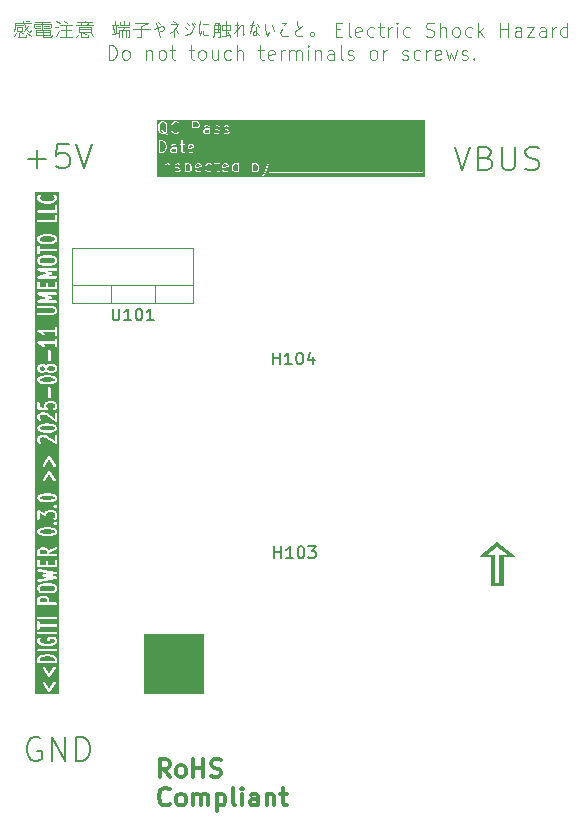
<source format=gbr>
%TF.GenerationSoftware,KiCad,Pcbnew,8.0.8*%
%TF.CreationDate,2025-08-11T02:01:29+09:00*%
%TF.ProjectId,20250811-7seg-led-panel-power,32303235-3038-4313-912d-377365672d6c,rev?*%
%TF.SameCoordinates,Original*%
%TF.FileFunction,Legend,Top*%
%TF.FilePolarity,Positive*%
%FSLAX46Y46*%
G04 Gerber Fmt 4.6, Leading zero omitted, Abs format (unit mm)*
G04 Created by KiCad (PCBNEW 8.0.8) date 2025-08-11 02:01:29*
%MOMM*%
%LPD*%
G01*
G04 APERTURE LIST*
%ADD10C,0.300000*%
%ADD11C,0.100000*%
%ADD12C,0.200000*%
%ADD13C,0.150000*%
%ADD14C,0.120000*%
%ADD15O,1.000000X1.700000*%
%ADD16R,1.905000X2.000000*%
%ADD17O,1.905000X2.000000*%
%ADD18C,5.600000*%
%ADD19C,3.200000*%
G04 APERTURE END LIST*
D10*
G36*
X145792777Y-97685952D02*
G01*
X144761095Y-97685952D01*
X144761095Y-100077578D01*
X143657606Y-100077578D01*
X143657606Y-97685952D01*
X142621528Y-97685952D01*
X142858492Y-97498374D01*
X143332274Y-97498374D01*
X144047418Y-97498374D01*
X144047418Y-99890000D01*
X144369818Y-99890000D01*
X144369818Y-97498374D01*
X145082030Y-97498374D01*
X144207152Y-96793489D01*
X143332274Y-97498374D01*
X142858492Y-97498374D01*
X144207152Y-96430788D01*
X145792777Y-97685952D01*
G37*
D11*
X114300000Y-104150000D02*
X119300000Y-104150000D01*
X119300000Y-109150000D01*
X114300000Y-109150000D01*
X114300000Y-104150000D01*
G36*
X114300000Y-104150000D02*
G01*
X119300000Y-104150000D01*
X119300000Y-109150000D01*
X114300000Y-109150000D01*
X114300000Y-104150000D01*
G37*
G36*
X118145694Y-64444463D02*
G01*
X118181838Y-64480608D01*
X118220550Y-64558031D01*
X118220550Y-64820138D01*
X118181838Y-64897561D01*
X118145692Y-64933708D01*
X118068271Y-64972419D01*
X117901402Y-64972419D01*
X117844360Y-64943898D01*
X117844360Y-64434272D01*
X117901402Y-64405752D01*
X118068271Y-64405752D01*
X118145694Y-64444463D01*
G37*
G36*
X119042806Y-64440638D02*
G01*
X119077693Y-64510412D01*
X119077693Y-64552856D01*
X118701503Y-64628094D01*
X118701503Y-64510412D01*
X118736389Y-64440638D01*
X118806164Y-64405752D01*
X118973033Y-64405752D01*
X119042806Y-64440638D01*
G37*
G36*
X121328521Y-64440638D02*
G01*
X121363408Y-64510412D01*
X121363408Y-64552856D01*
X120987218Y-64628094D01*
X120987218Y-64510412D01*
X121022104Y-64440638D01*
X121091879Y-64405752D01*
X121258748Y-64405752D01*
X121328521Y-64440638D01*
G37*
G36*
X122220551Y-64434272D02*
G01*
X122220551Y-64943898D01*
X122163510Y-64972419D01*
X121996641Y-64972419D01*
X121919218Y-64933708D01*
X121883072Y-64897561D01*
X121844361Y-64820139D01*
X121844361Y-64558031D01*
X121883072Y-64480607D01*
X121919217Y-64444463D01*
X121996641Y-64405752D01*
X122163510Y-64405752D01*
X122220551Y-64434272D01*
G37*
G36*
X123859981Y-64444463D02*
G01*
X123896125Y-64480608D01*
X123934837Y-64558031D01*
X123934837Y-64820138D01*
X123896125Y-64897561D01*
X123859979Y-64933708D01*
X123782558Y-64972419D01*
X123615689Y-64972419D01*
X123558647Y-64943898D01*
X123558647Y-64434272D01*
X123615689Y-64405752D01*
X123782558Y-64405752D01*
X123859981Y-64444463D01*
G37*
G36*
X115957827Y-62503795D02*
G01*
X116038980Y-62584948D01*
X116080517Y-62668022D01*
X116125312Y-62847201D01*
X116125312Y-62977748D01*
X116080517Y-63156926D01*
X116038980Y-63240000D01*
X115957826Y-63321154D01*
X115833866Y-63362475D01*
X115653884Y-63362475D01*
X115653884Y-62462475D01*
X115833866Y-62462475D01*
X115957827Y-62503795D01*
G37*
G36*
X116982455Y-63333954D02*
G01*
X116925414Y-63362475D01*
X116710926Y-63362475D01*
X116641151Y-63327588D01*
X116606265Y-63257815D01*
X116606265Y-63186182D01*
X116641151Y-63116408D01*
X116710926Y-63081522D01*
X116937217Y-63081522D01*
X116939673Y-63081033D01*
X116940762Y-63081396D01*
X116948489Y-63079279D01*
X116956351Y-63077716D01*
X116957162Y-63076904D01*
X116959578Y-63076243D01*
X116982455Y-63064804D01*
X116982455Y-63333954D01*
G37*
G36*
X118423759Y-62830694D02*
G01*
X118458646Y-62900468D01*
X118458646Y-62942912D01*
X118082456Y-63018150D01*
X118082456Y-62900468D01*
X118117342Y-62830694D01*
X118187117Y-62795808D01*
X118353986Y-62795808D01*
X118423759Y-62830694D01*
G37*
G36*
X116050457Y-60891243D02*
G01*
X116130163Y-60970949D01*
X116172931Y-61142019D01*
X116172931Y-61463042D01*
X116130163Y-61634111D01*
X116080073Y-61684201D01*
X115972572Y-61576699D01*
X115965910Y-61572247D01*
X115959577Y-61567332D01*
X115864340Y-61519714D01*
X115861924Y-61519052D01*
X115861113Y-61518241D01*
X115853251Y-61516677D01*
X115845524Y-61514561D01*
X115844435Y-61514923D01*
X115841979Y-61514435D01*
X115746741Y-61514435D01*
X115727607Y-61518241D01*
X115700547Y-61545301D01*
X115700547Y-61583569D01*
X115727607Y-61610629D01*
X115746741Y-61614435D01*
X115830176Y-61614435D01*
X115907599Y-61653146D01*
X115995666Y-61741214D01*
X115973033Y-61752531D01*
X115806164Y-61752531D01*
X115728741Y-61713819D01*
X115649032Y-61634110D01*
X115606265Y-61463042D01*
X115606265Y-61142019D01*
X115649032Y-60970949D01*
X115728738Y-60891243D01*
X115806164Y-60852531D01*
X115973033Y-60852531D01*
X116050457Y-60891243D01*
G37*
G36*
X119791979Y-61724010D02*
G01*
X119734938Y-61752531D01*
X119520450Y-61752531D01*
X119450675Y-61717644D01*
X119415789Y-61647871D01*
X119415789Y-61576238D01*
X119450675Y-61506464D01*
X119520450Y-61471578D01*
X119746741Y-61471578D01*
X119749197Y-61471089D01*
X119750286Y-61471452D01*
X119758013Y-61469335D01*
X119765875Y-61467772D01*
X119766686Y-61466960D01*
X119769102Y-61466299D01*
X119791979Y-61454860D01*
X119791979Y-61724010D01*
G37*
G36*
X118859980Y-60891242D02*
G01*
X118896124Y-60927387D01*
X118934836Y-61004810D01*
X118934836Y-61124060D01*
X118896124Y-61201483D01*
X118859980Y-61237628D01*
X118782557Y-61276340D01*
X118463408Y-61276340D01*
X118463408Y-60852531D01*
X118782557Y-60852531D01*
X118859980Y-60891242D01*
G37*
G36*
X138046908Y-65516737D02*
G01*
X115395154Y-65516737D01*
X115395154Y-64022419D01*
X115553884Y-64022419D01*
X115553884Y-65022419D01*
X115557690Y-65041553D01*
X115584750Y-65068613D01*
X115623018Y-65068613D01*
X115650078Y-65041553D01*
X115653884Y-65022419D01*
X115653884Y-64355752D01*
X116030074Y-64355752D01*
X116030074Y-65022419D01*
X116033880Y-65041553D01*
X116060940Y-65068613D01*
X116099208Y-65068613D01*
X116126268Y-65041553D01*
X116130074Y-65022419D01*
X116130074Y-64471700D01*
X116157311Y-64444463D01*
X116234735Y-64405752D01*
X116353985Y-64405752D01*
X116423758Y-64440638D01*
X116458645Y-64510412D01*
X116458645Y-65022419D01*
X116462451Y-65041553D01*
X116489511Y-65068613D01*
X116527779Y-65068613D01*
X116554839Y-65041553D01*
X116558645Y-65022419D01*
X116558645Y-64498609D01*
X116887217Y-64498609D01*
X116887217Y-64546228D01*
X116887705Y-64548684D01*
X116887343Y-64549773D01*
X116889459Y-64557500D01*
X116891023Y-64565362D01*
X116891834Y-64566173D01*
X116892496Y-64568589D01*
X116940114Y-64663826D01*
X116946217Y-64671690D01*
X116947063Y-64674226D01*
X116949886Y-64676417D01*
X116952076Y-64679238D01*
X116954609Y-64680082D01*
X116962475Y-64686187D01*
X117057713Y-64733806D01*
X117060128Y-64734467D01*
X117060940Y-64735279D01*
X117068801Y-64736842D01*
X117076529Y-64738959D01*
X117077617Y-64738596D01*
X117080074Y-64739085D01*
X117211128Y-64739085D01*
X117280901Y-64773971D01*
X117315788Y-64843745D01*
X117315788Y-64867757D01*
X117280901Y-64937532D01*
X117211128Y-64972419D01*
X117044259Y-64972419D01*
X116959578Y-64930079D01*
X116940762Y-64924926D01*
X116904457Y-64937027D01*
X116887343Y-64971255D01*
X116899444Y-65007560D01*
X116914856Y-65019521D01*
X117010094Y-65067140D01*
X117012509Y-65067801D01*
X117013321Y-65068613D01*
X117021182Y-65070176D01*
X117028910Y-65072293D01*
X117029998Y-65071930D01*
X117032455Y-65072419D01*
X117222931Y-65072419D01*
X117225387Y-65071930D01*
X117226476Y-65072293D01*
X117234203Y-65070176D01*
X117242065Y-65068613D01*
X117242876Y-65067801D01*
X117245292Y-65067140D01*
X117340529Y-65019522D01*
X117348395Y-65013416D01*
X117350929Y-65012572D01*
X117353118Y-65009750D01*
X117355941Y-65007560D01*
X117356786Y-65005025D01*
X117362890Y-64997160D01*
X117410509Y-64901922D01*
X117411170Y-64899506D01*
X117411982Y-64898695D01*
X117413545Y-64890833D01*
X117415662Y-64883106D01*
X117415299Y-64882017D01*
X117415788Y-64879561D01*
X117415788Y-64831942D01*
X117415299Y-64829485D01*
X117415662Y-64828397D01*
X117413545Y-64820669D01*
X117411982Y-64812808D01*
X117411170Y-64811996D01*
X117410509Y-64809581D01*
X117362890Y-64714343D01*
X117356785Y-64706477D01*
X117355941Y-64703944D01*
X117353120Y-64701754D01*
X117350929Y-64698931D01*
X117348393Y-64698085D01*
X117340529Y-64691982D01*
X117245292Y-64644364D01*
X117242876Y-64643702D01*
X117242065Y-64642891D01*
X117234203Y-64641327D01*
X117226476Y-64639211D01*
X117225387Y-64639573D01*
X117222931Y-64639085D01*
X117091878Y-64639085D01*
X117022103Y-64604198D01*
X116987217Y-64534425D01*
X116987217Y-64510412D01*
X117022103Y-64440638D01*
X117091878Y-64405752D01*
X117211128Y-64405752D01*
X117295808Y-64448092D01*
X117314624Y-64453245D01*
X117350929Y-64441143D01*
X117368043Y-64406915D01*
X117355941Y-64370611D01*
X117340529Y-64358649D01*
X117334735Y-64355752D01*
X117744360Y-64355752D01*
X117744360Y-65355752D01*
X117748166Y-65374886D01*
X117775226Y-65401946D01*
X117813494Y-65401946D01*
X117840554Y-65374886D01*
X117844360Y-65355752D01*
X117844360Y-65055701D01*
X117867237Y-65067140D01*
X117869652Y-65067801D01*
X117870464Y-65068613D01*
X117878325Y-65070176D01*
X117886053Y-65072293D01*
X117887141Y-65071930D01*
X117889598Y-65072419D01*
X118080074Y-65072419D01*
X118082530Y-65071930D01*
X118083619Y-65072293D01*
X118091346Y-65070176D01*
X118099208Y-65068613D01*
X118100019Y-65067801D01*
X118102435Y-65067140D01*
X118197672Y-65019522D01*
X118203999Y-65014611D01*
X118210668Y-65010155D01*
X118258287Y-64962535D01*
X118262740Y-64955869D01*
X118267652Y-64949541D01*
X118315271Y-64854303D01*
X118315932Y-64851887D01*
X118316744Y-64851076D01*
X118318307Y-64843214D01*
X118320424Y-64835487D01*
X118320061Y-64834398D01*
X118320550Y-64831942D01*
X118320550Y-64546228D01*
X118320061Y-64543771D01*
X118320424Y-64542683D01*
X118318307Y-64534955D01*
X118316744Y-64527094D01*
X118315932Y-64526282D01*
X118315271Y-64523867D01*
X118302642Y-64498609D01*
X118601503Y-64498609D01*
X118601503Y-64879561D01*
X118601991Y-64882017D01*
X118601629Y-64883105D01*
X118603744Y-64890829D01*
X118605309Y-64898695D01*
X118606120Y-64899506D01*
X118606782Y-64901921D01*
X118654400Y-64997160D01*
X118660503Y-65005024D01*
X118661349Y-65007560D01*
X118664172Y-65009751D01*
X118666362Y-65012572D01*
X118668895Y-65013416D01*
X118676761Y-65019521D01*
X118771999Y-65067140D01*
X118774414Y-65067801D01*
X118775226Y-65068613D01*
X118783087Y-65070176D01*
X118790815Y-65072293D01*
X118791903Y-65071930D01*
X118794360Y-65072419D01*
X118984836Y-65072419D01*
X118987292Y-65071930D01*
X118988381Y-65072293D01*
X118996108Y-65070176D01*
X119003970Y-65068613D01*
X119004781Y-65067801D01*
X119007197Y-65067140D01*
X119102434Y-65019522D01*
X119117846Y-65007560D01*
X119129948Y-64971256D01*
X119112834Y-64937028D01*
X119076529Y-64924926D01*
X119057713Y-64930079D01*
X118973033Y-64972419D01*
X118806164Y-64972419D01*
X118736389Y-64937532D01*
X118701503Y-64867759D01*
X118701503Y-64730075D01*
X119137498Y-64642876D01*
X119144323Y-64640041D01*
X119146827Y-64640041D01*
X119148606Y-64638261D01*
X119155514Y-64635392D01*
X119163590Y-64623278D01*
X119173887Y-64612981D01*
X119175346Y-64605643D01*
X119176742Y-64603550D01*
X119176251Y-64601095D01*
X119177693Y-64593847D01*
X119177693Y-64546228D01*
X119458646Y-64546228D01*
X119458646Y-64831942D01*
X119459134Y-64834398D01*
X119458772Y-64835487D01*
X119460888Y-64843214D01*
X119462452Y-64851076D01*
X119463263Y-64851887D01*
X119463925Y-64854303D01*
X119511543Y-64949540D01*
X119516454Y-64955868D01*
X119520909Y-64962535D01*
X119568528Y-65010155D01*
X119575194Y-65014609D01*
X119581523Y-65019521D01*
X119676761Y-65067140D01*
X119679176Y-65067801D01*
X119679988Y-65068613D01*
X119687849Y-65070176D01*
X119695577Y-65072293D01*
X119696665Y-65071930D01*
X119699122Y-65072419D01*
X119889598Y-65072419D01*
X119892054Y-65071930D01*
X119893143Y-65072293D01*
X119900870Y-65070176D01*
X119908732Y-65068613D01*
X119909543Y-65067801D01*
X119911959Y-65067140D01*
X120007196Y-65019522D01*
X120022608Y-65007560D01*
X120034710Y-64971256D01*
X120017596Y-64937028D01*
X119981291Y-64924926D01*
X119962475Y-64930079D01*
X119877795Y-64972419D01*
X119710926Y-64972419D01*
X119633503Y-64933708D01*
X119597357Y-64897561D01*
X119558646Y-64820139D01*
X119558646Y-64558031D01*
X119597357Y-64480607D01*
X119633502Y-64444463D01*
X119710926Y-64405752D01*
X119877795Y-64405752D01*
X119962475Y-64448092D01*
X119981291Y-64453245D01*
X120017596Y-64441143D01*
X120034710Y-64406915D01*
X120022608Y-64370611D01*
X120007196Y-64358649D01*
X119963134Y-64336618D01*
X120224357Y-64336618D01*
X120224357Y-64374886D01*
X120251417Y-64401946D01*
X120270551Y-64405752D01*
X120363408Y-64405752D01*
X120363408Y-64879561D01*
X120363896Y-64882017D01*
X120363534Y-64883105D01*
X120365649Y-64890829D01*
X120367214Y-64898695D01*
X120368025Y-64899506D01*
X120368687Y-64901921D01*
X120416305Y-64997160D01*
X120422408Y-65005024D01*
X120423254Y-65007560D01*
X120426077Y-65009751D01*
X120428267Y-65012572D01*
X120430800Y-65013416D01*
X120438666Y-65019521D01*
X120533904Y-65067140D01*
X120536319Y-65067801D01*
X120537131Y-65068613D01*
X120544992Y-65070176D01*
X120552720Y-65072293D01*
X120553808Y-65071930D01*
X120556265Y-65072419D01*
X120651503Y-65072419D01*
X120670637Y-65068613D01*
X120697697Y-65041553D01*
X120697697Y-65003285D01*
X120670637Y-64976225D01*
X120651503Y-64972419D01*
X120568069Y-64972419D01*
X120498294Y-64937532D01*
X120463408Y-64867759D01*
X120463408Y-64498609D01*
X120887218Y-64498609D01*
X120887218Y-64879561D01*
X120887706Y-64882017D01*
X120887344Y-64883105D01*
X120889459Y-64890829D01*
X120891024Y-64898695D01*
X120891835Y-64899506D01*
X120892497Y-64901921D01*
X120940115Y-64997160D01*
X120946218Y-65005024D01*
X120947064Y-65007560D01*
X120949887Y-65009751D01*
X120952077Y-65012572D01*
X120954610Y-65013416D01*
X120962476Y-65019521D01*
X121057714Y-65067140D01*
X121060129Y-65067801D01*
X121060941Y-65068613D01*
X121068802Y-65070176D01*
X121076530Y-65072293D01*
X121077618Y-65071930D01*
X121080075Y-65072419D01*
X121270551Y-65072419D01*
X121273007Y-65071930D01*
X121274096Y-65072293D01*
X121281823Y-65070176D01*
X121289685Y-65068613D01*
X121290496Y-65067801D01*
X121292912Y-65067140D01*
X121388149Y-65019522D01*
X121403561Y-65007560D01*
X121415663Y-64971256D01*
X121398549Y-64937028D01*
X121362244Y-64924926D01*
X121343428Y-64930079D01*
X121258748Y-64972419D01*
X121091879Y-64972419D01*
X121022104Y-64937532D01*
X120987218Y-64867759D01*
X120987218Y-64730075D01*
X121423213Y-64642876D01*
X121430038Y-64640041D01*
X121432542Y-64640041D01*
X121434321Y-64638261D01*
X121441229Y-64635392D01*
X121449305Y-64623278D01*
X121459602Y-64612981D01*
X121461061Y-64605643D01*
X121462457Y-64603550D01*
X121461966Y-64601095D01*
X121463408Y-64593847D01*
X121463408Y-64546228D01*
X121744361Y-64546228D01*
X121744361Y-64831942D01*
X121744849Y-64834398D01*
X121744487Y-64835487D01*
X121746603Y-64843214D01*
X121748167Y-64851076D01*
X121748978Y-64851887D01*
X121749640Y-64854303D01*
X121797258Y-64949540D01*
X121802169Y-64955868D01*
X121806624Y-64962535D01*
X121854243Y-65010155D01*
X121860909Y-65014609D01*
X121867238Y-65019521D01*
X121962476Y-65067140D01*
X121964891Y-65067801D01*
X121965703Y-65068613D01*
X121973564Y-65070176D01*
X121981292Y-65072293D01*
X121982380Y-65071930D01*
X121984837Y-65072419D01*
X122175313Y-65072419D01*
X122177769Y-65071930D01*
X122178858Y-65072293D01*
X122186585Y-65070176D01*
X122194447Y-65068613D01*
X122195258Y-65067801D01*
X122197674Y-65067140D01*
X122232520Y-65049716D01*
X122251417Y-65068613D01*
X122289685Y-65068613D01*
X122316745Y-65041553D01*
X122320551Y-65022419D01*
X122320551Y-64022419D01*
X123458647Y-64022419D01*
X123458647Y-65022419D01*
X123462453Y-65041553D01*
X123489513Y-65068613D01*
X123527781Y-65068613D01*
X123546677Y-65049716D01*
X123581524Y-65067140D01*
X123583939Y-65067801D01*
X123584751Y-65068613D01*
X123592612Y-65070176D01*
X123600340Y-65072293D01*
X123601428Y-65071930D01*
X123603885Y-65072419D01*
X123794361Y-65072419D01*
X123796817Y-65071930D01*
X123797906Y-65072293D01*
X123805633Y-65070176D01*
X123813495Y-65068613D01*
X123814306Y-65067801D01*
X123816722Y-65067140D01*
X123911959Y-65019522D01*
X123918286Y-65014611D01*
X123924955Y-65010155D01*
X123972574Y-64962535D01*
X123977027Y-64955869D01*
X123981939Y-64949541D01*
X124029558Y-64854303D01*
X124030219Y-64851887D01*
X124031031Y-64851076D01*
X124032594Y-64843214D01*
X124034711Y-64835487D01*
X124034348Y-64834398D01*
X124034837Y-64831942D01*
X124034837Y-64546228D01*
X124034348Y-64543771D01*
X124034711Y-64542683D01*
X124032594Y-64534955D01*
X124031031Y-64527094D01*
X124030219Y-64526282D01*
X124029558Y-64523867D01*
X123981939Y-64428629D01*
X123977027Y-64422300D01*
X123972573Y-64415634D01*
X123924954Y-64368016D01*
X123918292Y-64363564D01*
X123911959Y-64358649D01*
X123901199Y-64353269D01*
X124268233Y-64353269D01*
X124271084Y-64372569D01*
X124502815Y-65021417D01*
X124418415Y-65232415D01*
X124383791Y-65267040D01*
X124295810Y-65311031D01*
X124280398Y-65322992D01*
X124268297Y-65359297D01*
X124285411Y-65393525D01*
X124321716Y-65405626D01*
X124340532Y-65400473D01*
X124435769Y-65352855D01*
X124442102Y-65347939D01*
X124448764Y-65343488D01*
X124496383Y-65295870D01*
X124496618Y-65295518D01*
X124496812Y-65295435D01*
X124501960Y-65287522D01*
X124507222Y-65279649D01*
X124507222Y-65279437D01*
X124507452Y-65279084D01*
X124579676Y-65098523D01*
X124891025Y-65098523D01*
X124891025Y-65136791D01*
X124918085Y-65163851D01*
X124937219Y-65167657D01*
X125699123Y-65167657D01*
X125699123Y-65167656D01*
X125699124Y-65167657D01*
X126461028Y-65167657D01*
X126461028Y-65167656D01*
X126461029Y-65167657D01*
X127222933Y-65167657D01*
X127222933Y-65167656D01*
X127222934Y-65167657D01*
X127984838Y-65167657D01*
X127984838Y-65167656D01*
X127984839Y-65167657D01*
X128746743Y-65167657D01*
X128746743Y-65167656D01*
X128746744Y-65167657D01*
X129508648Y-65167657D01*
X129508648Y-65167656D01*
X129508649Y-65167657D01*
X130270553Y-65167657D01*
X130270553Y-65167656D01*
X130270554Y-65167657D01*
X131032458Y-65167657D01*
X131032458Y-65167656D01*
X131032459Y-65167657D01*
X131794363Y-65167657D01*
X131794363Y-65167656D01*
X131794364Y-65167657D01*
X132556268Y-65167657D01*
X132556268Y-65167656D01*
X132556269Y-65167657D01*
X133318173Y-65167657D01*
X133318173Y-65167656D01*
X133318174Y-65167657D01*
X134080078Y-65167657D01*
X134080078Y-65167656D01*
X134080079Y-65167657D01*
X134841983Y-65167657D01*
X134841983Y-65167656D01*
X134841984Y-65167657D01*
X135603888Y-65167657D01*
X135603888Y-65167656D01*
X135603889Y-65167657D01*
X136365793Y-65167657D01*
X136365793Y-65167656D01*
X136365794Y-65167657D01*
X137127698Y-65167657D01*
X137127698Y-65167656D01*
X137127699Y-65167657D01*
X137889603Y-65167657D01*
X137908737Y-65163851D01*
X137935797Y-65136791D01*
X137935797Y-65098523D01*
X137908737Y-65071463D01*
X137889603Y-65067657D01*
X137127699Y-65067657D01*
X137127698Y-65067657D01*
X136365794Y-65067657D01*
X136365793Y-65067657D01*
X135603889Y-65067657D01*
X135603888Y-65067657D01*
X134841984Y-65067657D01*
X134841983Y-65067657D01*
X134080079Y-65067657D01*
X134080078Y-65067657D01*
X133318174Y-65067657D01*
X133318173Y-65067657D01*
X132556269Y-65067657D01*
X132556268Y-65067657D01*
X131794364Y-65067657D01*
X131794363Y-65067657D01*
X131032459Y-65067657D01*
X131032458Y-65067657D01*
X130270554Y-65067657D01*
X130270553Y-65067657D01*
X129508649Y-65067657D01*
X129508648Y-65067657D01*
X128746744Y-65067657D01*
X128746743Y-65067657D01*
X127984839Y-65067657D01*
X127984838Y-65067657D01*
X127222934Y-65067657D01*
X127222933Y-65067657D01*
X126461029Y-65067657D01*
X126461028Y-65067657D01*
X125699124Y-65067657D01*
X125699123Y-65067657D01*
X124937219Y-65067657D01*
X124918085Y-65071463D01*
X124891025Y-65098523D01*
X124579676Y-65098523D01*
X124602690Y-65040989D01*
X124602864Y-65040052D01*
X124603353Y-65039236D01*
X124841448Y-64372569D01*
X124844299Y-64353270D01*
X124827917Y-64318685D01*
X124791878Y-64305814D01*
X124757294Y-64322196D01*
X124747274Y-64338935D01*
X124556266Y-64873758D01*
X124365258Y-64338935D01*
X124355238Y-64322196D01*
X124320654Y-64305814D01*
X124284615Y-64318685D01*
X124268233Y-64353269D01*
X123901199Y-64353269D01*
X123816722Y-64311031D01*
X123814306Y-64310369D01*
X123813495Y-64309558D01*
X123805633Y-64307994D01*
X123797906Y-64305878D01*
X123796817Y-64306240D01*
X123794361Y-64305752D01*
X123603885Y-64305752D01*
X123601428Y-64306240D01*
X123600340Y-64305878D01*
X123592612Y-64307994D01*
X123584751Y-64309558D01*
X123583939Y-64310369D01*
X123581524Y-64311031D01*
X123558647Y-64322469D01*
X123558647Y-64022419D01*
X123554841Y-64003285D01*
X123527781Y-63976225D01*
X123489513Y-63976225D01*
X123462453Y-64003285D01*
X123458647Y-64022419D01*
X122320551Y-64022419D01*
X122316745Y-64003285D01*
X122289685Y-63976225D01*
X122251417Y-63976225D01*
X122224357Y-64003285D01*
X122220551Y-64022419D01*
X122220551Y-64322469D01*
X122197674Y-64311031D01*
X122195258Y-64310369D01*
X122194447Y-64309558D01*
X122186585Y-64307994D01*
X122178858Y-64305878D01*
X122177769Y-64306240D01*
X122175313Y-64305752D01*
X121984837Y-64305752D01*
X121982380Y-64306240D01*
X121981292Y-64305878D01*
X121973564Y-64307994D01*
X121965703Y-64309558D01*
X121964891Y-64310369D01*
X121962476Y-64311031D01*
X121867238Y-64358650D01*
X121860909Y-64363561D01*
X121854243Y-64368016D01*
X121806625Y-64415635D01*
X121802173Y-64422296D01*
X121797258Y-64428630D01*
X121749640Y-64523867D01*
X121748978Y-64526282D01*
X121748167Y-64527094D01*
X121746603Y-64534955D01*
X121744487Y-64542683D01*
X121744849Y-64543771D01*
X121744361Y-64546228D01*
X121463408Y-64546228D01*
X121463408Y-64498609D01*
X121462919Y-64496152D01*
X121463282Y-64495064D01*
X121461165Y-64487336D01*
X121459602Y-64479475D01*
X121458790Y-64478663D01*
X121458129Y-64476248D01*
X121410510Y-64381010D01*
X121404405Y-64373144D01*
X121403561Y-64370611D01*
X121400740Y-64368421D01*
X121398549Y-64365598D01*
X121396013Y-64364752D01*
X121388149Y-64358649D01*
X121292912Y-64311031D01*
X121290496Y-64310369D01*
X121289685Y-64309558D01*
X121281823Y-64307994D01*
X121274096Y-64305878D01*
X121273007Y-64306240D01*
X121270551Y-64305752D01*
X121080075Y-64305752D01*
X121077618Y-64306240D01*
X121076530Y-64305878D01*
X121068802Y-64307994D01*
X121060941Y-64309558D01*
X121060129Y-64310369D01*
X121057714Y-64311031D01*
X120962476Y-64358650D01*
X120954610Y-64364754D01*
X120952077Y-64365599D01*
X120949887Y-64368419D01*
X120947064Y-64370611D01*
X120946218Y-64373146D01*
X120940115Y-64381011D01*
X120892497Y-64476248D01*
X120891835Y-64478663D01*
X120891024Y-64479475D01*
X120889460Y-64487336D01*
X120887344Y-64495064D01*
X120887706Y-64496152D01*
X120887218Y-64498609D01*
X120463408Y-64498609D01*
X120463408Y-64405752D01*
X120651503Y-64405752D01*
X120670637Y-64401946D01*
X120697697Y-64374886D01*
X120697697Y-64336618D01*
X120670637Y-64309558D01*
X120651503Y-64305752D01*
X120463408Y-64305752D01*
X120463408Y-64022419D01*
X120459602Y-64003285D01*
X120432542Y-63976225D01*
X120394274Y-63976225D01*
X120367214Y-64003285D01*
X120363408Y-64022419D01*
X120363408Y-64305752D01*
X120270551Y-64305752D01*
X120251417Y-64309558D01*
X120224357Y-64336618D01*
X119963134Y-64336618D01*
X119911959Y-64311031D01*
X119909543Y-64310369D01*
X119908732Y-64309558D01*
X119900870Y-64307994D01*
X119893143Y-64305878D01*
X119892054Y-64306240D01*
X119889598Y-64305752D01*
X119699122Y-64305752D01*
X119696665Y-64306240D01*
X119695577Y-64305878D01*
X119687849Y-64307994D01*
X119679988Y-64309558D01*
X119679176Y-64310369D01*
X119676761Y-64311031D01*
X119581523Y-64358650D01*
X119575194Y-64363561D01*
X119568528Y-64368016D01*
X119520910Y-64415635D01*
X119516458Y-64422296D01*
X119511543Y-64428630D01*
X119463925Y-64523867D01*
X119463263Y-64526282D01*
X119462452Y-64527094D01*
X119460888Y-64534955D01*
X119458772Y-64542683D01*
X119459134Y-64543771D01*
X119458646Y-64546228D01*
X119177693Y-64546228D01*
X119177693Y-64498609D01*
X119177204Y-64496152D01*
X119177567Y-64495064D01*
X119175450Y-64487336D01*
X119173887Y-64479475D01*
X119173075Y-64478663D01*
X119172414Y-64476248D01*
X119124795Y-64381010D01*
X119118690Y-64373144D01*
X119117846Y-64370611D01*
X119115025Y-64368421D01*
X119112834Y-64365598D01*
X119110298Y-64364752D01*
X119102434Y-64358649D01*
X119007197Y-64311031D01*
X119004781Y-64310369D01*
X119003970Y-64309558D01*
X118996108Y-64307994D01*
X118988381Y-64305878D01*
X118987292Y-64306240D01*
X118984836Y-64305752D01*
X118794360Y-64305752D01*
X118791903Y-64306240D01*
X118790815Y-64305878D01*
X118783087Y-64307994D01*
X118775226Y-64309558D01*
X118774414Y-64310369D01*
X118771999Y-64311031D01*
X118676761Y-64358650D01*
X118668895Y-64364754D01*
X118666362Y-64365599D01*
X118664172Y-64368419D01*
X118661349Y-64370611D01*
X118660503Y-64373146D01*
X118654400Y-64381011D01*
X118606782Y-64476248D01*
X118606120Y-64478663D01*
X118605309Y-64479475D01*
X118603745Y-64487336D01*
X118601629Y-64495064D01*
X118601991Y-64496152D01*
X118601503Y-64498609D01*
X118302642Y-64498609D01*
X118267652Y-64428629D01*
X118262740Y-64422300D01*
X118258286Y-64415634D01*
X118210667Y-64368016D01*
X118204005Y-64363564D01*
X118197672Y-64358649D01*
X118102435Y-64311031D01*
X118100019Y-64310369D01*
X118099208Y-64309558D01*
X118091346Y-64307994D01*
X118083619Y-64305878D01*
X118082530Y-64306240D01*
X118080074Y-64305752D01*
X117889598Y-64305752D01*
X117887141Y-64306240D01*
X117886053Y-64305878D01*
X117878325Y-64307994D01*
X117870464Y-64309558D01*
X117869652Y-64310369D01*
X117867237Y-64311031D01*
X117832390Y-64328454D01*
X117813494Y-64309558D01*
X117775226Y-64309558D01*
X117748166Y-64336618D01*
X117744360Y-64355752D01*
X117334735Y-64355752D01*
X117245292Y-64311031D01*
X117242876Y-64310369D01*
X117242065Y-64309558D01*
X117234203Y-64307994D01*
X117226476Y-64305878D01*
X117225387Y-64306240D01*
X117222931Y-64305752D01*
X117080074Y-64305752D01*
X117077617Y-64306240D01*
X117076529Y-64305878D01*
X117068801Y-64307994D01*
X117060940Y-64309558D01*
X117060128Y-64310369D01*
X117057713Y-64311031D01*
X116962475Y-64358650D01*
X116954609Y-64364754D01*
X116952076Y-64365599D01*
X116949886Y-64368419D01*
X116947063Y-64370611D01*
X116946217Y-64373146D01*
X116940114Y-64381011D01*
X116892496Y-64476248D01*
X116891834Y-64478663D01*
X116891023Y-64479475D01*
X116889459Y-64487336D01*
X116887343Y-64495064D01*
X116887705Y-64496152D01*
X116887217Y-64498609D01*
X116558645Y-64498609D01*
X116558156Y-64496152D01*
X116558519Y-64495064D01*
X116556402Y-64487336D01*
X116554839Y-64479475D01*
X116554027Y-64478663D01*
X116553366Y-64476248D01*
X116505747Y-64381010D01*
X116499642Y-64373144D01*
X116498798Y-64370611D01*
X116495977Y-64368421D01*
X116493786Y-64365598D01*
X116491250Y-64364752D01*
X116483386Y-64358649D01*
X116388149Y-64311031D01*
X116385733Y-64310369D01*
X116384922Y-64309558D01*
X116377060Y-64307994D01*
X116369333Y-64305878D01*
X116368244Y-64306240D01*
X116365788Y-64305752D01*
X116222931Y-64305752D01*
X116220474Y-64306240D01*
X116219386Y-64305878D01*
X116211658Y-64307994D01*
X116203797Y-64309558D01*
X116202985Y-64310369D01*
X116200570Y-64311031D01*
X116128360Y-64347135D01*
X116126268Y-64336618D01*
X116099208Y-64309558D01*
X116060940Y-64309558D01*
X116033880Y-64336618D01*
X116030074Y-64355752D01*
X115653884Y-64355752D01*
X115653884Y-64022419D01*
X115650078Y-64003285D01*
X115623018Y-63976225D01*
X115584750Y-63976225D01*
X115557690Y-64003285D01*
X115553884Y-64022419D01*
X115395154Y-64022419D01*
X115395154Y-62412475D01*
X115553884Y-62412475D01*
X115553884Y-63412475D01*
X115557690Y-63431609D01*
X115584750Y-63458669D01*
X115603884Y-63462475D01*
X115841979Y-63462475D01*
X115849841Y-63460911D01*
X115857790Y-63459909D01*
X116000647Y-63412290D01*
X116002822Y-63411050D01*
X116003971Y-63411050D01*
X116010641Y-63406592D01*
X116017595Y-63402629D01*
X116018107Y-63401603D01*
X116020192Y-63400211D01*
X116115430Y-63304972D01*
X116119883Y-63298306D01*
X116124795Y-63291978D01*
X116172414Y-63196740D01*
X116173860Y-63191458D01*
X116176200Y-63186506D01*
X116179232Y-63174379D01*
X116506265Y-63174379D01*
X116506265Y-63269617D01*
X116506753Y-63272073D01*
X116506391Y-63273161D01*
X116508506Y-63280885D01*
X116510071Y-63288751D01*
X116510882Y-63289562D01*
X116511544Y-63291977D01*
X116559162Y-63387216D01*
X116565265Y-63395080D01*
X116566111Y-63397616D01*
X116568934Y-63399807D01*
X116571124Y-63402628D01*
X116573657Y-63403472D01*
X116581523Y-63409577D01*
X116676761Y-63457196D01*
X116679176Y-63457857D01*
X116679988Y-63458669D01*
X116687849Y-63460232D01*
X116695577Y-63462349D01*
X116696665Y-63461986D01*
X116699122Y-63462475D01*
X116937217Y-63462475D01*
X116939673Y-63461986D01*
X116940762Y-63462349D01*
X116948489Y-63460232D01*
X116956351Y-63458669D01*
X116957162Y-63457857D01*
X116959578Y-63457196D01*
X116994424Y-63439772D01*
X117013321Y-63458669D01*
X117051589Y-63458669D01*
X117078649Y-63431609D01*
X117082455Y-63412475D01*
X117082455Y-62888665D01*
X117081966Y-62886208D01*
X117082329Y-62885120D01*
X117080212Y-62877392D01*
X117078649Y-62869531D01*
X117077837Y-62868719D01*
X117077176Y-62866304D01*
X117029557Y-62771066D01*
X117023452Y-62763200D01*
X117022608Y-62760667D01*
X117019787Y-62758477D01*
X117017596Y-62755654D01*
X117015060Y-62754808D01*
X117007196Y-62748705D01*
X116963134Y-62726674D01*
X117319595Y-62726674D01*
X117319595Y-62764942D01*
X117346655Y-62792002D01*
X117365789Y-62795808D01*
X117458646Y-62795808D01*
X117458646Y-63269617D01*
X117459134Y-63272073D01*
X117458772Y-63273161D01*
X117460887Y-63280885D01*
X117462452Y-63288751D01*
X117463263Y-63289562D01*
X117463925Y-63291977D01*
X117511543Y-63387216D01*
X117517646Y-63395080D01*
X117518492Y-63397616D01*
X117521315Y-63399807D01*
X117523505Y-63402628D01*
X117526038Y-63403472D01*
X117533904Y-63409577D01*
X117629142Y-63457196D01*
X117631557Y-63457857D01*
X117632369Y-63458669D01*
X117640230Y-63460232D01*
X117647958Y-63462349D01*
X117649046Y-63461986D01*
X117651503Y-63462475D01*
X117746741Y-63462475D01*
X117765875Y-63458669D01*
X117792935Y-63431609D01*
X117792935Y-63393341D01*
X117765875Y-63366281D01*
X117746741Y-63362475D01*
X117663307Y-63362475D01*
X117593532Y-63327588D01*
X117558646Y-63257815D01*
X117558646Y-62888665D01*
X117982456Y-62888665D01*
X117982456Y-63269617D01*
X117982944Y-63272073D01*
X117982582Y-63273161D01*
X117984697Y-63280885D01*
X117986262Y-63288751D01*
X117987073Y-63289562D01*
X117987735Y-63291977D01*
X118035353Y-63387216D01*
X118041456Y-63395080D01*
X118042302Y-63397616D01*
X118045125Y-63399807D01*
X118047315Y-63402628D01*
X118049848Y-63403472D01*
X118057714Y-63409577D01*
X118152952Y-63457196D01*
X118155367Y-63457857D01*
X118156179Y-63458669D01*
X118164040Y-63460232D01*
X118171768Y-63462349D01*
X118172856Y-63461986D01*
X118175313Y-63462475D01*
X118365789Y-63462475D01*
X118368245Y-63461986D01*
X118369334Y-63462349D01*
X118377061Y-63460232D01*
X118384923Y-63458669D01*
X118385734Y-63457857D01*
X118388150Y-63457196D01*
X118483387Y-63409578D01*
X118498799Y-63397616D01*
X118510901Y-63361312D01*
X118493787Y-63327084D01*
X118457482Y-63314982D01*
X118438666Y-63320135D01*
X118353986Y-63362475D01*
X118187117Y-63362475D01*
X118117342Y-63327588D01*
X118082456Y-63257815D01*
X118082456Y-63120131D01*
X118518451Y-63032932D01*
X118525276Y-63030097D01*
X118527780Y-63030097D01*
X118529559Y-63028317D01*
X118536467Y-63025448D01*
X118544543Y-63013334D01*
X118554840Y-63003037D01*
X118556299Y-62995699D01*
X118557695Y-62993606D01*
X118557204Y-62991151D01*
X118558646Y-62983903D01*
X118558646Y-62888665D01*
X118558157Y-62886208D01*
X118558520Y-62885120D01*
X118556403Y-62877392D01*
X118554840Y-62869531D01*
X118554028Y-62868719D01*
X118553367Y-62866304D01*
X118505748Y-62771066D01*
X118499643Y-62763200D01*
X118498799Y-62760667D01*
X118495978Y-62758477D01*
X118493787Y-62755654D01*
X118491251Y-62754808D01*
X118483387Y-62748705D01*
X118388150Y-62701087D01*
X118385734Y-62700425D01*
X118384923Y-62699614D01*
X118377061Y-62698050D01*
X118369334Y-62695934D01*
X118368245Y-62696296D01*
X118365789Y-62695808D01*
X118175313Y-62695808D01*
X118172856Y-62696296D01*
X118171768Y-62695934D01*
X118164040Y-62698050D01*
X118156179Y-62699614D01*
X118155367Y-62700425D01*
X118152952Y-62701087D01*
X118057714Y-62748706D01*
X118049848Y-62754810D01*
X118047315Y-62755655D01*
X118045125Y-62758475D01*
X118042302Y-62760667D01*
X118041456Y-62763202D01*
X118035353Y-62771067D01*
X117987735Y-62866304D01*
X117987073Y-62868719D01*
X117986262Y-62869531D01*
X117984698Y-62877392D01*
X117982582Y-62885120D01*
X117982944Y-62886208D01*
X117982456Y-62888665D01*
X117558646Y-62888665D01*
X117558646Y-62795808D01*
X117746741Y-62795808D01*
X117765875Y-62792002D01*
X117792935Y-62764942D01*
X117792935Y-62726674D01*
X117765875Y-62699614D01*
X117746741Y-62695808D01*
X117558646Y-62695808D01*
X117558646Y-62412475D01*
X117554840Y-62393341D01*
X117527780Y-62366281D01*
X117489512Y-62366281D01*
X117462452Y-62393341D01*
X117458646Y-62412475D01*
X117458646Y-62695808D01*
X117365789Y-62695808D01*
X117346655Y-62699614D01*
X117319595Y-62726674D01*
X116963134Y-62726674D01*
X116911959Y-62701087D01*
X116909543Y-62700425D01*
X116908732Y-62699614D01*
X116900870Y-62698050D01*
X116893143Y-62695934D01*
X116892054Y-62696296D01*
X116889598Y-62695808D01*
X116699122Y-62695808D01*
X116696665Y-62696296D01*
X116695577Y-62695934D01*
X116687849Y-62698050D01*
X116679988Y-62699614D01*
X116679176Y-62700425D01*
X116676761Y-62701087D01*
X116581523Y-62748706D01*
X116566111Y-62760667D01*
X116554010Y-62796972D01*
X116571124Y-62831200D01*
X116607429Y-62843301D01*
X116626245Y-62838148D01*
X116710926Y-62795808D01*
X116877795Y-62795808D01*
X116947568Y-62830694D01*
X116982455Y-62900468D01*
X116982455Y-62953001D01*
X116925414Y-62981522D01*
X116699122Y-62981522D01*
X116696665Y-62982010D01*
X116695577Y-62981648D01*
X116687849Y-62983764D01*
X116679988Y-62985328D01*
X116679176Y-62986139D01*
X116676761Y-62986801D01*
X116581523Y-63034420D01*
X116573657Y-63040524D01*
X116571124Y-63041369D01*
X116568934Y-63044189D01*
X116566111Y-63046381D01*
X116565265Y-63048916D01*
X116559162Y-63056781D01*
X116511544Y-63152018D01*
X116510882Y-63154433D01*
X116510071Y-63155245D01*
X116508507Y-63163106D01*
X116506391Y-63170834D01*
X116506753Y-63171922D01*
X116506265Y-63174379D01*
X116179232Y-63174379D01*
X116223819Y-62996030D01*
X116224116Y-62989912D01*
X116225312Y-62983903D01*
X116225312Y-62841046D01*
X116224116Y-62835036D01*
X116223819Y-62828919D01*
X116176200Y-62638443D01*
X116173860Y-62633490D01*
X116172414Y-62628209D01*
X116124795Y-62532971D01*
X116119879Y-62526636D01*
X116115429Y-62519977D01*
X116020191Y-62424739D01*
X116018108Y-62423347D01*
X116017595Y-62422321D01*
X116010634Y-62418353D01*
X116003970Y-62413900D01*
X116002822Y-62413900D01*
X116000647Y-62412660D01*
X115857790Y-62365041D01*
X115849841Y-62364038D01*
X115841979Y-62362475D01*
X115603884Y-62362475D01*
X115584750Y-62366281D01*
X115557690Y-62393341D01*
X115553884Y-62412475D01*
X115395154Y-62412475D01*
X115395154Y-61135864D01*
X115506265Y-61135864D01*
X115506265Y-61469197D01*
X115507460Y-61475206D01*
X115507758Y-61481324D01*
X115555377Y-61671800D01*
X115557690Y-61676696D01*
X115557690Y-61678807D01*
X115561094Y-61683902D01*
X115563710Y-61689439D01*
X115565518Y-61690524D01*
X115568528Y-61695028D01*
X115663767Y-61790267D01*
X115670426Y-61794717D01*
X115676761Y-61799633D01*
X115771999Y-61847252D01*
X115774414Y-61847913D01*
X115775226Y-61848725D01*
X115783087Y-61850288D01*
X115790815Y-61852405D01*
X115791903Y-61852042D01*
X115794360Y-61852531D01*
X115984836Y-61852531D01*
X115987292Y-61852042D01*
X115988381Y-61852405D01*
X115996108Y-61850288D01*
X116003970Y-61848725D01*
X116004781Y-61847913D01*
X116007197Y-61847252D01*
X116070201Y-61815749D01*
X116139957Y-61885505D01*
X116146616Y-61889955D01*
X116152951Y-61894871D01*
X116248189Y-61942490D01*
X116267005Y-61947643D01*
X116303310Y-61935541D01*
X116320424Y-61901313D01*
X116308322Y-61865009D01*
X116292910Y-61853047D01*
X116204928Y-61809056D01*
X116150784Y-61754912D01*
X116210668Y-61695028D01*
X116213677Y-61690524D01*
X116215486Y-61689439D01*
X116218101Y-61683902D01*
X116221506Y-61678807D01*
X116221506Y-61676696D01*
X116223819Y-61671800D01*
X116271438Y-61481324D01*
X116271735Y-61475206D01*
X116272931Y-61469197D01*
X116272931Y-61231102D01*
X116553884Y-61231102D01*
X116553884Y-61373959D01*
X116555079Y-61379968D01*
X116555377Y-61386086D01*
X116602996Y-61576562D01*
X116605335Y-61581514D01*
X116606782Y-61586796D01*
X116654400Y-61682033D01*
X116659311Y-61688361D01*
X116663766Y-61695028D01*
X116759005Y-61790267D01*
X116761086Y-61791657D01*
X116761600Y-61792685D01*
X116768565Y-61796655D01*
X116775226Y-61801106D01*
X116776374Y-61801106D01*
X116778549Y-61802346D01*
X116921405Y-61849965D01*
X116929355Y-61850967D01*
X116937217Y-61852531D01*
X117032455Y-61852531D01*
X117040317Y-61850967D01*
X117048266Y-61849965D01*
X117191123Y-61802346D01*
X117193298Y-61801106D01*
X117194447Y-61801106D01*
X117201117Y-61796648D01*
X117208071Y-61792685D01*
X117208583Y-61791659D01*
X117210668Y-61790267D01*
X117258287Y-61742647D01*
X117269125Y-61726426D01*
X117269125Y-61688157D01*
X117242065Y-61661098D01*
X117203796Y-61661098D01*
X117187575Y-61671937D01*
X117148302Y-61711210D01*
X117024342Y-61752531D01*
X116945330Y-61752531D01*
X116821370Y-61711211D01*
X116740214Y-61630054D01*
X116698679Y-61546984D01*
X116653884Y-61367804D01*
X116653884Y-61237257D01*
X116698679Y-61058077D01*
X116740215Y-60975005D01*
X116821368Y-60893851D01*
X116945330Y-60852531D01*
X117024342Y-60852531D01*
X117148303Y-60893851D01*
X117187575Y-60933124D01*
X117203796Y-60943963D01*
X117242065Y-60943963D01*
X117269125Y-60916903D01*
X117269125Y-60878634D01*
X117258286Y-60862413D01*
X117210667Y-60814795D01*
X117208584Y-60813403D01*
X117208071Y-60812377D01*
X117201110Y-60808409D01*
X117194446Y-60803956D01*
X117193298Y-60803956D01*
X117191123Y-60802716D01*
X117190568Y-60802531D01*
X118363408Y-60802531D01*
X118363408Y-61802531D01*
X118367214Y-61821665D01*
X118394274Y-61848725D01*
X118432542Y-61848725D01*
X118459602Y-61821665D01*
X118463408Y-61802531D01*
X118463408Y-61564435D01*
X119315789Y-61564435D01*
X119315789Y-61659673D01*
X119316277Y-61662129D01*
X119315915Y-61663217D01*
X119318030Y-61670941D01*
X119319595Y-61678807D01*
X119320406Y-61679618D01*
X119321068Y-61682033D01*
X119368686Y-61777272D01*
X119374789Y-61785136D01*
X119375635Y-61787672D01*
X119378458Y-61789863D01*
X119380648Y-61792684D01*
X119383181Y-61793528D01*
X119391047Y-61799633D01*
X119486285Y-61847252D01*
X119488700Y-61847913D01*
X119489512Y-61848725D01*
X119497373Y-61850288D01*
X119505101Y-61852405D01*
X119506189Y-61852042D01*
X119508646Y-61852531D01*
X119746741Y-61852531D01*
X119749197Y-61852042D01*
X119750286Y-61852405D01*
X119758013Y-61850288D01*
X119765875Y-61848725D01*
X119766686Y-61847913D01*
X119769102Y-61847252D01*
X119803948Y-61829828D01*
X119822845Y-61848725D01*
X119861113Y-61848725D01*
X119888173Y-61821665D01*
X119891979Y-61802531D01*
X119891979Y-61278721D01*
X120220551Y-61278721D01*
X120220551Y-61326340D01*
X120221039Y-61328796D01*
X120220677Y-61329885D01*
X120222793Y-61337612D01*
X120224357Y-61345474D01*
X120225168Y-61346285D01*
X120225830Y-61348701D01*
X120273448Y-61443938D01*
X120279551Y-61451802D01*
X120280397Y-61454338D01*
X120283220Y-61456529D01*
X120285410Y-61459350D01*
X120287943Y-61460194D01*
X120295809Y-61466299D01*
X120391047Y-61513918D01*
X120393462Y-61514579D01*
X120394274Y-61515391D01*
X120402135Y-61516954D01*
X120409863Y-61519071D01*
X120410951Y-61518708D01*
X120413408Y-61519197D01*
X120544462Y-61519197D01*
X120614235Y-61554083D01*
X120649122Y-61623857D01*
X120649122Y-61647869D01*
X120614235Y-61717644D01*
X120544462Y-61752531D01*
X120377593Y-61752531D01*
X120292912Y-61710191D01*
X120274096Y-61705038D01*
X120237791Y-61717139D01*
X120220677Y-61751367D01*
X120232778Y-61787672D01*
X120248190Y-61799633D01*
X120343428Y-61847252D01*
X120345843Y-61847913D01*
X120346655Y-61848725D01*
X120354516Y-61850288D01*
X120362244Y-61852405D01*
X120363332Y-61852042D01*
X120365789Y-61852531D01*
X120556265Y-61852531D01*
X120558721Y-61852042D01*
X120559810Y-61852405D01*
X120567537Y-61850288D01*
X120575399Y-61848725D01*
X120576210Y-61847913D01*
X120578626Y-61847252D01*
X120673863Y-61799634D01*
X120681729Y-61793528D01*
X120684263Y-61792684D01*
X120686452Y-61789862D01*
X120689275Y-61787672D01*
X120690120Y-61785137D01*
X120696224Y-61777272D01*
X120743843Y-61682034D01*
X120744504Y-61679618D01*
X120745316Y-61678807D01*
X120746879Y-61670945D01*
X120748996Y-61663218D01*
X120748633Y-61662129D01*
X120749122Y-61659673D01*
X120749122Y-61612054D01*
X120748633Y-61609597D01*
X120748996Y-61608509D01*
X120746879Y-61600781D01*
X120745316Y-61592920D01*
X120744504Y-61592108D01*
X120743843Y-61589693D01*
X120696224Y-61494455D01*
X120690119Y-61486589D01*
X120689275Y-61484056D01*
X120686454Y-61481866D01*
X120684263Y-61479043D01*
X120681727Y-61478197D01*
X120673863Y-61472094D01*
X120578626Y-61424476D01*
X120576210Y-61423814D01*
X120575399Y-61423003D01*
X120567537Y-61421439D01*
X120559810Y-61419323D01*
X120558721Y-61419685D01*
X120556265Y-61419197D01*
X120425212Y-61419197D01*
X120355437Y-61384310D01*
X120320551Y-61314537D01*
X120320551Y-61290524D01*
X120326452Y-61278721D01*
X121030075Y-61278721D01*
X121030075Y-61326340D01*
X121030563Y-61328796D01*
X121030201Y-61329885D01*
X121032317Y-61337612D01*
X121033881Y-61345474D01*
X121034692Y-61346285D01*
X121035354Y-61348701D01*
X121082972Y-61443938D01*
X121089075Y-61451802D01*
X121089921Y-61454338D01*
X121092744Y-61456529D01*
X121094934Y-61459350D01*
X121097467Y-61460194D01*
X121105333Y-61466299D01*
X121200571Y-61513918D01*
X121202986Y-61514579D01*
X121203798Y-61515391D01*
X121211659Y-61516954D01*
X121219387Y-61519071D01*
X121220475Y-61518708D01*
X121222932Y-61519197D01*
X121353986Y-61519197D01*
X121423759Y-61554083D01*
X121458646Y-61623857D01*
X121458646Y-61647869D01*
X121423759Y-61717644D01*
X121353986Y-61752531D01*
X121187117Y-61752531D01*
X121102436Y-61710191D01*
X121083620Y-61705038D01*
X121047315Y-61717139D01*
X121030201Y-61751367D01*
X121042302Y-61787672D01*
X121057714Y-61799633D01*
X121152952Y-61847252D01*
X121155367Y-61847913D01*
X121156179Y-61848725D01*
X121164040Y-61850288D01*
X121171768Y-61852405D01*
X121172856Y-61852042D01*
X121175313Y-61852531D01*
X121365789Y-61852531D01*
X121368245Y-61852042D01*
X121369334Y-61852405D01*
X121377061Y-61850288D01*
X121384923Y-61848725D01*
X121385734Y-61847913D01*
X121388150Y-61847252D01*
X121483387Y-61799634D01*
X121491253Y-61793528D01*
X121493787Y-61792684D01*
X121495976Y-61789862D01*
X121498799Y-61787672D01*
X121499644Y-61785137D01*
X121505748Y-61777272D01*
X121553367Y-61682034D01*
X121554028Y-61679618D01*
X121554840Y-61678807D01*
X121556403Y-61670945D01*
X121558520Y-61663218D01*
X121558157Y-61662129D01*
X121558646Y-61659673D01*
X121558646Y-61612054D01*
X121558157Y-61609597D01*
X121558520Y-61608509D01*
X121556403Y-61600781D01*
X121554840Y-61592920D01*
X121554028Y-61592108D01*
X121553367Y-61589693D01*
X121505748Y-61494455D01*
X121499643Y-61486589D01*
X121498799Y-61484056D01*
X121495978Y-61481866D01*
X121493787Y-61479043D01*
X121491251Y-61478197D01*
X121483387Y-61472094D01*
X121388150Y-61424476D01*
X121385734Y-61423814D01*
X121384923Y-61423003D01*
X121377061Y-61421439D01*
X121369334Y-61419323D01*
X121368245Y-61419685D01*
X121365789Y-61419197D01*
X121234736Y-61419197D01*
X121164961Y-61384310D01*
X121130075Y-61314537D01*
X121130075Y-61290524D01*
X121164961Y-61220750D01*
X121234736Y-61185864D01*
X121353986Y-61185864D01*
X121438666Y-61228204D01*
X121457482Y-61233357D01*
X121493787Y-61221255D01*
X121510901Y-61187027D01*
X121498799Y-61150723D01*
X121483387Y-61138761D01*
X121388150Y-61091143D01*
X121385734Y-61090481D01*
X121384923Y-61089670D01*
X121377061Y-61088106D01*
X121369334Y-61085990D01*
X121368245Y-61086352D01*
X121365789Y-61085864D01*
X121222932Y-61085864D01*
X121220475Y-61086352D01*
X121219387Y-61085990D01*
X121211659Y-61088106D01*
X121203798Y-61089670D01*
X121202986Y-61090481D01*
X121200571Y-61091143D01*
X121105333Y-61138762D01*
X121097467Y-61144866D01*
X121094934Y-61145711D01*
X121092744Y-61148531D01*
X121089921Y-61150723D01*
X121089075Y-61153258D01*
X121082972Y-61161123D01*
X121035354Y-61256360D01*
X121034692Y-61258775D01*
X121033881Y-61259587D01*
X121032317Y-61267448D01*
X121030201Y-61275176D01*
X121030563Y-61276264D01*
X121030075Y-61278721D01*
X120326452Y-61278721D01*
X120355437Y-61220750D01*
X120425212Y-61185864D01*
X120544462Y-61185864D01*
X120629142Y-61228204D01*
X120647958Y-61233357D01*
X120684263Y-61221255D01*
X120701377Y-61187027D01*
X120689275Y-61150723D01*
X120673863Y-61138761D01*
X120578626Y-61091143D01*
X120576210Y-61090481D01*
X120575399Y-61089670D01*
X120567537Y-61088106D01*
X120559810Y-61085990D01*
X120558721Y-61086352D01*
X120556265Y-61085864D01*
X120413408Y-61085864D01*
X120410951Y-61086352D01*
X120409863Y-61085990D01*
X120402135Y-61088106D01*
X120394274Y-61089670D01*
X120393462Y-61090481D01*
X120391047Y-61091143D01*
X120295809Y-61138762D01*
X120287943Y-61144866D01*
X120285410Y-61145711D01*
X120283220Y-61148531D01*
X120280397Y-61150723D01*
X120279551Y-61153258D01*
X120273448Y-61161123D01*
X120225830Y-61256360D01*
X120225168Y-61258775D01*
X120224357Y-61259587D01*
X120222793Y-61267448D01*
X120220677Y-61275176D01*
X120221039Y-61276264D01*
X120220551Y-61278721D01*
X119891979Y-61278721D01*
X119891490Y-61276264D01*
X119891853Y-61275176D01*
X119889736Y-61267448D01*
X119888173Y-61259587D01*
X119887361Y-61258775D01*
X119886700Y-61256360D01*
X119839081Y-61161122D01*
X119832976Y-61153256D01*
X119832132Y-61150723D01*
X119829311Y-61148533D01*
X119827120Y-61145710D01*
X119824584Y-61144864D01*
X119816720Y-61138761D01*
X119721483Y-61091143D01*
X119719067Y-61090481D01*
X119718256Y-61089670D01*
X119710394Y-61088106D01*
X119702667Y-61085990D01*
X119701578Y-61086352D01*
X119699122Y-61085864D01*
X119508646Y-61085864D01*
X119506189Y-61086352D01*
X119505101Y-61085990D01*
X119497373Y-61088106D01*
X119489512Y-61089670D01*
X119488700Y-61090481D01*
X119486285Y-61091143D01*
X119391047Y-61138762D01*
X119375635Y-61150723D01*
X119363534Y-61187028D01*
X119380648Y-61221256D01*
X119416953Y-61233357D01*
X119435769Y-61228204D01*
X119520450Y-61185864D01*
X119687319Y-61185864D01*
X119757092Y-61220750D01*
X119791979Y-61290524D01*
X119791979Y-61343057D01*
X119734938Y-61371578D01*
X119508646Y-61371578D01*
X119506189Y-61372066D01*
X119505101Y-61371704D01*
X119497373Y-61373820D01*
X119489512Y-61375384D01*
X119488700Y-61376195D01*
X119486285Y-61376857D01*
X119391047Y-61424476D01*
X119383181Y-61430580D01*
X119380648Y-61431425D01*
X119378458Y-61434245D01*
X119375635Y-61436437D01*
X119374789Y-61438972D01*
X119368686Y-61446837D01*
X119321068Y-61542074D01*
X119320406Y-61544489D01*
X119319595Y-61545301D01*
X119318031Y-61553162D01*
X119315915Y-61560890D01*
X119316277Y-61561978D01*
X119315789Y-61564435D01*
X118463408Y-61564435D01*
X118463408Y-61376340D01*
X118794360Y-61376340D01*
X118796816Y-61375851D01*
X118797905Y-61376214D01*
X118805632Y-61374097D01*
X118813494Y-61372534D01*
X118814305Y-61371722D01*
X118816721Y-61371061D01*
X118911958Y-61323443D01*
X118918291Y-61318527D01*
X118924953Y-61314076D01*
X118972572Y-61266458D01*
X118977026Y-61259791D01*
X118981938Y-61253463D01*
X119029557Y-61158225D01*
X119030218Y-61155809D01*
X119031030Y-61154998D01*
X119032593Y-61147136D01*
X119034710Y-61139409D01*
X119034347Y-61138320D01*
X119034836Y-61135864D01*
X119034836Y-60993007D01*
X119034347Y-60990550D01*
X119034710Y-60989462D01*
X119032593Y-60981734D01*
X119031030Y-60973873D01*
X119030218Y-60973061D01*
X119029557Y-60970646D01*
X118981938Y-60875408D01*
X118977026Y-60869079D01*
X118972572Y-60862413D01*
X118924953Y-60814795D01*
X118918291Y-60810343D01*
X118911958Y-60805428D01*
X118816721Y-60757810D01*
X118814305Y-60757148D01*
X118813494Y-60756337D01*
X118805632Y-60754773D01*
X118797905Y-60752657D01*
X118796816Y-60753019D01*
X118794360Y-60752531D01*
X118413408Y-60752531D01*
X118394274Y-60756337D01*
X118367214Y-60783397D01*
X118363408Y-60802531D01*
X117190568Y-60802531D01*
X117048266Y-60755097D01*
X117040317Y-60754094D01*
X117032455Y-60752531D01*
X116937217Y-60752531D01*
X116929355Y-60754094D01*
X116921405Y-60755097D01*
X116778549Y-60802716D01*
X116776374Y-60803956D01*
X116775226Y-60803956D01*
X116768565Y-60808406D01*
X116761600Y-60812377D01*
X116761086Y-60813404D01*
X116759005Y-60814795D01*
X116663767Y-60910033D01*
X116659315Y-60916694D01*
X116654400Y-60923028D01*
X116606782Y-61018265D01*
X116605335Y-61023546D01*
X116602996Y-61028499D01*
X116555377Y-61218975D01*
X116555079Y-61225092D01*
X116553884Y-61231102D01*
X116272931Y-61231102D01*
X116272931Y-61135864D01*
X116271735Y-61129854D01*
X116271438Y-61123737D01*
X116223819Y-60933261D01*
X116221506Y-60928364D01*
X116221506Y-60926254D01*
X116218102Y-60921160D01*
X116215486Y-60915622D01*
X116213675Y-60914535D01*
X116210667Y-60910033D01*
X116115429Y-60814795D01*
X116108767Y-60810343D01*
X116102434Y-60805428D01*
X116007197Y-60757810D01*
X116004781Y-60757148D01*
X116003970Y-60756337D01*
X115996108Y-60754773D01*
X115988381Y-60752657D01*
X115987292Y-60753019D01*
X115984836Y-60752531D01*
X115794360Y-60752531D01*
X115791903Y-60753019D01*
X115790815Y-60752657D01*
X115783087Y-60754773D01*
X115775226Y-60756337D01*
X115774414Y-60757148D01*
X115771999Y-60757810D01*
X115676761Y-60805429D01*
X115670426Y-60810344D01*
X115663767Y-60814795D01*
X115568529Y-60910033D01*
X115565520Y-60914535D01*
X115563710Y-60915622D01*
X115561093Y-60921160D01*
X115557690Y-60926254D01*
X115557690Y-60928364D01*
X115555377Y-60933261D01*
X115507758Y-61123737D01*
X115507460Y-61129854D01*
X115506265Y-61135864D01*
X115395154Y-61135864D01*
X115395154Y-60641420D01*
X138046908Y-60641420D01*
X138046908Y-65516737D01*
G37*
X103378570Y-52416009D02*
X104692856Y-52416009D01*
X103492856Y-52644581D02*
X104007141Y-52644581D01*
X103549998Y-53101724D02*
X103949998Y-53101724D01*
X103664284Y-53616009D02*
X104292856Y-53616009D01*
X103549998Y-52816009D02*
X103549998Y-53101724D01*
X103721427Y-53273152D02*
X103721427Y-53616009D01*
X103549998Y-52816009D02*
X103949998Y-52816009D01*
X103949998Y-52816009D02*
X103949998Y-53101724D01*
X104407141Y-53330295D02*
X104692856Y-53558867D01*
X104464284Y-52701724D02*
X104121427Y-53158867D01*
X104292856Y-53444581D02*
X104292856Y-53616009D01*
X103778570Y-53216009D02*
X104064284Y-53330295D01*
X104292856Y-52301724D02*
X104521427Y-52301724D01*
X103435713Y-53330295D02*
X103321427Y-53558867D01*
X103378570Y-52416009D02*
X103378570Y-52816009D01*
X103378570Y-52816009D02*
X103321427Y-53101724D01*
X104064284Y-52244581D02*
X104178570Y-52701724D01*
X104178570Y-52701724D02*
X104292856Y-52987438D01*
X104292856Y-52987438D02*
X104521427Y-53216009D01*
X104521427Y-53216009D02*
X104635713Y-53216009D01*
X104635713Y-53216009D02*
X104692856Y-53044581D01*
X105092856Y-52358867D02*
X106292856Y-52358867D01*
X105149999Y-52701724D02*
X105492856Y-52701724D01*
X105835713Y-52701724D02*
X106235713Y-52701724D01*
X105092856Y-52873152D02*
X105492856Y-52873152D01*
X105835713Y-52873152D02*
X106292856Y-52873152D01*
X105149999Y-53216009D02*
X106292856Y-53216009D01*
X105149999Y-53444581D02*
X106292856Y-53444581D01*
X105721427Y-53616009D02*
X106407142Y-53616009D01*
X104978570Y-52530295D02*
X104978570Y-52758867D01*
X105149999Y-53044581D02*
X105149999Y-53501724D01*
X105664285Y-52358867D02*
X105664285Y-52930295D01*
X105721427Y-53044581D02*
X105721427Y-53616009D01*
X105149999Y-53044581D02*
X106292856Y-53044581D01*
X106292856Y-53044581D02*
X106292856Y-53444581D01*
X104978570Y-52530295D02*
X106407142Y-52530295D01*
X106407142Y-52530295D02*
X106407142Y-52758867D01*
X106464285Y-53444581D02*
X106407142Y-53616009D01*
X107207142Y-52587438D02*
X108178571Y-52587438D01*
X107264285Y-53044581D02*
X108121428Y-53044581D01*
X107149999Y-53616009D02*
X108235714Y-53616009D01*
X107721428Y-52587438D02*
X107721428Y-53616009D01*
X106864285Y-52301724D02*
X107149999Y-52416009D01*
X106749999Y-52758867D02*
X107035714Y-52816009D01*
X107492856Y-52301724D02*
X107778571Y-52416009D01*
X107092856Y-53101724D02*
X106864285Y-53558867D01*
X108635714Y-52358867D02*
X109892857Y-52358867D01*
X108521428Y-52644581D02*
X110007143Y-52644581D01*
X108750000Y-52987438D02*
X109778571Y-52987438D01*
X108750000Y-53216009D02*
X109778571Y-53216009D01*
X108978571Y-53616009D02*
X109550000Y-53616009D01*
X108750000Y-52816009D02*
X108750000Y-53158867D01*
X108978571Y-53330295D02*
X108978571Y-53616009D01*
X109264285Y-52244581D02*
X109264285Y-52358867D01*
X108750000Y-52816009D02*
X109778571Y-52816009D01*
X109778571Y-52816009D02*
X109778571Y-53158867D01*
X109778571Y-53330295D02*
X110007143Y-53558867D01*
X108750000Y-53387438D02*
X108521428Y-53616009D01*
X109550000Y-53444581D02*
X109550000Y-53616009D01*
X109550000Y-52416009D02*
X109492857Y-52587438D01*
X108921428Y-52473152D02*
X108978571Y-52587438D01*
X109150000Y-53273152D02*
X109378571Y-53387438D01*
X111550000Y-52587438D02*
X112064286Y-52587438D01*
X112235715Y-52644581D02*
X112978572Y-52644581D01*
X112121429Y-52816009D02*
X113035715Y-52816009D01*
X111835715Y-52301724D02*
X111835715Y-52587438D01*
X112178572Y-53044581D02*
X112178572Y-53616009D01*
X112235715Y-52358867D02*
X112235715Y-52644581D01*
X112464286Y-53044581D02*
X112464286Y-53616009D01*
X112578572Y-52816009D02*
X112521429Y-53044581D01*
X112578572Y-52244581D02*
X112578572Y-52644581D01*
X112750000Y-53044581D02*
X112750000Y-53616009D01*
X112978572Y-52358867D02*
X112978572Y-52644581D01*
X111950000Y-52701724D02*
X111892857Y-53330295D01*
X112064286Y-53273152D02*
X111550000Y-53387438D01*
X111664286Y-52701724D02*
X111721429Y-53216009D01*
X112178572Y-53044581D02*
X112978572Y-53044581D01*
X112978572Y-53044581D02*
X112978572Y-53616009D01*
X112978572Y-53616009D02*
X112921429Y-53616009D01*
X113321429Y-52987438D02*
X114807144Y-52987438D01*
X113721429Y-53616009D02*
X114064286Y-53616009D01*
X114064286Y-52701724D02*
X114064286Y-53616009D01*
X113492858Y-52416009D02*
X114635715Y-52416009D01*
X114635715Y-52416009D02*
X114464286Y-52530295D01*
X114464286Y-52530295D02*
X114064286Y-52701724D01*
X115150001Y-52930295D02*
X115835715Y-52701724D01*
X115835715Y-52701724D02*
X115950001Y-52758867D01*
X115950001Y-52758867D02*
X116007144Y-52987438D01*
X116007144Y-52987438D02*
X115835715Y-53158867D01*
X115835715Y-53158867D02*
X115664287Y-53158867D01*
X115264287Y-52473152D02*
X115607144Y-53616009D01*
X115492858Y-52358867D02*
X115664287Y-52530295D01*
X116750001Y-52301724D02*
X116978573Y-52473152D01*
X116864287Y-52987438D02*
X116864287Y-53616009D01*
X116978573Y-53044581D02*
X117207144Y-53273152D01*
X116578573Y-52530295D02*
X117150001Y-52530295D01*
X117150001Y-52530295D02*
X117035716Y-52758867D01*
X117035716Y-52758867D02*
X116921430Y-52930295D01*
X116921430Y-52930295D02*
X116750001Y-53101724D01*
X116750001Y-53101724D02*
X116464287Y-53273152D01*
X117892859Y-52416009D02*
X118064287Y-52587438D01*
X117778573Y-52758867D02*
X117950001Y-52930295D01*
X117778573Y-53501724D02*
X118064287Y-53387438D01*
X118064287Y-53387438D02*
X118235716Y-53273152D01*
X118235716Y-53273152D02*
X118350001Y-53158867D01*
X118350001Y-53158867D02*
X118521430Y-52701724D01*
X118350001Y-52473152D02*
X118464287Y-52587438D01*
X118521430Y-52416009D02*
X118635716Y-52530295D01*
X119321430Y-52530295D02*
X119721430Y-52530295D01*
X119035716Y-52301724D02*
X118978573Y-52758867D01*
X118978573Y-52758867D02*
X118978573Y-53101724D01*
X118978573Y-53101724D02*
X119035716Y-53501724D01*
X119035716Y-53501724D02*
X119150002Y-53101724D01*
X119321430Y-53158867D02*
X119321430Y-53387438D01*
X119321430Y-53387438D02*
X119378573Y-53444581D01*
X119378573Y-53444581D02*
X119721430Y-53444581D01*
X120235716Y-52930295D02*
X120750002Y-52930295D01*
X120921430Y-53044581D02*
X121550002Y-53044581D01*
X120921430Y-53558867D02*
X121550002Y-53501724D01*
X120521430Y-52644581D02*
X120521430Y-53216009D01*
X120921430Y-52587438D02*
X120921430Y-53044581D01*
X121207145Y-52244581D02*
X121207145Y-53501724D01*
X120921430Y-52587438D02*
X121550002Y-52587438D01*
X121550002Y-52587438D02*
X121550002Y-53044581D01*
X121435716Y-53216009D02*
X121607145Y-53616009D01*
X120292859Y-52416009D02*
X120635716Y-52416009D01*
X120635716Y-52416009D02*
X120521430Y-52644581D01*
X120178573Y-52644581D02*
X120750002Y-52644581D01*
X120750002Y-52644581D02*
X120750002Y-53616009D01*
X120750002Y-53616009D02*
X120578573Y-53616009D01*
X120178573Y-52644581D02*
X120178573Y-53216009D01*
X120178573Y-53216009D02*
X120178573Y-53444581D01*
X120178573Y-53444581D02*
X120121430Y-53616009D01*
X120178573Y-53216009D02*
X120750002Y-53216009D01*
X120292859Y-52416009D02*
X120178573Y-52701724D01*
X122178574Y-52358867D02*
X122178574Y-53558867D01*
X122007145Y-52644581D02*
X122235716Y-52587438D01*
X122235716Y-52587438D02*
X122178574Y-52644581D01*
X121950002Y-53330295D02*
X122464288Y-52587438D01*
X122464288Y-52587438D02*
X122635716Y-52587438D01*
X122635716Y-52587438D02*
X122692859Y-52758867D01*
X122692859Y-52758867D02*
X122635716Y-53158867D01*
X122635716Y-53158867D02*
X122635716Y-53501724D01*
X122635716Y-53501724D02*
X122807145Y-53273152D01*
X123264288Y-52587438D02*
X123607145Y-52587438D01*
X123492859Y-52301724D02*
X123264288Y-53273152D01*
X123892859Y-52530295D02*
X124064288Y-52758867D01*
X123778574Y-52758867D02*
X123778574Y-53444581D01*
X123778574Y-53444581D02*
X123664288Y-53501724D01*
X123664288Y-53501724D02*
X123492859Y-53444581D01*
X123492859Y-53444581D02*
X123492859Y-53216009D01*
X123492859Y-53216009D02*
X123664288Y-53158867D01*
X123664288Y-53158867D02*
X124007145Y-53444581D01*
X125092860Y-52644581D02*
X125207145Y-52873152D01*
X125207145Y-52873152D02*
X125264288Y-53158867D01*
X124521431Y-52530295D02*
X124521431Y-52930295D01*
X124521431Y-52930295D02*
X124578574Y-53216009D01*
X124578574Y-53216009D02*
X124692860Y-53558867D01*
X124692860Y-53558867D02*
X124864288Y-53216009D01*
X125950003Y-52473152D02*
X126350003Y-52473152D01*
X126350003Y-52473152D02*
X126178574Y-52644581D01*
X125950003Y-52987438D02*
X125835717Y-53273152D01*
X125835717Y-53273152D02*
X125950003Y-53558867D01*
X125950003Y-53558867D02*
X126464288Y-53558867D01*
X127664288Y-52701724D02*
X127207146Y-53044581D01*
X127207146Y-53044581D02*
X127092860Y-53158867D01*
X127092860Y-53158867D02*
X127092860Y-53387438D01*
X127092860Y-53387438D02*
X127207146Y-53558867D01*
X127207146Y-53558867D02*
X127664288Y-53558867D01*
X127207146Y-52301724D02*
X127264288Y-52587438D01*
X127264288Y-52587438D02*
X127378574Y-52873152D01*
X128464289Y-53216009D02*
X128578574Y-53216009D01*
X128578574Y-53216009D02*
X128692860Y-53330295D01*
X128692860Y-53330295D02*
X128692860Y-53444581D01*
X128692860Y-53444581D02*
X128578574Y-53558867D01*
X128578574Y-53558867D02*
X128464289Y-53558867D01*
X128464289Y-53558867D02*
X128350003Y-53444581D01*
X128350003Y-53444581D02*
X128350003Y-53330295D01*
X128350003Y-53330295D02*
X128464289Y-53216009D01*
X130521432Y-52987438D02*
X130921432Y-52987438D01*
X131092860Y-53616009D02*
X130521432Y-53616009D01*
X130521432Y-53616009D02*
X130521432Y-52416009D01*
X130521432Y-52416009D02*
X131092860Y-52416009D01*
X131778574Y-53616009D02*
X131664289Y-53558867D01*
X131664289Y-53558867D02*
X131607146Y-53444581D01*
X131607146Y-53444581D02*
X131607146Y-52416009D01*
X132692860Y-53558867D02*
X132578574Y-53616009D01*
X132578574Y-53616009D02*
X132350003Y-53616009D01*
X132350003Y-53616009D02*
X132235717Y-53558867D01*
X132235717Y-53558867D02*
X132178574Y-53444581D01*
X132178574Y-53444581D02*
X132178574Y-52987438D01*
X132178574Y-52987438D02*
X132235717Y-52873152D01*
X132235717Y-52873152D02*
X132350003Y-52816009D01*
X132350003Y-52816009D02*
X132578574Y-52816009D01*
X132578574Y-52816009D02*
X132692860Y-52873152D01*
X132692860Y-52873152D02*
X132750003Y-52987438D01*
X132750003Y-52987438D02*
X132750003Y-53101724D01*
X132750003Y-53101724D02*
X132178574Y-53216009D01*
X133778574Y-53558867D02*
X133664288Y-53616009D01*
X133664288Y-53616009D02*
X133435716Y-53616009D01*
X133435716Y-53616009D02*
X133321431Y-53558867D01*
X133321431Y-53558867D02*
X133264288Y-53501724D01*
X133264288Y-53501724D02*
X133207145Y-53387438D01*
X133207145Y-53387438D02*
X133207145Y-53044581D01*
X133207145Y-53044581D02*
X133264288Y-52930295D01*
X133264288Y-52930295D02*
X133321431Y-52873152D01*
X133321431Y-52873152D02*
X133435716Y-52816009D01*
X133435716Y-52816009D02*
X133664288Y-52816009D01*
X133664288Y-52816009D02*
X133778574Y-52873152D01*
X134121430Y-52816009D02*
X134578573Y-52816009D01*
X134292859Y-52416009D02*
X134292859Y-53444581D01*
X134292859Y-53444581D02*
X134350002Y-53558867D01*
X134350002Y-53558867D02*
X134464287Y-53616009D01*
X134464287Y-53616009D02*
X134578573Y-53616009D01*
X134978573Y-53616009D02*
X134978573Y-52816009D01*
X134978573Y-53044581D02*
X135035716Y-52930295D01*
X135035716Y-52930295D02*
X135092859Y-52873152D01*
X135092859Y-52873152D02*
X135207144Y-52816009D01*
X135207144Y-52816009D02*
X135321430Y-52816009D01*
X135721430Y-53616009D02*
X135721430Y-52816009D01*
X135721430Y-52416009D02*
X135664287Y-52473152D01*
X135664287Y-52473152D02*
X135721430Y-52530295D01*
X135721430Y-52530295D02*
X135778573Y-52473152D01*
X135778573Y-52473152D02*
X135721430Y-52416009D01*
X135721430Y-52416009D02*
X135721430Y-52530295D01*
X136807145Y-53558867D02*
X136692859Y-53616009D01*
X136692859Y-53616009D02*
X136464287Y-53616009D01*
X136464287Y-53616009D02*
X136350002Y-53558867D01*
X136350002Y-53558867D02*
X136292859Y-53501724D01*
X136292859Y-53501724D02*
X136235716Y-53387438D01*
X136235716Y-53387438D02*
X136235716Y-53044581D01*
X136235716Y-53044581D02*
X136292859Y-52930295D01*
X136292859Y-52930295D02*
X136350002Y-52873152D01*
X136350002Y-52873152D02*
X136464287Y-52816009D01*
X136464287Y-52816009D02*
X136692859Y-52816009D01*
X136692859Y-52816009D02*
X136807145Y-52873152D01*
X138178573Y-53558867D02*
X138350002Y-53616009D01*
X138350002Y-53616009D02*
X138635716Y-53616009D01*
X138635716Y-53616009D02*
X138750002Y-53558867D01*
X138750002Y-53558867D02*
X138807144Y-53501724D01*
X138807144Y-53501724D02*
X138864287Y-53387438D01*
X138864287Y-53387438D02*
X138864287Y-53273152D01*
X138864287Y-53273152D02*
X138807144Y-53158867D01*
X138807144Y-53158867D02*
X138750002Y-53101724D01*
X138750002Y-53101724D02*
X138635716Y-53044581D01*
X138635716Y-53044581D02*
X138407144Y-52987438D01*
X138407144Y-52987438D02*
X138292859Y-52930295D01*
X138292859Y-52930295D02*
X138235716Y-52873152D01*
X138235716Y-52873152D02*
X138178573Y-52758867D01*
X138178573Y-52758867D02*
X138178573Y-52644581D01*
X138178573Y-52644581D02*
X138235716Y-52530295D01*
X138235716Y-52530295D02*
X138292859Y-52473152D01*
X138292859Y-52473152D02*
X138407144Y-52416009D01*
X138407144Y-52416009D02*
X138692859Y-52416009D01*
X138692859Y-52416009D02*
X138864287Y-52473152D01*
X139378573Y-53616009D02*
X139378573Y-52416009D01*
X139892859Y-53616009D02*
X139892859Y-52987438D01*
X139892859Y-52987438D02*
X139835716Y-52873152D01*
X139835716Y-52873152D02*
X139721430Y-52816009D01*
X139721430Y-52816009D02*
X139550001Y-52816009D01*
X139550001Y-52816009D02*
X139435716Y-52873152D01*
X139435716Y-52873152D02*
X139378573Y-52930295D01*
X140635715Y-53616009D02*
X140521430Y-53558867D01*
X140521430Y-53558867D02*
X140464287Y-53501724D01*
X140464287Y-53501724D02*
X140407144Y-53387438D01*
X140407144Y-53387438D02*
X140407144Y-53044581D01*
X140407144Y-53044581D02*
X140464287Y-52930295D01*
X140464287Y-52930295D02*
X140521430Y-52873152D01*
X140521430Y-52873152D02*
X140635715Y-52816009D01*
X140635715Y-52816009D02*
X140807144Y-52816009D01*
X140807144Y-52816009D02*
X140921430Y-52873152D01*
X140921430Y-52873152D02*
X140978573Y-52930295D01*
X140978573Y-52930295D02*
X141035715Y-53044581D01*
X141035715Y-53044581D02*
X141035715Y-53387438D01*
X141035715Y-53387438D02*
X140978573Y-53501724D01*
X140978573Y-53501724D02*
X140921430Y-53558867D01*
X140921430Y-53558867D02*
X140807144Y-53616009D01*
X140807144Y-53616009D02*
X140635715Y-53616009D01*
X142064287Y-53558867D02*
X141950001Y-53616009D01*
X141950001Y-53616009D02*
X141721429Y-53616009D01*
X141721429Y-53616009D02*
X141607144Y-53558867D01*
X141607144Y-53558867D02*
X141550001Y-53501724D01*
X141550001Y-53501724D02*
X141492858Y-53387438D01*
X141492858Y-53387438D02*
X141492858Y-53044581D01*
X141492858Y-53044581D02*
X141550001Y-52930295D01*
X141550001Y-52930295D02*
X141607144Y-52873152D01*
X141607144Y-52873152D02*
X141721429Y-52816009D01*
X141721429Y-52816009D02*
X141950001Y-52816009D01*
X141950001Y-52816009D02*
X142064287Y-52873152D01*
X142578572Y-53616009D02*
X142578572Y-52416009D01*
X142692858Y-53158867D02*
X143035715Y-53616009D01*
X143035715Y-52816009D02*
X142578572Y-53273152D01*
X144464287Y-53616009D02*
X144464287Y-52416009D01*
X144464287Y-52987438D02*
X145150001Y-52987438D01*
X145150001Y-53616009D02*
X145150001Y-52416009D01*
X146235716Y-53616009D02*
X146235716Y-52987438D01*
X146235716Y-52987438D02*
X146178573Y-52873152D01*
X146178573Y-52873152D02*
X146064287Y-52816009D01*
X146064287Y-52816009D02*
X145835716Y-52816009D01*
X145835716Y-52816009D02*
X145721430Y-52873152D01*
X146235716Y-53558867D02*
X146121430Y-53616009D01*
X146121430Y-53616009D02*
X145835716Y-53616009D01*
X145835716Y-53616009D02*
X145721430Y-53558867D01*
X145721430Y-53558867D02*
X145664287Y-53444581D01*
X145664287Y-53444581D02*
X145664287Y-53330295D01*
X145664287Y-53330295D02*
X145721430Y-53216009D01*
X145721430Y-53216009D02*
X145835716Y-53158867D01*
X145835716Y-53158867D02*
X146121430Y-53158867D01*
X146121430Y-53158867D02*
X146235716Y-53101724D01*
X146692858Y-52816009D02*
X147321430Y-52816009D01*
X147321430Y-52816009D02*
X146692858Y-53616009D01*
X146692858Y-53616009D02*
X147321430Y-53616009D01*
X148292859Y-53616009D02*
X148292859Y-52987438D01*
X148292859Y-52987438D02*
X148235716Y-52873152D01*
X148235716Y-52873152D02*
X148121430Y-52816009D01*
X148121430Y-52816009D02*
X147892859Y-52816009D01*
X147892859Y-52816009D02*
X147778573Y-52873152D01*
X148292859Y-53558867D02*
X148178573Y-53616009D01*
X148178573Y-53616009D02*
X147892859Y-53616009D01*
X147892859Y-53616009D02*
X147778573Y-53558867D01*
X147778573Y-53558867D02*
X147721430Y-53444581D01*
X147721430Y-53444581D02*
X147721430Y-53330295D01*
X147721430Y-53330295D02*
X147778573Y-53216009D01*
X147778573Y-53216009D02*
X147892859Y-53158867D01*
X147892859Y-53158867D02*
X148178573Y-53158867D01*
X148178573Y-53158867D02*
X148292859Y-53101724D01*
X148864287Y-53616009D02*
X148864287Y-52816009D01*
X148864287Y-53044581D02*
X148921430Y-52930295D01*
X148921430Y-52930295D02*
X148978573Y-52873152D01*
X148978573Y-52873152D02*
X149092858Y-52816009D01*
X149092858Y-52816009D02*
X149207144Y-52816009D01*
X150121430Y-53616009D02*
X150121430Y-52416009D01*
X150121430Y-53558867D02*
X150007144Y-53616009D01*
X150007144Y-53616009D02*
X149778572Y-53616009D01*
X149778572Y-53616009D02*
X149664287Y-53558867D01*
X149664287Y-53558867D02*
X149607144Y-53501724D01*
X149607144Y-53501724D02*
X149550001Y-53387438D01*
X149550001Y-53387438D02*
X149550001Y-53044581D01*
X149550001Y-53044581D02*
X149607144Y-52930295D01*
X149607144Y-52930295D02*
X149664287Y-52873152D01*
X149664287Y-52873152D02*
X149778572Y-52816009D01*
X149778572Y-52816009D02*
X150007144Y-52816009D01*
X150007144Y-52816009D02*
X150121430Y-52873152D01*
X111292858Y-55547942D02*
X111292858Y-54347942D01*
X111292858Y-54347942D02*
X111578572Y-54347942D01*
X111578572Y-54347942D02*
X111750001Y-54405085D01*
X111750001Y-54405085D02*
X111864286Y-54519371D01*
X111864286Y-54519371D02*
X111921429Y-54633657D01*
X111921429Y-54633657D02*
X111978572Y-54862228D01*
X111978572Y-54862228D02*
X111978572Y-55033657D01*
X111978572Y-55033657D02*
X111921429Y-55262228D01*
X111921429Y-55262228D02*
X111864286Y-55376514D01*
X111864286Y-55376514D02*
X111750001Y-55490800D01*
X111750001Y-55490800D02*
X111578572Y-55547942D01*
X111578572Y-55547942D02*
X111292858Y-55547942D01*
X112664286Y-55547942D02*
X112550001Y-55490800D01*
X112550001Y-55490800D02*
X112492858Y-55433657D01*
X112492858Y-55433657D02*
X112435715Y-55319371D01*
X112435715Y-55319371D02*
X112435715Y-54976514D01*
X112435715Y-54976514D02*
X112492858Y-54862228D01*
X112492858Y-54862228D02*
X112550001Y-54805085D01*
X112550001Y-54805085D02*
X112664286Y-54747942D01*
X112664286Y-54747942D02*
X112835715Y-54747942D01*
X112835715Y-54747942D02*
X112950001Y-54805085D01*
X112950001Y-54805085D02*
X113007144Y-54862228D01*
X113007144Y-54862228D02*
X113064286Y-54976514D01*
X113064286Y-54976514D02*
X113064286Y-55319371D01*
X113064286Y-55319371D02*
X113007144Y-55433657D01*
X113007144Y-55433657D02*
X112950001Y-55490800D01*
X112950001Y-55490800D02*
X112835715Y-55547942D01*
X112835715Y-55547942D02*
X112664286Y-55547942D01*
X114492858Y-54747942D02*
X114492858Y-55547942D01*
X114492858Y-54862228D02*
X114550001Y-54805085D01*
X114550001Y-54805085D02*
X114664286Y-54747942D01*
X114664286Y-54747942D02*
X114835715Y-54747942D01*
X114835715Y-54747942D02*
X114950001Y-54805085D01*
X114950001Y-54805085D02*
X115007144Y-54919371D01*
X115007144Y-54919371D02*
X115007144Y-55547942D01*
X115750000Y-55547942D02*
X115635715Y-55490800D01*
X115635715Y-55490800D02*
X115578572Y-55433657D01*
X115578572Y-55433657D02*
X115521429Y-55319371D01*
X115521429Y-55319371D02*
X115521429Y-54976514D01*
X115521429Y-54976514D02*
X115578572Y-54862228D01*
X115578572Y-54862228D02*
X115635715Y-54805085D01*
X115635715Y-54805085D02*
X115750000Y-54747942D01*
X115750000Y-54747942D02*
X115921429Y-54747942D01*
X115921429Y-54747942D02*
X116035715Y-54805085D01*
X116035715Y-54805085D02*
X116092858Y-54862228D01*
X116092858Y-54862228D02*
X116150000Y-54976514D01*
X116150000Y-54976514D02*
X116150000Y-55319371D01*
X116150000Y-55319371D02*
X116092858Y-55433657D01*
X116092858Y-55433657D02*
X116035715Y-55490800D01*
X116035715Y-55490800D02*
X115921429Y-55547942D01*
X115921429Y-55547942D02*
X115750000Y-55547942D01*
X116492857Y-54747942D02*
X116950000Y-54747942D01*
X116664286Y-54347942D02*
X116664286Y-55376514D01*
X116664286Y-55376514D02*
X116721429Y-55490800D01*
X116721429Y-55490800D02*
X116835714Y-55547942D01*
X116835714Y-55547942D02*
X116950000Y-55547942D01*
X118092857Y-54747942D02*
X118550000Y-54747942D01*
X118264286Y-54347942D02*
X118264286Y-55376514D01*
X118264286Y-55376514D02*
X118321429Y-55490800D01*
X118321429Y-55490800D02*
X118435714Y-55547942D01*
X118435714Y-55547942D02*
X118550000Y-55547942D01*
X119121428Y-55547942D02*
X119007143Y-55490800D01*
X119007143Y-55490800D02*
X118950000Y-55433657D01*
X118950000Y-55433657D02*
X118892857Y-55319371D01*
X118892857Y-55319371D02*
X118892857Y-54976514D01*
X118892857Y-54976514D02*
X118950000Y-54862228D01*
X118950000Y-54862228D02*
X119007143Y-54805085D01*
X119007143Y-54805085D02*
X119121428Y-54747942D01*
X119121428Y-54747942D02*
X119292857Y-54747942D01*
X119292857Y-54747942D02*
X119407143Y-54805085D01*
X119407143Y-54805085D02*
X119464286Y-54862228D01*
X119464286Y-54862228D02*
X119521428Y-54976514D01*
X119521428Y-54976514D02*
X119521428Y-55319371D01*
X119521428Y-55319371D02*
X119464286Y-55433657D01*
X119464286Y-55433657D02*
X119407143Y-55490800D01*
X119407143Y-55490800D02*
X119292857Y-55547942D01*
X119292857Y-55547942D02*
X119121428Y-55547942D01*
X120550000Y-54747942D02*
X120550000Y-55547942D01*
X120035714Y-54747942D02*
X120035714Y-55376514D01*
X120035714Y-55376514D02*
X120092857Y-55490800D01*
X120092857Y-55490800D02*
X120207142Y-55547942D01*
X120207142Y-55547942D02*
X120378571Y-55547942D01*
X120378571Y-55547942D02*
X120492857Y-55490800D01*
X120492857Y-55490800D02*
X120550000Y-55433657D01*
X121635714Y-55490800D02*
X121521428Y-55547942D01*
X121521428Y-55547942D02*
X121292856Y-55547942D01*
X121292856Y-55547942D02*
X121178571Y-55490800D01*
X121178571Y-55490800D02*
X121121428Y-55433657D01*
X121121428Y-55433657D02*
X121064285Y-55319371D01*
X121064285Y-55319371D02*
X121064285Y-54976514D01*
X121064285Y-54976514D02*
X121121428Y-54862228D01*
X121121428Y-54862228D02*
X121178571Y-54805085D01*
X121178571Y-54805085D02*
X121292856Y-54747942D01*
X121292856Y-54747942D02*
X121521428Y-54747942D01*
X121521428Y-54747942D02*
X121635714Y-54805085D01*
X122149999Y-55547942D02*
X122149999Y-54347942D01*
X122664285Y-55547942D02*
X122664285Y-54919371D01*
X122664285Y-54919371D02*
X122607142Y-54805085D01*
X122607142Y-54805085D02*
X122492856Y-54747942D01*
X122492856Y-54747942D02*
X122321427Y-54747942D01*
X122321427Y-54747942D02*
X122207142Y-54805085D01*
X122207142Y-54805085D02*
X122149999Y-54862228D01*
X123978570Y-54747942D02*
X124435713Y-54747942D01*
X124149999Y-54347942D02*
X124149999Y-55376514D01*
X124149999Y-55376514D02*
X124207142Y-55490800D01*
X124207142Y-55490800D02*
X124321427Y-55547942D01*
X124321427Y-55547942D02*
X124435713Y-55547942D01*
X125292856Y-55490800D02*
X125178570Y-55547942D01*
X125178570Y-55547942D02*
X124949999Y-55547942D01*
X124949999Y-55547942D02*
X124835713Y-55490800D01*
X124835713Y-55490800D02*
X124778570Y-55376514D01*
X124778570Y-55376514D02*
X124778570Y-54919371D01*
X124778570Y-54919371D02*
X124835713Y-54805085D01*
X124835713Y-54805085D02*
X124949999Y-54747942D01*
X124949999Y-54747942D02*
X125178570Y-54747942D01*
X125178570Y-54747942D02*
X125292856Y-54805085D01*
X125292856Y-54805085D02*
X125349999Y-54919371D01*
X125349999Y-54919371D02*
X125349999Y-55033657D01*
X125349999Y-55033657D02*
X124778570Y-55147942D01*
X125864284Y-55547942D02*
X125864284Y-54747942D01*
X125864284Y-54976514D02*
X125921427Y-54862228D01*
X125921427Y-54862228D02*
X125978570Y-54805085D01*
X125978570Y-54805085D02*
X126092855Y-54747942D01*
X126092855Y-54747942D02*
X126207141Y-54747942D01*
X126607141Y-55547942D02*
X126607141Y-54747942D01*
X126607141Y-54862228D02*
X126664284Y-54805085D01*
X126664284Y-54805085D02*
X126778569Y-54747942D01*
X126778569Y-54747942D02*
X126949998Y-54747942D01*
X126949998Y-54747942D02*
X127064284Y-54805085D01*
X127064284Y-54805085D02*
X127121427Y-54919371D01*
X127121427Y-54919371D02*
X127121427Y-55547942D01*
X127121427Y-54919371D02*
X127178569Y-54805085D01*
X127178569Y-54805085D02*
X127292855Y-54747942D01*
X127292855Y-54747942D02*
X127464284Y-54747942D01*
X127464284Y-54747942D02*
X127578569Y-54805085D01*
X127578569Y-54805085D02*
X127635712Y-54919371D01*
X127635712Y-54919371D02*
X127635712Y-55547942D01*
X128207141Y-55547942D02*
X128207141Y-54747942D01*
X128207141Y-54347942D02*
X128149998Y-54405085D01*
X128149998Y-54405085D02*
X128207141Y-54462228D01*
X128207141Y-54462228D02*
X128264284Y-54405085D01*
X128264284Y-54405085D02*
X128207141Y-54347942D01*
X128207141Y-54347942D02*
X128207141Y-54462228D01*
X128778570Y-54747942D02*
X128778570Y-55547942D01*
X128778570Y-54862228D02*
X128835713Y-54805085D01*
X128835713Y-54805085D02*
X128949998Y-54747942D01*
X128949998Y-54747942D02*
X129121427Y-54747942D01*
X129121427Y-54747942D02*
X129235713Y-54805085D01*
X129235713Y-54805085D02*
X129292856Y-54919371D01*
X129292856Y-54919371D02*
X129292856Y-55547942D01*
X130378570Y-55547942D02*
X130378570Y-54919371D01*
X130378570Y-54919371D02*
X130321427Y-54805085D01*
X130321427Y-54805085D02*
X130207141Y-54747942D01*
X130207141Y-54747942D02*
X129978570Y-54747942D01*
X129978570Y-54747942D02*
X129864284Y-54805085D01*
X130378570Y-55490800D02*
X130264284Y-55547942D01*
X130264284Y-55547942D02*
X129978570Y-55547942D01*
X129978570Y-55547942D02*
X129864284Y-55490800D01*
X129864284Y-55490800D02*
X129807141Y-55376514D01*
X129807141Y-55376514D02*
X129807141Y-55262228D01*
X129807141Y-55262228D02*
X129864284Y-55147942D01*
X129864284Y-55147942D02*
X129978570Y-55090800D01*
X129978570Y-55090800D02*
X130264284Y-55090800D01*
X130264284Y-55090800D02*
X130378570Y-55033657D01*
X131121426Y-55547942D02*
X131007141Y-55490800D01*
X131007141Y-55490800D02*
X130949998Y-55376514D01*
X130949998Y-55376514D02*
X130949998Y-54347942D01*
X131521426Y-55490800D02*
X131635712Y-55547942D01*
X131635712Y-55547942D02*
X131864283Y-55547942D01*
X131864283Y-55547942D02*
X131978569Y-55490800D01*
X131978569Y-55490800D02*
X132035712Y-55376514D01*
X132035712Y-55376514D02*
X132035712Y-55319371D01*
X132035712Y-55319371D02*
X131978569Y-55205085D01*
X131978569Y-55205085D02*
X131864283Y-55147942D01*
X131864283Y-55147942D02*
X131692855Y-55147942D01*
X131692855Y-55147942D02*
X131578569Y-55090800D01*
X131578569Y-55090800D02*
X131521426Y-54976514D01*
X131521426Y-54976514D02*
X131521426Y-54919371D01*
X131521426Y-54919371D02*
X131578569Y-54805085D01*
X131578569Y-54805085D02*
X131692855Y-54747942D01*
X131692855Y-54747942D02*
X131864283Y-54747942D01*
X131864283Y-54747942D02*
X131978569Y-54805085D01*
X133635712Y-55547942D02*
X133521427Y-55490800D01*
X133521427Y-55490800D02*
X133464284Y-55433657D01*
X133464284Y-55433657D02*
X133407141Y-55319371D01*
X133407141Y-55319371D02*
X133407141Y-54976514D01*
X133407141Y-54976514D02*
X133464284Y-54862228D01*
X133464284Y-54862228D02*
X133521427Y-54805085D01*
X133521427Y-54805085D02*
X133635712Y-54747942D01*
X133635712Y-54747942D02*
X133807141Y-54747942D01*
X133807141Y-54747942D02*
X133921427Y-54805085D01*
X133921427Y-54805085D02*
X133978570Y-54862228D01*
X133978570Y-54862228D02*
X134035712Y-54976514D01*
X134035712Y-54976514D02*
X134035712Y-55319371D01*
X134035712Y-55319371D02*
X133978570Y-55433657D01*
X133978570Y-55433657D02*
X133921427Y-55490800D01*
X133921427Y-55490800D02*
X133807141Y-55547942D01*
X133807141Y-55547942D02*
X133635712Y-55547942D01*
X134549998Y-55547942D02*
X134549998Y-54747942D01*
X134549998Y-54976514D02*
X134607141Y-54862228D01*
X134607141Y-54862228D02*
X134664284Y-54805085D01*
X134664284Y-54805085D02*
X134778569Y-54747942D01*
X134778569Y-54747942D02*
X134892855Y-54747942D01*
X136149998Y-55490800D02*
X136264284Y-55547942D01*
X136264284Y-55547942D02*
X136492855Y-55547942D01*
X136492855Y-55547942D02*
X136607141Y-55490800D01*
X136607141Y-55490800D02*
X136664284Y-55376514D01*
X136664284Y-55376514D02*
X136664284Y-55319371D01*
X136664284Y-55319371D02*
X136607141Y-55205085D01*
X136607141Y-55205085D02*
X136492855Y-55147942D01*
X136492855Y-55147942D02*
X136321427Y-55147942D01*
X136321427Y-55147942D02*
X136207141Y-55090800D01*
X136207141Y-55090800D02*
X136149998Y-54976514D01*
X136149998Y-54976514D02*
X136149998Y-54919371D01*
X136149998Y-54919371D02*
X136207141Y-54805085D01*
X136207141Y-54805085D02*
X136321427Y-54747942D01*
X136321427Y-54747942D02*
X136492855Y-54747942D01*
X136492855Y-54747942D02*
X136607141Y-54805085D01*
X137692856Y-55490800D02*
X137578570Y-55547942D01*
X137578570Y-55547942D02*
X137349998Y-55547942D01*
X137349998Y-55547942D02*
X137235713Y-55490800D01*
X137235713Y-55490800D02*
X137178570Y-55433657D01*
X137178570Y-55433657D02*
X137121427Y-55319371D01*
X137121427Y-55319371D02*
X137121427Y-54976514D01*
X137121427Y-54976514D02*
X137178570Y-54862228D01*
X137178570Y-54862228D02*
X137235713Y-54805085D01*
X137235713Y-54805085D02*
X137349998Y-54747942D01*
X137349998Y-54747942D02*
X137578570Y-54747942D01*
X137578570Y-54747942D02*
X137692856Y-54805085D01*
X138207141Y-55547942D02*
X138207141Y-54747942D01*
X138207141Y-54976514D02*
X138264284Y-54862228D01*
X138264284Y-54862228D02*
X138321427Y-54805085D01*
X138321427Y-54805085D02*
X138435712Y-54747942D01*
X138435712Y-54747942D02*
X138549998Y-54747942D01*
X139407141Y-55490800D02*
X139292855Y-55547942D01*
X139292855Y-55547942D02*
X139064284Y-55547942D01*
X139064284Y-55547942D02*
X138949998Y-55490800D01*
X138949998Y-55490800D02*
X138892855Y-55376514D01*
X138892855Y-55376514D02*
X138892855Y-54919371D01*
X138892855Y-54919371D02*
X138949998Y-54805085D01*
X138949998Y-54805085D02*
X139064284Y-54747942D01*
X139064284Y-54747942D02*
X139292855Y-54747942D01*
X139292855Y-54747942D02*
X139407141Y-54805085D01*
X139407141Y-54805085D02*
X139464284Y-54919371D01*
X139464284Y-54919371D02*
X139464284Y-55033657D01*
X139464284Y-55033657D02*
X138892855Y-55147942D01*
X139864283Y-54747942D02*
X140092855Y-55547942D01*
X140092855Y-55547942D02*
X140321426Y-54976514D01*
X140321426Y-54976514D02*
X140549997Y-55547942D01*
X140549997Y-55547942D02*
X140778569Y-54747942D01*
X141178569Y-55490800D02*
X141292855Y-55547942D01*
X141292855Y-55547942D02*
X141521426Y-55547942D01*
X141521426Y-55547942D02*
X141635712Y-55490800D01*
X141635712Y-55490800D02*
X141692855Y-55376514D01*
X141692855Y-55376514D02*
X141692855Y-55319371D01*
X141692855Y-55319371D02*
X141635712Y-55205085D01*
X141635712Y-55205085D02*
X141521426Y-55147942D01*
X141521426Y-55147942D02*
X141349998Y-55147942D01*
X141349998Y-55147942D02*
X141235712Y-55090800D01*
X141235712Y-55090800D02*
X141178569Y-54976514D01*
X141178569Y-54976514D02*
X141178569Y-54919371D01*
X141178569Y-54919371D02*
X141235712Y-54805085D01*
X141235712Y-54805085D02*
X141349998Y-54747942D01*
X141349998Y-54747942D02*
X141521426Y-54747942D01*
X141521426Y-54747942D02*
X141635712Y-54805085D01*
X142207141Y-55433657D02*
X142264284Y-55490800D01*
X142264284Y-55490800D02*
X142207141Y-55547942D01*
X142207141Y-55547942D02*
X142149998Y-55490800D01*
X142149998Y-55490800D02*
X142207141Y-55433657D01*
X142207141Y-55433657D02*
X142207141Y-55547942D01*
D10*
X116461653Y-116285912D02*
X115961653Y-115571626D01*
X115604510Y-116285912D02*
X115604510Y-114785912D01*
X115604510Y-114785912D02*
X116175939Y-114785912D01*
X116175939Y-114785912D02*
X116318796Y-114857341D01*
X116318796Y-114857341D02*
X116390225Y-114928769D01*
X116390225Y-114928769D02*
X116461653Y-115071626D01*
X116461653Y-115071626D02*
X116461653Y-115285912D01*
X116461653Y-115285912D02*
X116390225Y-115428769D01*
X116390225Y-115428769D02*
X116318796Y-115500198D01*
X116318796Y-115500198D02*
X116175939Y-115571626D01*
X116175939Y-115571626D02*
X115604510Y-115571626D01*
X117318796Y-116285912D02*
X117175939Y-116214484D01*
X117175939Y-116214484D02*
X117104510Y-116143055D01*
X117104510Y-116143055D02*
X117033082Y-116000198D01*
X117033082Y-116000198D02*
X117033082Y-115571626D01*
X117033082Y-115571626D02*
X117104510Y-115428769D01*
X117104510Y-115428769D02*
X117175939Y-115357341D01*
X117175939Y-115357341D02*
X117318796Y-115285912D01*
X117318796Y-115285912D02*
X117533082Y-115285912D01*
X117533082Y-115285912D02*
X117675939Y-115357341D01*
X117675939Y-115357341D02*
X117747368Y-115428769D01*
X117747368Y-115428769D02*
X117818796Y-115571626D01*
X117818796Y-115571626D02*
X117818796Y-116000198D01*
X117818796Y-116000198D02*
X117747368Y-116143055D01*
X117747368Y-116143055D02*
X117675939Y-116214484D01*
X117675939Y-116214484D02*
X117533082Y-116285912D01*
X117533082Y-116285912D02*
X117318796Y-116285912D01*
X118461653Y-116285912D02*
X118461653Y-114785912D01*
X118461653Y-115500198D02*
X119318796Y-115500198D01*
X119318796Y-116285912D02*
X119318796Y-114785912D01*
X119961654Y-116214484D02*
X120175940Y-116285912D01*
X120175940Y-116285912D02*
X120533082Y-116285912D01*
X120533082Y-116285912D02*
X120675940Y-116214484D01*
X120675940Y-116214484D02*
X120747368Y-116143055D01*
X120747368Y-116143055D02*
X120818797Y-116000198D01*
X120818797Y-116000198D02*
X120818797Y-115857341D01*
X120818797Y-115857341D02*
X120747368Y-115714484D01*
X120747368Y-115714484D02*
X120675940Y-115643055D01*
X120675940Y-115643055D02*
X120533082Y-115571626D01*
X120533082Y-115571626D02*
X120247368Y-115500198D01*
X120247368Y-115500198D02*
X120104511Y-115428769D01*
X120104511Y-115428769D02*
X120033082Y-115357341D01*
X120033082Y-115357341D02*
X119961654Y-115214484D01*
X119961654Y-115214484D02*
X119961654Y-115071626D01*
X119961654Y-115071626D02*
X120033082Y-114928769D01*
X120033082Y-114928769D02*
X120104511Y-114857341D01*
X120104511Y-114857341D02*
X120247368Y-114785912D01*
X120247368Y-114785912D02*
X120604511Y-114785912D01*
X120604511Y-114785912D02*
X120818797Y-114857341D01*
X116461653Y-118557971D02*
X116390225Y-118629400D01*
X116390225Y-118629400D02*
X116175939Y-118700828D01*
X116175939Y-118700828D02*
X116033082Y-118700828D01*
X116033082Y-118700828D02*
X115818796Y-118629400D01*
X115818796Y-118629400D02*
X115675939Y-118486542D01*
X115675939Y-118486542D02*
X115604510Y-118343685D01*
X115604510Y-118343685D02*
X115533082Y-118057971D01*
X115533082Y-118057971D02*
X115533082Y-117843685D01*
X115533082Y-117843685D02*
X115604510Y-117557971D01*
X115604510Y-117557971D02*
X115675939Y-117415114D01*
X115675939Y-117415114D02*
X115818796Y-117272257D01*
X115818796Y-117272257D02*
X116033082Y-117200828D01*
X116033082Y-117200828D02*
X116175939Y-117200828D01*
X116175939Y-117200828D02*
X116390225Y-117272257D01*
X116390225Y-117272257D02*
X116461653Y-117343685D01*
X117318796Y-118700828D02*
X117175939Y-118629400D01*
X117175939Y-118629400D02*
X117104510Y-118557971D01*
X117104510Y-118557971D02*
X117033082Y-118415114D01*
X117033082Y-118415114D02*
X117033082Y-117986542D01*
X117033082Y-117986542D02*
X117104510Y-117843685D01*
X117104510Y-117843685D02*
X117175939Y-117772257D01*
X117175939Y-117772257D02*
X117318796Y-117700828D01*
X117318796Y-117700828D02*
X117533082Y-117700828D01*
X117533082Y-117700828D02*
X117675939Y-117772257D01*
X117675939Y-117772257D02*
X117747368Y-117843685D01*
X117747368Y-117843685D02*
X117818796Y-117986542D01*
X117818796Y-117986542D02*
X117818796Y-118415114D01*
X117818796Y-118415114D02*
X117747368Y-118557971D01*
X117747368Y-118557971D02*
X117675939Y-118629400D01*
X117675939Y-118629400D02*
X117533082Y-118700828D01*
X117533082Y-118700828D02*
X117318796Y-118700828D01*
X118461653Y-118700828D02*
X118461653Y-117700828D01*
X118461653Y-117843685D02*
X118533082Y-117772257D01*
X118533082Y-117772257D02*
X118675939Y-117700828D01*
X118675939Y-117700828D02*
X118890225Y-117700828D01*
X118890225Y-117700828D02*
X119033082Y-117772257D01*
X119033082Y-117772257D02*
X119104511Y-117915114D01*
X119104511Y-117915114D02*
X119104511Y-118700828D01*
X119104511Y-117915114D02*
X119175939Y-117772257D01*
X119175939Y-117772257D02*
X119318796Y-117700828D01*
X119318796Y-117700828D02*
X119533082Y-117700828D01*
X119533082Y-117700828D02*
X119675939Y-117772257D01*
X119675939Y-117772257D02*
X119747368Y-117915114D01*
X119747368Y-117915114D02*
X119747368Y-118700828D01*
X120461653Y-117700828D02*
X120461653Y-119200828D01*
X120461653Y-117772257D02*
X120604511Y-117700828D01*
X120604511Y-117700828D02*
X120890225Y-117700828D01*
X120890225Y-117700828D02*
X121033082Y-117772257D01*
X121033082Y-117772257D02*
X121104511Y-117843685D01*
X121104511Y-117843685D02*
X121175939Y-117986542D01*
X121175939Y-117986542D02*
X121175939Y-118415114D01*
X121175939Y-118415114D02*
X121104511Y-118557971D01*
X121104511Y-118557971D02*
X121033082Y-118629400D01*
X121033082Y-118629400D02*
X120890225Y-118700828D01*
X120890225Y-118700828D02*
X120604511Y-118700828D01*
X120604511Y-118700828D02*
X120461653Y-118629400D01*
X122033082Y-118700828D02*
X121890225Y-118629400D01*
X121890225Y-118629400D02*
X121818796Y-118486542D01*
X121818796Y-118486542D02*
X121818796Y-117200828D01*
X122604510Y-118700828D02*
X122604510Y-117700828D01*
X122604510Y-117200828D02*
X122533082Y-117272257D01*
X122533082Y-117272257D02*
X122604510Y-117343685D01*
X122604510Y-117343685D02*
X122675939Y-117272257D01*
X122675939Y-117272257D02*
X122604510Y-117200828D01*
X122604510Y-117200828D02*
X122604510Y-117343685D01*
X123961654Y-118700828D02*
X123961654Y-117915114D01*
X123961654Y-117915114D02*
X123890225Y-117772257D01*
X123890225Y-117772257D02*
X123747368Y-117700828D01*
X123747368Y-117700828D02*
X123461654Y-117700828D01*
X123461654Y-117700828D02*
X123318796Y-117772257D01*
X123961654Y-118629400D02*
X123818796Y-118700828D01*
X123818796Y-118700828D02*
X123461654Y-118700828D01*
X123461654Y-118700828D02*
X123318796Y-118629400D01*
X123318796Y-118629400D02*
X123247368Y-118486542D01*
X123247368Y-118486542D02*
X123247368Y-118343685D01*
X123247368Y-118343685D02*
X123318796Y-118200828D01*
X123318796Y-118200828D02*
X123461654Y-118129400D01*
X123461654Y-118129400D02*
X123818796Y-118129400D01*
X123818796Y-118129400D02*
X123961654Y-118057971D01*
X124675939Y-117700828D02*
X124675939Y-118700828D01*
X124675939Y-117843685D02*
X124747368Y-117772257D01*
X124747368Y-117772257D02*
X124890225Y-117700828D01*
X124890225Y-117700828D02*
X125104511Y-117700828D01*
X125104511Y-117700828D02*
X125247368Y-117772257D01*
X125247368Y-117772257D02*
X125318797Y-117915114D01*
X125318797Y-117915114D02*
X125318797Y-118700828D01*
X125818797Y-117700828D02*
X126390225Y-117700828D01*
X126033082Y-117200828D02*
X126033082Y-118486542D01*
X126033082Y-118486542D02*
X126104511Y-118629400D01*
X126104511Y-118629400D02*
X126247368Y-118700828D01*
X126247368Y-118700828D02*
X126390225Y-118700828D01*
D12*
G36*
X106474705Y-106127676D02*
G01*
X106597414Y-106168579D01*
X106707033Y-106241657D01*
X106756028Y-106339647D01*
X106756028Y-106454136D01*
X105456028Y-106454136D01*
X105456028Y-106339649D01*
X105505024Y-106241657D01*
X105614642Y-106168578D01*
X105737349Y-106127676D01*
X106007159Y-106082708D01*
X106204897Y-106082708D01*
X106474705Y-106127676D01*
G37*
G36*
X105954557Y-101168580D02*
G01*
X106000591Y-101199269D01*
X106041742Y-101254137D01*
X106041742Y-101501756D01*
X105456028Y-101501756D01*
X105456028Y-101254137D01*
X105497179Y-101199269D01*
X105543213Y-101168579D01*
X105657968Y-101130328D01*
X105839801Y-101130328D01*
X105954557Y-101168580D01*
G37*
G36*
X106604130Y-100125438D02*
G01*
X106714876Y-100199268D01*
X106756028Y-100254137D01*
X106756028Y-100377946D01*
X106714876Y-100432815D01*
X106604130Y-100506645D01*
X106347754Y-100549375D01*
X105864302Y-100549375D01*
X105607926Y-100506645D01*
X105497179Y-100432814D01*
X105456028Y-100377946D01*
X105456028Y-100254137D01*
X105497179Y-100199269D01*
X105607926Y-100125438D01*
X105864302Y-100082709D01*
X106347754Y-100082709D01*
X106604130Y-100125438D01*
G37*
G36*
X105954557Y-97073342D02*
G01*
X106000591Y-97104031D01*
X106041742Y-97158899D01*
X106041742Y-97406518D01*
X105456028Y-97406518D01*
X105456028Y-97158899D01*
X105497179Y-97104031D01*
X105543213Y-97073341D01*
X105657968Y-97035090D01*
X105839801Y-97035090D01*
X105954557Y-97073342D01*
G37*
G36*
X106546134Y-95365772D02*
G01*
X106668843Y-95406675D01*
X106714877Y-95437364D01*
X106756028Y-95492232D01*
X106756028Y-95520803D01*
X106714877Y-95575671D01*
X106668843Y-95606360D01*
X106546134Y-95647264D01*
X106276326Y-95692232D01*
X105935731Y-95692232D01*
X105665920Y-95647263D01*
X105543213Y-95606361D01*
X105497179Y-95575671D01*
X105456028Y-95520803D01*
X105456028Y-95492232D01*
X105497179Y-95437364D01*
X105543213Y-95406674D01*
X105665920Y-95365772D01*
X105935731Y-95320804D01*
X106276326Y-95320804D01*
X106546134Y-95365772D01*
G37*
G36*
X106546134Y-92508630D02*
G01*
X106668843Y-92549533D01*
X106714877Y-92580222D01*
X106756028Y-92635090D01*
X106756028Y-92663661D01*
X106714877Y-92718529D01*
X106668843Y-92749218D01*
X106546134Y-92790122D01*
X106276326Y-92835090D01*
X105935731Y-92835090D01*
X105665920Y-92790121D01*
X105543213Y-92749219D01*
X105497179Y-92718529D01*
X105456028Y-92663661D01*
X105456028Y-92635090D01*
X105497179Y-92580222D01*
X105543213Y-92549532D01*
X105665920Y-92508630D01*
X105935731Y-92463662D01*
X106276326Y-92463662D01*
X106546134Y-92508630D01*
G37*
G36*
X106546134Y-86603868D02*
G01*
X106668843Y-86644771D01*
X106714877Y-86675460D01*
X106756028Y-86730328D01*
X106756028Y-86758899D01*
X106714877Y-86813767D01*
X106668843Y-86844456D01*
X106546134Y-86885360D01*
X106276326Y-86930328D01*
X105935731Y-86930328D01*
X105665920Y-86885359D01*
X105543213Y-86844457D01*
X105497179Y-86813767D01*
X105456028Y-86758899D01*
X105456028Y-86730328D01*
X105497179Y-86675460D01*
X105543213Y-86644770D01*
X105665920Y-86603868D01*
X105935731Y-86558900D01*
X106276326Y-86558900D01*
X106546134Y-86603868D01*
G37*
G36*
X106546134Y-82508630D02*
G01*
X106668843Y-82549533D01*
X106714877Y-82580222D01*
X106756028Y-82635090D01*
X106756028Y-82663661D01*
X106714877Y-82718529D01*
X106668843Y-82749218D01*
X106546134Y-82790122D01*
X106276326Y-82835090D01*
X105935731Y-82835090D01*
X105665920Y-82790121D01*
X105543213Y-82749219D01*
X105497179Y-82718529D01*
X105456028Y-82663661D01*
X105456028Y-82635090D01*
X105497179Y-82580222D01*
X105543213Y-82549532D01*
X105665920Y-82508630D01*
X105935731Y-82463662D01*
X106276326Y-82463662D01*
X106546134Y-82508630D01*
G37*
G36*
X105811700Y-81549533D02*
G01*
X105857734Y-81580222D01*
X105898885Y-81635090D01*
X105898885Y-81758899D01*
X105857734Y-81813767D01*
X105811700Y-81844456D01*
X105696944Y-81882709D01*
X105657968Y-81882709D01*
X105543213Y-81844457D01*
X105497179Y-81813767D01*
X105456028Y-81758899D01*
X105456028Y-81635090D01*
X105497179Y-81580222D01*
X105543213Y-81549532D01*
X105657968Y-81511281D01*
X105696944Y-81511281D01*
X105811700Y-81549533D01*
G37*
G36*
X106668843Y-81549533D02*
G01*
X106714877Y-81580222D01*
X106756028Y-81635090D01*
X106756028Y-81758899D01*
X106714877Y-81813767D01*
X106668843Y-81844456D01*
X106554087Y-81882709D01*
X106300829Y-81882709D01*
X106186069Y-81844456D01*
X106140036Y-81813767D01*
X106098885Y-81758899D01*
X106098885Y-81635090D01*
X106140036Y-81580222D01*
X106186069Y-81549533D01*
X106300829Y-81511281D01*
X106554087Y-81511281D01*
X106668843Y-81549533D01*
G37*
G36*
X106604130Y-72363534D02*
G01*
X106714876Y-72437364D01*
X106756028Y-72492233D01*
X106756028Y-72616042D01*
X106714876Y-72670911D01*
X106604130Y-72744741D01*
X106347754Y-72787471D01*
X105864302Y-72787471D01*
X105607926Y-72744741D01*
X105497179Y-72670910D01*
X105456028Y-72616042D01*
X105456028Y-72492233D01*
X105497179Y-72437365D01*
X105607926Y-72363534D01*
X105864302Y-72320805D01*
X106347754Y-72320805D01*
X106604130Y-72363534D01*
G37*
G36*
X106604130Y-70554010D02*
G01*
X106714876Y-70627840D01*
X106756028Y-70682709D01*
X106756028Y-70806518D01*
X106714876Y-70861387D01*
X106604130Y-70935217D01*
X106347754Y-70977947D01*
X105864302Y-70977947D01*
X105607926Y-70935217D01*
X105497179Y-70861386D01*
X105456028Y-70806518D01*
X105456028Y-70682709D01*
X105497179Y-70627841D01*
X105607926Y-70554010D01*
X105864302Y-70511281D01*
X106347754Y-70511281D01*
X106604130Y-70554010D01*
G37*
G36*
X107122695Y-109296699D02*
G01*
X105089361Y-109296699D01*
X105089361Y-108260764D01*
X105756322Y-108260764D01*
X105760980Y-108299503D01*
X105768870Y-108317448D01*
X106197442Y-109079352D01*
X106208681Y-109095414D01*
X106214747Y-109100178D01*
X106219512Y-109106245D01*
X106229953Y-109112118D01*
X106239369Y-109119512D01*
X106246793Y-109121590D01*
X106253519Y-109125374D01*
X106265413Y-109126804D01*
X106276942Y-109130032D01*
X106284600Y-109129111D01*
X106292258Y-109130032D01*
X106303786Y-109126804D01*
X106315681Y-109125374D01*
X106322406Y-109121590D01*
X106329831Y-109119512D01*
X106339246Y-109112118D01*
X106349688Y-109106245D01*
X106354452Y-109100178D01*
X106360519Y-109095414D01*
X106371758Y-109079352D01*
X106800329Y-108317448D01*
X106808219Y-108299502D01*
X106812878Y-108260763D01*
X106802357Y-108223190D01*
X106778259Y-108192503D01*
X106744252Y-108173374D01*
X106705513Y-108168715D01*
X106667940Y-108179236D01*
X106637252Y-108203334D01*
X106626014Y-108219396D01*
X106284599Y-108826353D01*
X105943186Y-108219396D01*
X105931947Y-108203334D01*
X105901259Y-108179236D01*
X105863686Y-108168716D01*
X105824947Y-108173374D01*
X105790940Y-108192503D01*
X105766842Y-108223191D01*
X105756322Y-108260764D01*
X105089361Y-108260764D01*
X105089361Y-107022669D01*
X105756322Y-107022669D01*
X105760980Y-107061408D01*
X105768870Y-107079353D01*
X106197442Y-107841257D01*
X106208681Y-107857319D01*
X106214747Y-107862083D01*
X106219512Y-107868150D01*
X106229953Y-107874023D01*
X106239369Y-107881417D01*
X106246793Y-107883495D01*
X106253519Y-107887279D01*
X106265413Y-107888709D01*
X106276942Y-107891937D01*
X106284600Y-107891016D01*
X106292258Y-107891937D01*
X106303786Y-107888709D01*
X106315681Y-107887279D01*
X106322406Y-107883495D01*
X106329831Y-107881417D01*
X106339246Y-107874023D01*
X106349688Y-107868150D01*
X106354452Y-107862083D01*
X106360519Y-107857319D01*
X106371758Y-107841257D01*
X106800329Y-107079353D01*
X106808219Y-107061407D01*
X106812878Y-107022668D01*
X106802357Y-106985095D01*
X106778259Y-106954408D01*
X106744252Y-106935279D01*
X106705513Y-106930620D01*
X106667940Y-106941141D01*
X106637252Y-106965239D01*
X106626014Y-106981301D01*
X106284599Y-107588258D01*
X105943186Y-106981301D01*
X105931947Y-106965239D01*
X105901259Y-106941141D01*
X105863686Y-106930621D01*
X105824947Y-106935279D01*
X105790940Y-106954408D01*
X105766842Y-106985096D01*
X105756322Y-107022669D01*
X105089361Y-107022669D01*
X105089361Y-106316041D01*
X105256028Y-106316041D01*
X105256028Y-106554136D01*
X105257949Y-106573645D01*
X105272881Y-106609693D01*
X105300471Y-106637283D01*
X105336519Y-106652215D01*
X105356028Y-106654136D01*
X106856028Y-106654136D01*
X106875537Y-106652215D01*
X106911585Y-106637283D01*
X106939175Y-106609693D01*
X106954107Y-106573645D01*
X106956028Y-106554136D01*
X106956028Y-106316041D01*
X106954107Y-106296532D01*
X106952731Y-106293211D01*
X106952477Y-106289629D01*
X106945471Y-106271320D01*
X106874043Y-106128463D01*
X106863600Y-106111873D01*
X106858784Y-106107696D01*
X106855237Y-106102399D01*
X106840070Y-106089979D01*
X106697212Y-105994741D01*
X106692764Y-105992369D01*
X106691265Y-105991069D01*
X106685490Y-105988491D01*
X106679914Y-105985518D01*
X106677967Y-105985132D01*
X106673364Y-105983078D01*
X106530508Y-105935459D01*
X106522878Y-105933724D01*
X106515325Y-105931688D01*
X106229611Y-105884069D01*
X106221384Y-105883516D01*
X106213171Y-105882708D01*
X105998885Y-105882708D01*
X105990671Y-105883516D01*
X105982445Y-105884069D01*
X105696731Y-105931688D01*
X105689179Y-105933723D01*
X105681548Y-105935459D01*
X105538691Y-105983078D01*
X105534087Y-105985133D01*
X105532142Y-105985518D01*
X105526567Y-105988490D01*
X105520791Y-105991069D01*
X105519291Y-105992369D01*
X105514844Y-105994741D01*
X105371987Y-106089979D01*
X105356820Y-106102399D01*
X105353273Y-106107694D01*
X105348457Y-106111872D01*
X105338014Y-106128463D01*
X105266585Y-106271319D01*
X105259579Y-106289628D01*
X105259324Y-106293211D01*
X105257949Y-106296532D01*
X105256028Y-106316041D01*
X105089361Y-106316041D01*
X105089361Y-105534627D01*
X105257949Y-105534627D01*
X105257949Y-105573645D01*
X105272881Y-105609693D01*
X105300471Y-105637283D01*
X105336519Y-105652215D01*
X105356028Y-105654136D01*
X106856028Y-105654136D01*
X106875537Y-105652215D01*
X106911585Y-105637283D01*
X106939175Y-105609693D01*
X106954107Y-105573645D01*
X106954107Y-105534627D01*
X106939175Y-105498579D01*
X106911585Y-105470989D01*
X106875537Y-105456057D01*
X106856028Y-105454136D01*
X105356028Y-105454136D01*
X105336519Y-105456057D01*
X105300471Y-105470989D01*
X105272881Y-105498579D01*
X105257949Y-105534627D01*
X105089361Y-105534627D01*
X105089361Y-104649375D01*
X105256028Y-104649375D01*
X105256028Y-104792232D01*
X105257949Y-104811741D01*
X105259324Y-104815061D01*
X105259579Y-104818645D01*
X105266585Y-104836954D01*
X105338014Y-104979810D01*
X105348457Y-104996401D01*
X105353273Y-105000578D01*
X105356820Y-105005874D01*
X105371987Y-105018294D01*
X105514844Y-105113532D01*
X105519291Y-105115903D01*
X105520791Y-105117204D01*
X105526567Y-105119782D01*
X105532142Y-105122755D01*
X105534087Y-105123139D01*
X105538691Y-105125195D01*
X105681548Y-105172814D01*
X105689179Y-105174549D01*
X105696731Y-105176585D01*
X105982445Y-105224204D01*
X105990671Y-105224756D01*
X105998885Y-105225565D01*
X106213171Y-105225565D01*
X106221384Y-105224756D01*
X106229611Y-105224204D01*
X106515325Y-105176585D01*
X106522878Y-105174548D01*
X106530508Y-105172814D01*
X106673364Y-105125195D01*
X106677967Y-105123140D01*
X106679914Y-105122755D01*
X106685490Y-105119781D01*
X106691265Y-105117204D01*
X106692764Y-105115903D01*
X106697212Y-105113532D01*
X106840070Y-105018294D01*
X106855237Y-105005874D01*
X106858784Y-105000576D01*
X106863600Y-104996400D01*
X106874043Y-104979810D01*
X106945471Y-104836953D01*
X106952477Y-104818644D01*
X106952731Y-104815061D01*
X106954107Y-104811741D01*
X106956028Y-104792232D01*
X106956028Y-104696994D01*
X106954107Y-104677485D01*
X106952731Y-104674164D01*
X106952477Y-104670582D01*
X106945471Y-104652273D01*
X106874043Y-104509416D01*
X106863600Y-104492826D01*
X106858784Y-104488649D01*
X106855237Y-104483352D01*
X106840070Y-104470932D01*
X106768641Y-104423313D01*
X106751343Y-104414090D01*
X106741732Y-104412188D01*
X106732680Y-104408439D01*
X106713171Y-104406518D01*
X106213171Y-104406518D01*
X106193662Y-104408439D01*
X106157614Y-104423371D01*
X106130024Y-104450961D01*
X106115092Y-104487009D01*
X106113171Y-104506518D01*
X106113171Y-104696994D01*
X106115092Y-104716503D01*
X106130024Y-104752551D01*
X106157614Y-104780141D01*
X106193662Y-104795073D01*
X106232680Y-104795073D01*
X106268728Y-104780141D01*
X106296318Y-104752551D01*
X106311250Y-104716503D01*
X106313171Y-104696994D01*
X106313171Y-104606518D01*
X106682894Y-104606518D01*
X106707033Y-104622611D01*
X106756028Y-104720600D01*
X106756028Y-104768625D01*
X106707033Y-104866615D01*
X106597414Y-104939693D01*
X106474705Y-104980597D01*
X106204897Y-105025565D01*
X106007159Y-105025565D01*
X105737349Y-104980596D01*
X105614642Y-104939694D01*
X105505024Y-104866615D01*
X105456028Y-104768623D01*
X105456028Y-104682708D01*
X105507457Y-104614137D01*
X105517626Y-104597377D01*
X105527309Y-104559580D01*
X105521791Y-104520954D01*
X105501912Y-104487379D01*
X105470698Y-104463968D01*
X105432900Y-104454285D01*
X105394274Y-104459803D01*
X105360700Y-104479682D01*
X105347457Y-104494137D01*
X105276028Y-104589375D01*
X105274028Y-104592670D01*
X105272881Y-104593818D01*
X105271909Y-104596162D01*
X105265860Y-104606134D01*
X105262748Y-104618280D01*
X105257949Y-104629866D01*
X105256806Y-104641472D01*
X105256176Y-104643932D01*
X105256405Y-104645539D01*
X105256028Y-104649375D01*
X105089361Y-104649375D01*
X105089361Y-104058437D01*
X105257949Y-104058437D01*
X105257949Y-104097455D01*
X105272881Y-104133503D01*
X105300471Y-104161093D01*
X105336519Y-104176025D01*
X105356028Y-104177946D01*
X106856028Y-104177946D01*
X106875537Y-104176025D01*
X106911585Y-104161093D01*
X106939175Y-104133503D01*
X106954107Y-104097455D01*
X106954107Y-104058437D01*
X106939175Y-104022389D01*
X106911585Y-103994799D01*
X106875537Y-103979867D01*
X106856028Y-103977946D01*
X105356028Y-103977946D01*
X105336519Y-103979867D01*
X105300471Y-103994799D01*
X105272881Y-104022389D01*
X105257949Y-104058437D01*
X105089361Y-104058437D01*
X105089361Y-103173185D01*
X105256028Y-103173185D01*
X105256028Y-103744613D01*
X105257949Y-103764122D01*
X105272881Y-103800170D01*
X105300471Y-103827760D01*
X105336519Y-103842692D01*
X105375537Y-103842692D01*
X105411585Y-103827760D01*
X105439175Y-103800170D01*
X105454107Y-103764122D01*
X105456028Y-103744613D01*
X105456028Y-103558899D01*
X106856028Y-103558899D01*
X106875537Y-103556978D01*
X106911585Y-103542046D01*
X106939175Y-103514456D01*
X106954107Y-103478408D01*
X106954107Y-103439390D01*
X106939175Y-103403342D01*
X106911585Y-103375752D01*
X106875537Y-103360820D01*
X106856028Y-103358899D01*
X105456028Y-103358899D01*
X105456028Y-103173185D01*
X105454107Y-103153676D01*
X105439175Y-103117628D01*
X105411585Y-103090038D01*
X105375537Y-103075106D01*
X105336519Y-103075106D01*
X105300471Y-103090038D01*
X105272881Y-103117628D01*
X105257949Y-103153676D01*
X105256028Y-103173185D01*
X105089361Y-103173185D01*
X105089361Y-102820342D01*
X105257949Y-102820342D01*
X105257949Y-102859360D01*
X105272881Y-102895408D01*
X105300471Y-102922998D01*
X105336519Y-102937930D01*
X105356028Y-102939851D01*
X106856028Y-102939851D01*
X106875537Y-102937930D01*
X106911585Y-102922998D01*
X106939175Y-102895408D01*
X106954107Y-102859360D01*
X106954107Y-102820342D01*
X106939175Y-102784294D01*
X106911585Y-102756704D01*
X106875537Y-102741772D01*
X106856028Y-102739851D01*
X105356028Y-102739851D01*
X105336519Y-102741772D01*
X105300471Y-102756704D01*
X105272881Y-102784294D01*
X105257949Y-102820342D01*
X105089361Y-102820342D01*
X105089361Y-101220804D01*
X105256028Y-101220804D01*
X105256028Y-101601756D01*
X105257949Y-101621265D01*
X105272881Y-101657313D01*
X105300471Y-101684903D01*
X105336519Y-101699835D01*
X105356028Y-101701756D01*
X106856028Y-101701756D01*
X106875537Y-101699835D01*
X106911585Y-101684903D01*
X106939175Y-101657313D01*
X106954107Y-101621265D01*
X106954107Y-101582247D01*
X106939175Y-101546199D01*
X106911585Y-101518609D01*
X106875537Y-101503677D01*
X106856028Y-101501756D01*
X106241742Y-101501756D01*
X106241742Y-101220804D01*
X106241364Y-101216969D01*
X106241594Y-101215362D01*
X106240963Y-101212902D01*
X106239821Y-101201295D01*
X106235023Y-101189712D01*
X106231911Y-101177564D01*
X106225859Y-101167590D01*
X106224889Y-101165247D01*
X106223741Y-101164099D01*
X106221742Y-101160804D01*
X106150314Y-101065566D01*
X106142357Y-101056881D01*
X106140951Y-101054781D01*
X106138878Y-101053083D01*
X106137072Y-101051112D01*
X106134899Y-101049825D01*
X106125784Y-101042361D01*
X106054355Y-100994742D01*
X106049907Y-100992370D01*
X106048408Y-100991070D01*
X106042633Y-100988492D01*
X106037057Y-100985519D01*
X106035110Y-100985133D01*
X106030507Y-100983079D01*
X105887651Y-100935460D01*
X105877979Y-100933260D01*
X105875537Y-100932249D01*
X105871998Y-100931900D01*
X105868535Y-100931113D01*
X105865901Y-100931300D01*
X105856028Y-100930328D01*
X105641742Y-100930328D01*
X105631868Y-100931300D01*
X105629234Y-100931113D01*
X105625770Y-100931900D01*
X105622233Y-100932249D01*
X105619791Y-100933260D01*
X105610119Y-100935460D01*
X105467262Y-100983079D01*
X105462658Y-100985134D01*
X105460713Y-100985519D01*
X105455138Y-100988491D01*
X105449362Y-100991070D01*
X105447862Y-100992370D01*
X105443415Y-100994742D01*
X105371987Y-101042361D01*
X105362872Y-101049824D01*
X105360700Y-101051111D01*
X105358892Y-101053083D01*
X105356820Y-101054781D01*
X105355413Y-101056881D01*
X105347457Y-101065566D01*
X105276028Y-101160804D01*
X105274028Y-101164099D01*
X105272881Y-101165247D01*
X105271909Y-101167591D01*
X105265860Y-101177563D01*
X105262748Y-101189709D01*
X105257949Y-101201295D01*
X105256806Y-101212901D01*
X105256176Y-101215361D01*
X105256405Y-101216968D01*
X105256028Y-101220804D01*
X105089361Y-101220804D01*
X105089361Y-100220804D01*
X105256028Y-100220804D01*
X105256028Y-100411280D01*
X105256405Y-100415115D01*
X105256176Y-100416723D01*
X105256806Y-100419182D01*
X105257949Y-100430789D01*
X105262748Y-100442374D01*
X105265860Y-100454521D01*
X105271909Y-100464492D01*
X105272881Y-100466837D01*
X105274028Y-100467984D01*
X105276028Y-100471280D01*
X105347457Y-100566518D01*
X105355413Y-100575202D01*
X105356820Y-100577303D01*
X105358892Y-100579000D01*
X105360700Y-100580973D01*
X105362872Y-100582259D01*
X105371987Y-100589723D01*
X105514844Y-100684961D01*
X105532142Y-100694184D01*
X105533645Y-100694481D01*
X105534946Y-100695293D01*
X105553874Y-100700395D01*
X105839588Y-100748014D01*
X105847814Y-100748566D01*
X105856028Y-100749375D01*
X106356028Y-100749375D01*
X106364241Y-100748566D01*
X106372468Y-100748014D01*
X106658182Y-100700395D01*
X106677110Y-100695293D01*
X106678410Y-100694481D01*
X106679914Y-100694184D01*
X106697212Y-100684961D01*
X106840070Y-100589723D01*
X106849185Y-100582258D01*
X106851358Y-100580972D01*
X106853164Y-100579000D01*
X106855237Y-100577303D01*
X106856643Y-100575202D01*
X106864600Y-100566518D01*
X106936028Y-100471280D01*
X106938027Y-100467984D01*
X106939175Y-100466837D01*
X106940145Y-100464493D01*
X106946197Y-100454520D01*
X106949309Y-100442371D01*
X106954107Y-100430789D01*
X106955249Y-100419181D01*
X106955880Y-100416722D01*
X106955650Y-100415114D01*
X106956028Y-100411280D01*
X106956028Y-100220804D01*
X106955650Y-100216969D01*
X106955880Y-100215362D01*
X106955249Y-100212902D01*
X106954107Y-100201295D01*
X106949309Y-100189712D01*
X106946197Y-100177564D01*
X106940145Y-100167590D01*
X106939175Y-100165247D01*
X106938027Y-100164099D01*
X106936028Y-100160804D01*
X106864600Y-100065566D01*
X106856643Y-100056881D01*
X106855237Y-100054781D01*
X106853164Y-100053083D01*
X106851358Y-100051112D01*
X106849185Y-100049825D01*
X106840070Y-100042361D01*
X106697212Y-99947123D01*
X106679914Y-99937900D01*
X106678410Y-99937602D01*
X106677110Y-99936791D01*
X106658182Y-99931689D01*
X106372468Y-99884070D01*
X106364241Y-99883517D01*
X106356028Y-99882709D01*
X105856028Y-99882709D01*
X105847814Y-99883517D01*
X105839588Y-99884070D01*
X105553874Y-99931689D01*
X105534946Y-99936791D01*
X105533645Y-99937602D01*
X105532142Y-99937900D01*
X105514844Y-99947123D01*
X105371987Y-100042361D01*
X105362872Y-100049824D01*
X105360700Y-100051111D01*
X105358892Y-100053083D01*
X105356820Y-100054781D01*
X105355413Y-100056881D01*
X105347457Y-100065566D01*
X105276028Y-100160804D01*
X105274028Y-100164099D01*
X105272881Y-100165247D01*
X105271909Y-100167591D01*
X105265860Y-100177563D01*
X105262748Y-100189709D01*
X105257949Y-100201295D01*
X105256806Y-100212901D01*
X105256176Y-100215361D01*
X105256405Y-100216968D01*
X105256028Y-100220804D01*
X105089361Y-100220804D01*
X105089361Y-98796125D01*
X105256103Y-98796125D01*
X105265200Y-98834068D01*
X105288123Y-98865642D01*
X105321385Y-98886041D01*
X105340351Y-98890997D01*
X106253307Y-99035910D01*
X105767097Y-99122348D01*
X105748225Y-99127654D01*
X105746478Y-99128770D01*
X105744454Y-99129216D01*
X105730097Y-99139238D01*
X105715347Y-99148665D01*
X105714160Y-99150364D01*
X105712461Y-99151551D01*
X105703034Y-99166301D01*
X105693012Y-99180658D01*
X105692566Y-99182682D01*
X105691450Y-99184429D01*
X105688385Y-99201663D01*
X105684620Y-99218763D01*
X105684982Y-99220804D01*
X105684620Y-99222845D01*
X105688385Y-99239944D01*
X105691450Y-99257179D01*
X105692566Y-99258925D01*
X105693012Y-99260950D01*
X105703034Y-99275306D01*
X105712461Y-99290057D01*
X105714160Y-99291243D01*
X105715347Y-99292943D01*
X105730097Y-99302369D01*
X105744454Y-99312392D01*
X105746478Y-99312837D01*
X105748225Y-99313954D01*
X105767097Y-99319260D01*
X106253307Y-99405697D01*
X105340351Y-99550611D01*
X105321385Y-99555567D01*
X105288123Y-99575966D01*
X105265200Y-99607540D01*
X105256103Y-99645483D01*
X105262220Y-99684018D01*
X105282619Y-99717280D01*
X105314193Y-99740203D01*
X105352136Y-99749300D01*
X105371705Y-99748139D01*
X106871705Y-99510044D01*
X106890672Y-99505088D01*
X106893237Y-99503514D01*
X106896173Y-99502868D01*
X106909778Y-99493369D01*
X106923933Y-99484689D01*
X106925700Y-99482255D01*
X106928167Y-99480533D01*
X106937105Y-99466546D01*
X106946857Y-99453115D01*
X106947558Y-99450189D01*
X106949178Y-99447655D01*
X106952081Y-99431321D01*
X106955953Y-99415172D01*
X106955480Y-99412198D01*
X106956007Y-99409239D01*
X106952440Y-99393045D01*
X106949836Y-99376637D01*
X106948261Y-99374069D01*
X106947615Y-99371134D01*
X106938124Y-99357539D01*
X106929438Y-99343375D01*
X106927000Y-99341605D01*
X106925280Y-99339141D01*
X106911298Y-99330206D01*
X106897863Y-99320452D01*
X106894938Y-99319750D01*
X106892402Y-99318130D01*
X106873531Y-99312824D01*
X106355918Y-99220804D01*
X106873531Y-99128784D01*
X106892402Y-99123478D01*
X106894938Y-99121857D01*
X106897863Y-99121156D01*
X106911298Y-99111401D01*
X106925280Y-99102467D01*
X106927000Y-99100002D01*
X106929438Y-99098233D01*
X106938124Y-99084068D01*
X106947615Y-99070474D01*
X106948261Y-99067538D01*
X106949836Y-99064971D01*
X106952440Y-99048562D01*
X106956007Y-99032369D01*
X106955480Y-99029409D01*
X106955953Y-99026436D01*
X106952081Y-99010286D01*
X106949178Y-98993953D01*
X106947558Y-98991418D01*
X106946857Y-98988493D01*
X106937105Y-98975061D01*
X106928167Y-98961075D01*
X106925700Y-98959352D01*
X106923933Y-98956919D01*
X106909778Y-98948238D01*
X106896173Y-98938740D01*
X106893237Y-98938093D01*
X106890672Y-98936520D01*
X106871705Y-98931564D01*
X105371705Y-98693469D01*
X105352136Y-98692308D01*
X105314193Y-98701405D01*
X105282619Y-98724328D01*
X105262220Y-98757590D01*
X105256103Y-98796125D01*
X105089361Y-98796125D01*
X105089361Y-97935090D01*
X105256028Y-97935090D01*
X105256028Y-98411280D01*
X105257949Y-98430789D01*
X105272881Y-98466837D01*
X105300471Y-98494427D01*
X105336519Y-98509359D01*
X105356028Y-98511280D01*
X106856028Y-98511280D01*
X106875537Y-98509359D01*
X106911585Y-98494427D01*
X106939175Y-98466837D01*
X106954107Y-98430789D01*
X106956028Y-98411280D01*
X106956028Y-97935090D01*
X106954107Y-97915581D01*
X106939175Y-97879533D01*
X106911585Y-97851943D01*
X106875537Y-97837011D01*
X106836519Y-97837011D01*
X106800471Y-97851943D01*
X106772881Y-97879533D01*
X106757949Y-97915581D01*
X106756028Y-97935090D01*
X106756028Y-98311280D01*
X106170314Y-98311280D01*
X106170314Y-98077947D01*
X106168393Y-98058438D01*
X106153461Y-98022390D01*
X106125871Y-97994800D01*
X106089823Y-97979868D01*
X106050805Y-97979868D01*
X106014757Y-97994800D01*
X105987167Y-98022390D01*
X105972235Y-98058438D01*
X105970314Y-98077947D01*
X105970314Y-98311280D01*
X105456028Y-98311280D01*
X105456028Y-97935090D01*
X105454107Y-97915581D01*
X105439175Y-97879533D01*
X105411585Y-97851943D01*
X105375537Y-97837011D01*
X105336519Y-97837011D01*
X105300471Y-97851943D01*
X105272881Y-97879533D01*
X105257949Y-97915581D01*
X105256028Y-97935090D01*
X105089361Y-97935090D01*
X105089361Y-97125566D01*
X105256028Y-97125566D01*
X105256028Y-97506518D01*
X105257949Y-97526027D01*
X105272881Y-97562075D01*
X105300471Y-97589665D01*
X105336519Y-97604597D01*
X105356028Y-97606518D01*
X106856028Y-97606518D01*
X106875537Y-97604597D01*
X106911585Y-97589665D01*
X106939175Y-97562075D01*
X106954107Y-97526027D01*
X106954107Y-97487009D01*
X106939175Y-97450961D01*
X106911585Y-97423371D01*
X106875537Y-97408439D01*
X106856028Y-97406518D01*
X106241742Y-97406518D01*
X106241742Y-97332108D01*
X106898317Y-97025708D01*
X106915183Y-97015717D01*
X106941535Y-96986942D01*
X106954869Y-96950273D01*
X106953156Y-96911292D01*
X106936656Y-96875935D01*
X106907881Y-96849583D01*
X106871212Y-96836249D01*
X106832231Y-96837962D01*
X106813740Y-96844471D01*
X106240408Y-97112026D01*
X106239821Y-97106057D01*
X106235023Y-97094474D01*
X106231911Y-97082326D01*
X106225859Y-97072352D01*
X106224889Y-97070009D01*
X106223741Y-97068861D01*
X106221742Y-97065566D01*
X106150314Y-96970328D01*
X106142357Y-96961643D01*
X106140951Y-96959543D01*
X106138878Y-96957845D01*
X106137072Y-96955874D01*
X106134899Y-96954587D01*
X106125784Y-96947123D01*
X106054355Y-96899504D01*
X106049907Y-96897132D01*
X106048408Y-96895832D01*
X106042633Y-96893254D01*
X106037057Y-96890281D01*
X106035110Y-96889895D01*
X106030507Y-96887841D01*
X105887651Y-96840222D01*
X105877979Y-96838022D01*
X105875537Y-96837011D01*
X105871998Y-96836662D01*
X105868535Y-96835875D01*
X105865901Y-96836062D01*
X105856028Y-96835090D01*
X105641742Y-96835090D01*
X105631868Y-96836062D01*
X105629234Y-96835875D01*
X105625770Y-96836662D01*
X105622233Y-96837011D01*
X105619791Y-96838022D01*
X105610119Y-96840222D01*
X105467262Y-96887841D01*
X105462658Y-96889896D01*
X105460713Y-96890281D01*
X105455138Y-96893253D01*
X105449362Y-96895832D01*
X105447862Y-96897132D01*
X105443415Y-96899504D01*
X105371987Y-96947123D01*
X105362872Y-96954586D01*
X105360700Y-96955873D01*
X105358892Y-96957845D01*
X105356820Y-96959543D01*
X105355413Y-96961643D01*
X105347457Y-96970328D01*
X105276028Y-97065566D01*
X105274028Y-97068861D01*
X105272881Y-97070009D01*
X105271909Y-97072353D01*
X105265860Y-97082325D01*
X105262748Y-97094471D01*
X105257949Y-97106057D01*
X105256806Y-97117663D01*
X105256176Y-97120123D01*
X105256405Y-97121730D01*
X105256028Y-97125566D01*
X105089361Y-97125566D01*
X105089361Y-95458899D01*
X105256028Y-95458899D01*
X105256028Y-95554137D01*
X105256405Y-95557972D01*
X105256176Y-95559580D01*
X105256806Y-95562039D01*
X105257949Y-95573646D01*
X105262748Y-95585231D01*
X105265860Y-95597378D01*
X105271909Y-95607349D01*
X105272881Y-95609694D01*
X105274028Y-95610841D01*
X105276028Y-95614137D01*
X105347457Y-95709375D01*
X105355413Y-95718059D01*
X105356820Y-95720160D01*
X105358892Y-95721857D01*
X105360700Y-95723830D01*
X105362872Y-95725116D01*
X105371987Y-95732580D01*
X105443415Y-95780199D01*
X105447862Y-95782570D01*
X105449362Y-95783871D01*
X105455138Y-95786449D01*
X105460713Y-95789422D01*
X105462658Y-95789806D01*
X105467262Y-95791862D01*
X105610119Y-95839481D01*
X105617750Y-95841216D01*
X105625302Y-95843252D01*
X105911017Y-95890871D01*
X105919243Y-95891423D01*
X105927457Y-95892232D01*
X106284600Y-95892232D01*
X106292813Y-95891423D01*
X106301040Y-95890871D01*
X106586754Y-95843252D01*
X106594307Y-95841215D01*
X106601937Y-95839481D01*
X106744793Y-95791862D01*
X106749396Y-95789807D01*
X106751343Y-95789422D01*
X106756919Y-95786448D01*
X106762694Y-95783871D01*
X106764193Y-95782570D01*
X106768641Y-95780199D01*
X106840070Y-95732580D01*
X106849185Y-95725115D01*
X106851358Y-95723829D01*
X106853164Y-95721857D01*
X106855237Y-95720160D01*
X106856643Y-95718059D01*
X106864600Y-95709375D01*
X106936028Y-95614137D01*
X106938027Y-95610841D01*
X106939175Y-95609694D01*
X106940145Y-95607350D01*
X106946197Y-95597377D01*
X106949309Y-95585228D01*
X106954107Y-95573646D01*
X106955249Y-95562038D01*
X106955880Y-95559579D01*
X106955650Y-95557971D01*
X106956028Y-95554137D01*
X106956028Y-95458899D01*
X106955650Y-95455064D01*
X106955880Y-95453457D01*
X106955249Y-95450997D01*
X106954107Y-95439390D01*
X106949309Y-95427807D01*
X106946197Y-95415659D01*
X106940145Y-95405685D01*
X106939175Y-95403342D01*
X106938027Y-95402194D01*
X106936028Y-95398899D01*
X106864600Y-95303661D01*
X106856643Y-95294976D01*
X106855237Y-95292876D01*
X106853164Y-95291178D01*
X106851358Y-95289207D01*
X106849185Y-95287920D01*
X106840070Y-95280456D01*
X106768641Y-95232837D01*
X106764193Y-95230465D01*
X106762694Y-95229165D01*
X106756919Y-95226587D01*
X106751343Y-95223614D01*
X106749396Y-95223228D01*
X106744793Y-95221174D01*
X106601937Y-95173555D01*
X106594307Y-95171820D01*
X106586754Y-95169784D01*
X106301040Y-95122165D01*
X106292813Y-95121612D01*
X106284600Y-95120804D01*
X105927457Y-95120804D01*
X105919243Y-95121612D01*
X105911017Y-95122165D01*
X105625302Y-95169784D01*
X105617750Y-95171819D01*
X105610119Y-95173555D01*
X105467262Y-95221174D01*
X105462658Y-95223229D01*
X105460713Y-95223614D01*
X105455138Y-95226586D01*
X105449362Y-95229165D01*
X105447862Y-95230465D01*
X105443415Y-95232837D01*
X105371987Y-95280456D01*
X105362872Y-95287919D01*
X105360700Y-95289206D01*
X105358892Y-95291178D01*
X105356820Y-95292876D01*
X105355413Y-95294976D01*
X105347457Y-95303661D01*
X105276028Y-95398899D01*
X105274028Y-95402194D01*
X105272881Y-95403342D01*
X105271909Y-95405686D01*
X105265860Y-95415658D01*
X105262748Y-95427804D01*
X105257949Y-95439390D01*
X105256806Y-95450996D01*
X105256176Y-95453456D01*
X105256405Y-95455063D01*
X105256028Y-95458899D01*
X105089361Y-95458899D01*
X105089361Y-94792127D01*
X106613171Y-94792127D01*
X106613191Y-94792232D01*
X106613171Y-94792337D01*
X106615092Y-94801942D01*
X106615092Y-94811741D01*
X106618841Y-94820793D01*
X106620743Y-94830404D01*
X106620802Y-94830492D01*
X106620823Y-94830597D01*
X106626274Y-94838737D01*
X106630024Y-94847789D01*
X106636950Y-94854715D01*
X106642386Y-94862869D01*
X106642474Y-94862928D01*
X106642534Y-94863017D01*
X106657540Y-94875305D01*
X106657614Y-94875379D01*
X106657646Y-94875392D01*
X106657701Y-94875437D01*
X106729130Y-94923056D01*
X106746070Y-94932088D01*
X106746235Y-94932199D01*
X106746302Y-94932212D01*
X106746429Y-94932280D01*
X106765658Y-94936083D01*
X106784496Y-94939851D01*
X106784600Y-94939830D01*
X106784705Y-94939851D01*
X106803726Y-94936046D01*
X106822772Y-94932279D01*
X106822896Y-94932212D01*
X106822965Y-94932199D01*
X106823132Y-94932086D01*
X106840070Y-94923056D01*
X106911498Y-94875437D01*
X106911552Y-94875392D01*
X106911585Y-94875379D01*
X106911658Y-94875305D01*
X106926665Y-94863017D01*
X106926724Y-94862928D01*
X106926813Y-94862869D01*
X106932248Y-94854715D01*
X106939175Y-94847789D01*
X106942924Y-94838737D01*
X106948376Y-94830597D01*
X106948396Y-94830492D01*
X106948456Y-94830404D01*
X106950357Y-94820793D01*
X106954107Y-94811741D01*
X106954107Y-94801941D01*
X106956028Y-94792336D01*
X106956007Y-94792232D01*
X106956028Y-94792128D01*
X106954107Y-94782522D01*
X106954107Y-94772723D01*
X106950357Y-94763670D01*
X106948456Y-94754060D01*
X106948396Y-94753971D01*
X106948376Y-94753867D01*
X106942924Y-94745726D01*
X106939175Y-94736675D01*
X106932248Y-94729748D01*
X106926813Y-94721595D01*
X106926724Y-94721535D01*
X106926665Y-94721447D01*
X106911658Y-94709158D01*
X106911585Y-94709085D01*
X106911552Y-94709071D01*
X106911498Y-94709027D01*
X106840070Y-94661408D01*
X106823132Y-94652377D01*
X106822965Y-94652265D01*
X106822896Y-94652251D01*
X106822772Y-94652185D01*
X106803726Y-94648417D01*
X106784705Y-94644613D01*
X106784600Y-94644633D01*
X106784496Y-94644613D01*
X106765658Y-94648380D01*
X106746429Y-94652184D01*
X106746302Y-94652251D01*
X106746235Y-94652265D01*
X106746070Y-94652375D01*
X106729130Y-94661408D01*
X106657701Y-94709027D01*
X106657646Y-94709071D01*
X106657614Y-94709085D01*
X106657540Y-94709158D01*
X106642534Y-94721447D01*
X106642474Y-94721535D01*
X106642386Y-94721595D01*
X106636950Y-94729748D01*
X106630024Y-94736675D01*
X106626274Y-94745726D01*
X106620823Y-94753867D01*
X106620802Y-94753971D01*
X106620743Y-94754060D01*
X106618841Y-94763670D01*
X106615092Y-94772723D01*
X106615092Y-94782522D01*
X106613171Y-94792127D01*
X105089361Y-94792127D01*
X105089361Y-93792233D01*
X105256028Y-93792233D01*
X105256028Y-94411280D01*
X105257949Y-94430789D01*
X105272881Y-94466837D01*
X105300471Y-94494427D01*
X105336519Y-94509359D01*
X105375537Y-94509359D01*
X105411585Y-94494427D01*
X105439175Y-94466837D01*
X105454107Y-94430789D01*
X105456028Y-94411280D01*
X105456028Y-93966336D01*
X105877070Y-94211944D01*
X105894889Y-94220115D01*
X105901648Y-94221035D01*
X105907948Y-94223645D01*
X105920811Y-94223645D01*
X105933551Y-94225380D01*
X105940144Y-94223645D01*
X105946966Y-94223645D01*
X105958851Y-94218721D01*
X105971284Y-94215450D01*
X105976711Y-94211323D01*
X105983014Y-94208713D01*
X105992109Y-94199617D01*
X106002345Y-94191836D01*
X106005780Y-94185946D01*
X106010604Y-94181123D01*
X106015526Y-94169240D01*
X106022005Y-94158134D01*
X106022925Y-94151377D01*
X106025536Y-94145075D01*
X106027457Y-94125566D01*
X106027457Y-94016042D01*
X106068607Y-93961174D01*
X106114641Y-93930484D01*
X106229397Y-93892233D01*
X106554087Y-93892233D01*
X106668843Y-93930485D01*
X106714877Y-93961174D01*
X106756028Y-94016042D01*
X106756028Y-94235089D01*
X106714877Y-94289957D01*
X106657701Y-94328075D01*
X106642534Y-94340495D01*
X106620823Y-94372915D01*
X106613171Y-94411175D01*
X106620743Y-94449452D01*
X106642386Y-94481917D01*
X106674806Y-94503628D01*
X106713066Y-94511280D01*
X106751343Y-94503708D01*
X106768641Y-94494485D01*
X106840070Y-94446866D01*
X106849185Y-94439401D01*
X106851358Y-94438115D01*
X106853164Y-94436143D01*
X106855237Y-94434446D01*
X106856643Y-94432345D01*
X106864600Y-94423661D01*
X106936028Y-94328423D01*
X106938027Y-94325127D01*
X106939175Y-94323980D01*
X106940145Y-94321636D01*
X106946197Y-94311663D01*
X106949309Y-94299514D01*
X106954107Y-94287932D01*
X106955249Y-94276324D01*
X106955880Y-94273865D01*
X106955650Y-94272257D01*
X106956028Y-94268423D01*
X106956028Y-93982709D01*
X106955650Y-93978874D01*
X106955880Y-93977267D01*
X106955249Y-93974807D01*
X106954107Y-93963200D01*
X106949309Y-93951617D01*
X106946197Y-93939469D01*
X106940145Y-93929495D01*
X106939175Y-93927152D01*
X106938027Y-93926004D01*
X106936028Y-93922709D01*
X106864600Y-93827471D01*
X106856643Y-93818786D01*
X106855237Y-93816686D01*
X106853164Y-93814988D01*
X106851358Y-93813017D01*
X106849185Y-93811730D01*
X106840070Y-93804266D01*
X106768641Y-93756647D01*
X106764193Y-93754275D01*
X106762694Y-93752975D01*
X106756919Y-93750397D01*
X106751343Y-93747424D01*
X106749396Y-93747038D01*
X106744793Y-93744984D01*
X106601937Y-93697365D01*
X106592265Y-93695165D01*
X106589823Y-93694154D01*
X106586284Y-93693805D01*
X106582821Y-93693018D01*
X106580187Y-93693205D01*
X106570314Y-93692233D01*
X106213171Y-93692233D01*
X106203297Y-93693205D01*
X106200663Y-93693018D01*
X106197199Y-93693805D01*
X106193662Y-93694154D01*
X106191220Y-93695165D01*
X106181548Y-93697365D01*
X106038691Y-93744984D01*
X106034090Y-93747037D01*
X106032143Y-93747423D01*
X106026563Y-93750397D01*
X106020791Y-93752975D01*
X106019291Y-93754275D01*
X106014844Y-93756647D01*
X105943415Y-93804266D01*
X105934299Y-93811730D01*
X105932127Y-93813017D01*
X105930320Y-93814988D01*
X105928248Y-93816686D01*
X105926841Y-93818786D01*
X105918885Y-93827471D01*
X105847457Y-93922709D01*
X105845457Y-93926004D01*
X105844310Y-93927152D01*
X105843339Y-93929495D01*
X105837288Y-93939469D01*
X105834175Y-93951617D01*
X105832919Y-93954649D01*
X105406415Y-93705855D01*
X105388596Y-93697684D01*
X105381836Y-93696763D01*
X105375537Y-93694154D01*
X105362674Y-93694154D01*
X105349934Y-93692419D01*
X105343341Y-93694154D01*
X105336519Y-93694154D01*
X105324633Y-93699077D01*
X105312201Y-93702349D01*
X105306772Y-93706475D01*
X105300471Y-93709086D01*
X105291380Y-93718176D01*
X105281139Y-93725962D01*
X105277700Y-93731856D01*
X105272881Y-93736676D01*
X105267961Y-93748551D01*
X105261479Y-93759665D01*
X105260558Y-93766424D01*
X105257949Y-93772724D01*
X105256028Y-93792233D01*
X105089361Y-93792233D01*
X105089361Y-93363556D01*
X106613171Y-93363556D01*
X106613191Y-93363661D01*
X106613171Y-93363766D01*
X106615092Y-93373371D01*
X106615092Y-93383170D01*
X106618841Y-93392222D01*
X106620743Y-93401833D01*
X106620802Y-93401921D01*
X106620823Y-93402026D01*
X106626274Y-93410166D01*
X106630024Y-93419218D01*
X106636950Y-93426144D01*
X106642386Y-93434298D01*
X106642474Y-93434357D01*
X106642534Y-93434446D01*
X106657540Y-93446734D01*
X106657614Y-93446808D01*
X106657646Y-93446821D01*
X106657701Y-93446866D01*
X106729130Y-93494485D01*
X106746070Y-93503517D01*
X106746235Y-93503628D01*
X106746302Y-93503641D01*
X106746429Y-93503709D01*
X106765658Y-93507512D01*
X106784496Y-93511280D01*
X106784600Y-93511259D01*
X106784705Y-93511280D01*
X106803726Y-93507475D01*
X106822772Y-93503708D01*
X106822896Y-93503641D01*
X106822965Y-93503628D01*
X106823132Y-93503515D01*
X106840070Y-93494485D01*
X106911498Y-93446866D01*
X106911552Y-93446821D01*
X106911585Y-93446808D01*
X106911658Y-93446734D01*
X106926665Y-93434446D01*
X106926724Y-93434357D01*
X106926813Y-93434298D01*
X106932248Y-93426144D01*
X106939175Y-93419218D01*
X106942924Y-93410166D01*
X106948376Y-93402026D01*
X106948396Y-93401921D01*
X106948456Y-93401833D01*
X106950357Y-93392222D01*
X106954107Y-93383170D01*
X106954107Y-93373370D01*
X106956028Y-93363765D01*
X106956007Y-93363661D01*
X106956028Y-93363557D01*
X106954107Y-93353951D01*
X106954107Y-93344152D01*
X106950357Y-93335099D01*
X106948456Y-93325489D01*
X106948396Y-93325400D01*
X106948376Y-93325296D01*
X106942924Y-93317155D01*
X106939175Y-93308104D01*
X106932248Y-93301177D01*
X106926813Y-93293024D01*
X106926724Y-93292964D01*
X106926665Y-93292876D01*
X106911658Y-93280587D01*
X106911585Y-93280514D01*
X106911552Y-93280500D01*
X106911498Y-93280456D01*
X106840070Y-93232837D01*
X106823132Y-93223806D01*
X106822965Y-93223694D01*
X106822896Y-93223680D01*
X106822772Y-93223614D01*
X106803726Y-93219846D01*
X106784705Y-93216042D01*
X106784600Y-93216062D01*
X106784496Y-93216042D01*
X106765658Y-93219809D01*
X106746429Y-93223613D01*
X106746302Y-93223680D01*
X106746235Y-93223694D01*
X106746070Y-93223804D01*
X106729130Y-93232837D01*
X106657701Y-93280456D01*
X106657646Y-93280500D01*
X106657614Y-93280514D01*
X106657540Y-93280587D01*
X106642534Y-93292876D01*
X106642474Y-93292964D01*
X106642386Y-93293024D01*
X106636950Y-93301177D01*
X106630024Y-93308104D01*
X106626274Y-93317155D01*
X106620823Y-93325296D01*
X106620802Y-93325400D01*
X106620743Y-93325489D01*
X106618841Y-93335099D01*
X106615092Y-93344152D01*
X106615092Y-93353951D01*
X106613171Y-93363556D01*
X105089361Y-93363556D01*
X105089361Y-92601757D01*
X105256028Y-92601757D01*
X105256028Y-92696995D01*
X105256405Y-92700830D01*
X105256176Y-92702438D01*
X105256806Y-92704897D01*
X105257949Y-92716504D01*
X105262748Y-92728089D01*
X105265860Y-92740236D01*
X105271909Y-92750207D01*
X105272881Y-92752552D01*
X105274028Y-92753699D01*
X105276028Y-92756995D01*
X105347457Y-92852233D01*
X105355413Y-92860917D01*
X105356820Y-92863018D01*
X105358892Y-92864715D01*
X105360700Y-92866688D01*
X105362872Y-92867974D01*
X105371987Y-92875438D01*
X105443415Y-92923057D01*
X105447862Y-92925428D01*
X105449362Y-92926729D01*
X105455138Y-92929307D01*
X105460713Y-92932280D01*
X105462658Y-92932664D01*
X105467262Y-92934720D01*
X105610119Y-92982339D01*
X105617750Y-92984074D01*
X105625302Y-92986110D01*
X105911017Y-93033729D01*
X105919243Y-93034281D01*
X105927457Y-93035090D01*
X106284600Y-93035090D01*
X106292813Y-93034281D01*
X106301040Y-93033729D01*
X106586754Y-92986110D01*
X106594307Y-92984073D01*
X106601937Y-92982339D01*
X106744793Y-92934720D01*
X106749396Y-92932665D01*
X106751343Y-92932280D01*
X106756919Y-92929306D01*
X106762694Y-92926729D01*
X106764193Y-92925428D01*
X106768641Y-92923057D01*
X106840070Y-92875438D01*
X106849185Y-92867973D01*
X106851358Y-92866687D01*
X106853164Y-92864715D01*
X106855237Y-92863018D01*
X106856643Y-92860917D01*
X106864600Y-92852233D01*
X106936028Y-92756995D01*
X106938027Y-92753699D01*
X106939175Y-92752552D01*
X106940145Y-92750208D01*
X106946197Y-92740235D01*
X106949309Y-92728086D01*
X106954107Y-92716504D01*
X106955249Y-92704896D01*
X106955880Y-92702437D01*
X106955650Y-92700829D01*
X106956028Y-92696995D01*
X106956028Y-92601757D01*
X106955650Y-92597922D01*
X106955880Y-92596315D01*
X106955249Y-92593855D01*
X106954107Y-92582248D01*
X106949309Y-92570665D01*
X106946197Y-92558517D01*
X106940145Y-92548543D01*
X106939175Y-92546200D01*
X106938027Y-92545052D01*
X106936028Y-92541757D01*
X106864600Y-92446519D01*
X106856643Y-92437834D01*
X106855237Y-92435734D01*
X106853164Y-92434036D01*
X106851358Y-92432065D01*
X106849185Y-92430778D01*
X106840070Y-92423314D01*
X106768641Y-92375695D01*
X106764193Y-92373323D01*
X106762694Y-92372023D01*
X106756919Y-92369445D01*
X106751343Y-92366472D01*
X106749396Y-92366086D01*
X106744793Y-92364032D01*
X106601937Y-92316413D01*
X106594307Y-92314678D01*
X106586754Y-92312642D01*
X106301040Y-92265023D01*
X106292813Y-92264470D01*
X106284600Y-92263662D01*
X105927457Y-92263662D01*
X105919243Y-92264470D01*
X105911017Y-92265023D01*
X105625302Y-92312642D01*
X105617750Y-92314677D01*
X105610119Y-92316413D01*
X105467262Y-92364032D01*
X105462658Y-92366087D01*
X105460713Y-92366472D01*
X105455138Y-92369444D01*
X105449362Y-92372023D01*
X105447862Y-92373323D01*
X105443415Y-92375695D01*
X105371987Y-92423314D01*
X105362872Y-92430777D01*
X105360700Y-92432064D01*
X105358892Y-92434036D01*
X105356820Y-92435734D01*
X105355413Y-92437834D01*
X105347457Y-92446519D01*
X105276028Y-92541757D01*
X105274028Y-92545052D01*
X105272881Y-92546200D01*
X105271909Y-92548544D01*
X105265860Y-92558516D01*
X105262748Y-92570662D01*
X105257949Y-92582248D01*
X105256806Y-92593854D01*
X105256176Y-92596314D01*
X105256405Y-92597921D01*
X105256028Y-92601757D01*
X105089361Y-92601757D01*
X105089361Y-91180843D01*
X105756322Y-91180843D01*
X105766842Y-91218416D01*
X105790940Y-91249104D01*
X105824947Y-91268233D01*
X105863686Y-91272891D01*
X105901259Y-91262371D01*
X105931947Y-91238273D01*
X105943186Y-91222211D01*
X106284599Y-90615253D01*
X106626014Y-91222211D01*
X106637252Y-91238273D01*
X106667940Y-91262371D01*
X106705513Y-91272892D01*
X106744252Y-91268233D01*
X106778259Y-91249104D01*
X106802357Y-91218417D01*
X106812878Y-91180844D01*
X106808219Y-91142105D01*
X106800329Y-91124159D01*
X106371758Y-90362255D01*
X106360519Y-90346193D01*
X106354452Y-90341428D01*
X106349688Y-90335362D01*
X106339246Y-90329488D01*
X106329831Y-90322095D01*
X106322406Y-90320016D01*
X106315681Y-90316233D01*
X106303786Y-90314802D01*
X106292258Y-90311575D01*
X106284600Y-90312495D01*
X106276942Y-90311575D01*
X106265413Y-90314802D01*
X106253519Y-90316233D01*
X106246793Y-90320016D01*
X106239369Y-90322095D01*
X106229953Y-90329488D01*
X106219512Y-90335362D01*
X106214747Y-90341428D01*
X106208681Y-90346193D01*
X106197442Y-90362255D01*
X105768870Y-91124159D01*
X105760980Y-91142104D01*
X105756322Y-91180843D01*
X105089361Y-91180843D01*
X105089361Y-89942748D01*
X105756322Y-89942748D01*
X105766842Y-89980321D01*
X105790940Y-90011009D01*
X105824947Y-90030138D01*
X105863686Y-90034796D01*
X105901259Y-90024276D01*
X105931947Y-90000178D01*
X105943186Y-89984116D01*
X106284599Y-89377158D01*
X106626014Y-89984116D01*
X106637252Y-90000178D01*
X106667940Y-90024276D01*
X106705513Y-90034797D01*
X106744252Y-90030138D01*
X106778259Y-90011009D01*
X106802357Y-89980322D01*
X106812878Y-89942749D01*
X106808219Y-89904010D01*
X106800329Y-89886064D01*
X106371758Y-89124160D01*
X106360519Y-89108098D01*
X106354452Y-89103333D01*
X106349688Y-89097267D01*
X106339246Y-89091393D01*
X106329831Y-89084000D01*
X106322406Y-89081921D01*
X106315681Y-89078138D01*
X106303786Y-89076707D01*
X106292258Y-89073480D01*
X106284600Y-89074400D01*
X106276942Y-89073480D01*
X106265413Y-89076707D01*
X106253519Y-89078138D01*
X106246793Y-89081921D01*
X106239369Y-89084000D01*
X106229953Y-89091393D01*
X106219512Y-89097267D01*
X106214747Y-89103333D01*
X106208681Y-89108098D01*
X106197442Y-89124160D01*
X105768870Y-89886064D01*
X105760980Y-89904009D01*
X105756322Y-89942748D01*
X105089361Y-89942748D01*
X105089361Y-87601757D01*
X105256028Y-87601757D01*
X105256028Y-87839852D01*
X105256405Y-87843687D01*
X105256176Y-87845295D01*
X105256806Y-87847754D01*
X105257949Y-87859361D01*
X105262748Y-87870946D01*
X105265860Y-87883093D01*
X105271909Y-87893064D01*
X105272881Y-87895409D01*
X105274028Y-87896556D01*
X105276028Y-87899852D01*
X105347457Y-87995090D01*
X105355413Y-88003774D01*
X105356820Y-88005875D01*
X105358892Y-88007572D01*
X105360700Y-88009545D01*
X105362872Y-88010831D01*
X105371987Y-88018295D01*
X105443415Y-88065914D01*
X105460713Y-88075137D01*
X105498989Y-88082709D01*
X105537250Y-88075057D01*
X105569670Y-88053346D01*
X105591313Y-88020881D01*
X105598885Y-87982605D01*
X105591233Y-87944344D01*
X105569522Y-87911924D01*
X105554355Y-87899504D01*
X105497179Y-87861386D01*
X105456028Y-87806518D01*
X105456028Y-87635090D01*
X105497179Y-87580222D01*
X105543213Y-87549532D01*
X105657968Y-87511281D01*
X105773621Y-87511281D01*
X105958958Y-87552466D01*
X106800558Y-88113533D01*
X106817856Y-88122756D01*
X106827466Y-88124657D01*
X106836519Y-88128407D01*
X106846421Y-88128407D01*
X106856132Y-88130328D01*
X106865737Y-88128407D01*
X106875537Y-88128407D01*
X106884685Y-88124617D01*
X106894393Y-88122676D01*
X106902533Y-88117224D01*
X106911585Y-88113475D01*
X106918584Y-88106475D01*
X106926813Y-88100965D01*
X106932248Y-88092811D01*
X106939175Y-88085885D01*
X106942963Y-88076738D01*
X106948456Y-88068500D01*
X106950357Y-88058889D01*
X106954107Y-88049837D01*
X106956028Y-88030328D01*
X106956028Y-87411281D01*
X106954107Y-87391772D01*
X106939175Y-87355724D01*
X106911585Y-87328134D01*
X106875537Y-87313202D01*
X106836519Y-87313202D01*
X106800471Y-87328134D01*
X106772881Y-87355724D01*
X106757949Y-87391772D01*
X106756028Y-87411281D01*
X106756028Y-87843476D01*
X106054355Y-87375695D01*
X106040569Y-87368344D01*
X106039206Y-87367389D01*
X106038091Y-87367023D01*
X106037057Y-87366472D01*
X106035424Y-87366149D01*
X106020578Y-87361281D01*
X105806293Y-87313662D01*
X105804775Y-87313478D01*
X105804109Y-87313202D01*
X105795476Y-87312352D01*
X105786832Y-87311305D01*
X105786118Y-87311430D01*
X105784600Y-87311281D01*
X105641742Y-87311281D01*
X105631868Y-87312253D01*
X105629234Y-87312066D01*
X105625770Y-87312853D01*
X105622233Y-87313202D01*
X105619791Y-87314213D01*
X105610119Y-87316413D01*
X105467262Y-87364032D01*
X105462658Y-87366087D01*
X105460713Y-87366472D01*
X105455138Y-87369444D01*
X105449362Y-87372023D01*
X105447862Y-87373323D01*
X105443415Y-87375695D01*
X105371987Y-87423314D01*
X105362872Y-87430777D01*
X105360700Y-87432064D01*
X105358892Y-87434036D01*
X105356820Y-87435734D01*
X105355413Y-87437834D01*
X105347457Y-87446519D01*
X105276028Y-87541757D01*
X105274028Y-87545052D01*
X105272881Y-87546200D01*
X105271909Y-87548544D01*
X105265860Y-87558516D01*
X105262748Y-87570662D01*
X105257949Y-87582248D01*
X105256806Y-87593854D01*
X105256176Y-87596314D01*
X105256405Y-87597921D01*
X105256028Y-87601757D01*
X105089361Y-87601757D01*
X105089361Y-86696995D01*
X105256028Y-86696995D01*
X105256028Y-86792233D01*
X105256405Y-86796068D01*
X105256176Y-86797676D01*
X105256806Y-86800135D01*
X105257949Y-86811742D01*
X105262748Y-86823327D01*
X105265860Y-86835474D01*
X105271909Y-86845445D01*
X105272881Y-86847790D01*
X105274028Y-86848937D01*
X105276028Y-86852233D01*
X105347457Y-86947471D01*
X105355413Y-86956155D01*
X105356820Y-86958256D01*
X105358892Y-86959953D01*
X105360700Y-86961926D01*
X105362872Y-86963212D01*
X105371987Y-86970676D01*
X105443415Y-87018295D01*
X105447862Y-87020666D01*
X105449362Y-87021967D01*
X105455138Y-87024545D01*
X105460713Y-87027518D01*
X105462658Y-87027902D01*
X105467262Y-87029958D01*
X105610119Y-87077577D01*
X105617750Y-87079312D01*
X105625302Y-87081348D01*
X105911017Y-87128967D01*
X105919243Y-87129519D01*
X105927457Y-87130328D01*
X106284600Y-87130328D01*
X106292813Y-87129519D01*
X106301040Y-87128967D01*
X106586754Y-87081348D01*
X106594307Y-87079311D01*
X106601937Y-87077577D01*
X106744793Y-87029958D01*
X106749396Y-87027903D01*
X106751343Y-87027518D01*
X106756919Y-87024544D01*
X106762694Y-87021967D01*
X106764193Y-87020666D01*
X106768641Y-87018295D01*
X106840070Y-86970676D01*
X106849185Y-86963211D01*
X106851358Y-86961925D01*
X106853164Y-86959953D01*
X106855237Y-86958256D01*
X106856643Y-86956155D01*
X106864600Y-86947471D01*
X106936028Y-86852233D01*
X106938027Y-86848937D01*
X106939175Y-86847790D01*
X106940145Y-86845446D01*
X106946197Y-86835473D01*
X106949309Y-86823324D01*
X106954107Y-86811742D01*
X106955249Y-86800134D01*
X106955880Y-86797675D01*
X106955650Y-86796067D01*
X106956028Y-86792233D01*
X106956028Y-86696995D01*
X106955650Y-86693160D01*
X106955880Y-86691553D01*
X106955249Y-86689093D01*
X106954107Y-86677486D01*
X106949309Y-86665903D01*
X106946197Y-86653755D01*
X106940145Y-86643781D01*
X106939175Y-86641438D01*
X106938027Y-86640290D01*
X106936028Y-86636995D01*
X106864600Y-86541757D01*
X106856643Y-86533072D01*
X106855237Y-86530972D01*
X106853164Y-86529274D01*
X106851358Y-86527303D01*
X106849185Y-86526016D01*
X106840070Y-86518552D01*
X106768641Y-86470933D01*
X106764193Y-86468561D01*
X106762694Y-86467261D01*
X106756919Y-86464683D01*
X106751343Y-86461710D01*
X106749396Y-86461324D01*
X106744793Y-86459270D01*
X106601937Y-86411651D01*
X106594307Y-86409916D01*
X106586754Y-86407880D01*
X106301040Y-86360261D01*
X106292813Y-86359708D01*
X106284600Y-86358900D01*
X105927457Y-86358900D01*
X105919243Y-86359708D01*
X105911017Y-86360261D01*
X105625302Y-86407880D01*
X105617750Y-86409915D01*
X105610119Y-86411651D01*
X105467262Y-86459270D01*
X105462658Y-86461325D01*
X105460713Y-86461710D01*
X105455138Y-86464682D01*
X105449362Y-86467261D01*
X105447862Y-86468561D01*
X105443415Y-86470933D01*
X105371987Y-86518552D01*
X105362872Y-86526015D01*
X105360700Y-86527302D01*
X105358892Y-86529274D01*
X105356820Y-86530972D01*
X105355413Y-86533072D01*
X105347457Y-86541757D01*
X105276028Y-86636995D01*
X105274028Y-86640290D01*
X105272881Y-86641438D01*
X105271909Y-86643782D01*
X105265860Y-86653754D01*
X105262748Y-86665900D01*
X105257949Y-86677486D01*
X105256806Y-86689092D01*
X105256176Y-86691552D01*
X105256405Y-86693159D01*
X105256028Y-86696995D01*
X105089361Y-86696995D01*
X105089361Y-85696995D01*
X105256028Y-85696995D01*
X105256028Y-85935090D01*
X105256405Y-85938925D01*
X105256176Y-85940533D01*
X105256806Y-85942992D01*
X105257949Y-85954599D01*
X105262748Y-85966184D01*
X105265860Y-85978331D01*
X105271909Y-85988302D01*
X105272881Y-85990647D01*
X105274028Y-85991794D01*
X105276028Y-85995090D01*
X105347457Y-86090328D01*
X105355413Y-86099012D01*
X105356820Y-86101113D01*
X105358892Y-86102810D01*
X105360700Y-86104783D01*
X105362872Y-86106069D01*
X105371987Y-86113533D01*
X105443415Y-86161152D01*
X105460713Y-86170375D01*
X105498989Y-86177947D01*
X105537250Y-86170295D01*
X105569670Y-86148584D01*
X105591313Y-86116119D01*
X105598885Y-86077843D01*
X105591233Y-86039582D01*
X105569522Y-86007162D01*
X105554355Y-85994742D01*
X105497179Y-85956624D01*
X105456028Y-85901756D01*
X105456028Y-85730328D01*
X105497179Y-85675460D01*
X105543213Y-85644770D01*
X105657968Y-85606519D01*
X105773621Y-85606519D01*
X105958958Y-85647704D01*
X106800558Y-86208771D01*
X106817856Y-86217994D01*
X106827466Y-86219895D01*
X106836519Y-86223645D01*
X106846421Y-86223645D01*
X106856132Y-86225566D01*
X106865737Y-86223645D01*
X106875537Y-86223645D01*
X106884685Y-86219855D01*
X106894393Y-86217914D01*
X106902533Y-86212462D01*
X106911585Y-86208713D01*
X106918584Y-86201713D01*
X106926813Y-86196203D01*
X106932248Y-86188049D01*
X106939175Y-86181123D01*
X106942963Y-86171976D01*
X106948456Y-86163738D01*
X106950357Y-86154127D01*
X106954107Y-86145075D01*
X106956028Y-86125566D01*
X106956028Y-85506519D01*
X106954107Y-85487010D01*
X106939175Y-85450962D01*
X106911585Y-85423372D01*
X106875537Y-85408440D01*
X106836519Y-85408440D01*
X106800471Y-85423372D01*
X106772881Y-85450962D01*
X106757949Y-85487010D01*
X106756028Y-85506519D01*
X106756028Y-85938714D01*
X106054355Y-85470933D01*
X106040569Y-85463582D01*
X106039206Y-85462627D01*
X106038091Y-85462261D01*
X106037057Y-85461710D01*
X106035424Y-85461387D01*
X106020578Y-85456519D01*
X105806293Y-85408900D01*
X105804775Y-85408716D01*
X105804109Y-85408440D01*
X105795476Y-85407590D01*
X105786832Y-85406543D01*
X105786118Y-85406668D01*
X105784600Y-85406519D01*
X105641742Y-85406519D01*
X105631868Y-85407491D01*
X105629234Y-85407304D01*
X105625770Y-85408091D01*
X105622233Y-85408440D01*
X105619791Y-85409451D01*
X105610119Y-85411651D01*
X105467262Y-85459270D01*
X105462658Y-85461325D01*
X105460713Y-85461710D01*
X105455138Y-85464682D01*
X105449362Y-85467261D01*
X105447862Y-85468561D01*
X105443415Y-85470933D01*
X105371987Y-85518552D01*
X105362872Y-85526015D01*
X105360700Y-85527302D01*
X105358892Y-85529274D01*
X105356820Y-85530972D01*
X105355413Y-85533072D01*
X105347457Y-85541757D01*
X105276028Y-85636995D01*
X105274028Y-85640290D01*
X105272881Y-85641438D01*
X105271909Y-85643782D01*
X105265860Y-85653754D01*
X105262748Y-85665900D01*
X105257949Y-85677486D01*
X105256806Y-85689092D01*
X105256176Y-85691552D01*
X105256405Y-85693159D01*
X105256028Y-85696995D01*
X105089361Y-85696995D01*
X105089361Y-84601757D01*
X105256028Y-84601757D01*
X105256028Y-85077947D01*
X105257043Y-85088264D01*
X105256869Y-85090889D01*
X105257480Y-85092696D01*
X105257949Y-85097456D01*
X105264168Y-85112469D01*
X105269370Y-85127850D01*
X105271589Y-85130387D01*
X105272881Y-85133504D01*
X105284368Y-85144991D01*
X105295063Y-85157214D01*
X105298086Y-85158709D01*
X105300471Y-85161094D01*
X105315477Y-85167310D01*
X105330038Y-85174511D01*
X105334754Y-85175295D01*
X105336519Y-85176026D01*
X105339151Y-85176026D01*
X105349376Y-85177726D01*
X106063663Y-85225345D01*
X106068525Y-85225191D01*
X106070419Y-85225566D01*
X106072998Y-85225050D01*
X106083256Y-85224726D01*
X106095751Y-85220499D01*
X106108679Y-85217914D01*
X106114070Y-85214303D01*
X106120218Y-85212224D01*
X106130141Y-85203540D01*
X106141099Y-85196203D01*
X106144698Y-85190804D01*
X106149582Y-85186531D01*
X106155428Y-85174709D01*
X106162743Y-85163738D01*
X106164001Y-85157373D01*
X106166879Y-85151556D01*
X106167756Y-85138391D01*
X106170314Y-85125461D01*
X106169042Y-85119102D01*
X106169474Y-85112624D01*
X106165247Y-85100126D01*
X106162662Y-85087201D01*
X106159052Y-85081810D01*
X106156973Y-85075663D01*
X106148289Y-85065739D01*
X106140951Y-85054781D01*
X106133013Y-85048280D01*
X106131279Y-85046299D01*
X106129546Y-85045442D01*
X106125784Y-85042361D01*
X106068607Y-85004243D01*
X106027457Y-84949375D01*
X106027457Y-84777947D01*
X106068607Y-84723079D01*
X106114641Y-84692389D01*
X106229397Y-84654138D01*
X106554087Y-84654138D01*
X106668843Y-84692390D01*
X106714877Y-84723079D01*
X106756028Y-84777947D01*
X106756028Y-84949375D01*
X106714877Y-85004243D01*
X106657701Y-85042361D01*
X106642534Y-85054781D01*
X106620823Y-85087201D01*
X106613171Y-85125461D01*
X106620743Y-85163738D01*
X106642386Y-85196203D01*
X106674806Y-85217914D01*
X106713066Y-85225566D01*
X106751343Y-85217994D01*
X106768641Y-85208771D01*
X106840070Y-85161152D01*
X106849185Y-85153687D01*
X106851358Y-85152401D01*
X106853164Y-85150429D01*
X106855237Y-85148732D01*
X106856643Y-85146631D01*
X106864600Y-85137947D01*
X106936028Y-85042709D01*
X106938027Y-85039413D01*
X106939175Y-85038266D01*
X106940145Y-85035922D01*
X106946197Y-85025949D01*
X106949309Y-85013800D01*
X106954107Y-85002218D01*
X106955249Y-84990610D01*
X106955880Y-84988151D01*
X106955650Y-84986543D01*
X106956028Y-84982709D01*
X106956028Y-84744614D01*
X106955650Y-84740779D01*
X106955880Y-84739172D01*
X106955249Y-84736712D01*
X106954107Y-84725105D01*
X106949309Y-84713522D01*
X106946197Y-84701374D01*
X106940145Y-84691400D01*
X106939175Y-84689057D01*
X106938027Y-84687909D01*
X106936028Y-84684614D01*
X106864600Y-84589376D01*
X106856643Y-84580691D01*
X106855237Y-84578591D01*
X106853164Y-84576893D01*
X106851358Y-84574922D01*
X106849185Y-84573635D01*
X106840070Y-84566171D01*
X106768641Y-84518552D01*
X106764193Y-84516180D01*
X106762694Y-84514880D01*
X106756919Y-84512302D01*
X106751343Y-84509329D01*
X106749396Y-84508943D01*
X106744793Y-84506889D01*
X106601937Y-84459270D01*
X106592265Y-84457070D01*
X106589823Y-84456059D01*
X106586284Y-84455710D01*
X106582821Y-84454923D01*
X106580187Y-84455110D01*
X106570314Y-84454138D01*
X106213171Y-84454138D01*
X106203297Y-84455110D01*
X106200663Y-84454923D01*
X106197199Y-84455710D01*
X106193662Y-84456059D01*
X106191220Y-84457070D01*
X106181548Y-84459270D01*
X106038691Y-84506889D01*
X106034090Y-84508942D01*
X106032143Y-84509328D01*
X106026563Y-84512302D01*
X106020791Y-84514880D01*
X106019291Y-84516180D01*
X106014844Y-84518552D01*
X105943415Y-84566171D01*
X105934299Y-84573635D01*
X105932127Y-84574922D01*
X105930320Y-84576893D01*
X105928248Y-84578591D01*
X105926841Y-84580691D01*
X105918885Y-84589376D01*
X105847457Y-84684614D01*
X105845457Y-84687909D01*
X105844310Y-84689057D01*
X105843339Y-84691400D01*
X105837288Y-84701374D01*
X105834175Y-84713522D01*
X105829378Y-84725105D01*
X105828235Y-84736712D01*
X105827605Y-84739172D01*
X105827834Y-84740779D01*
X105827457Y-84744614D01*
X105827457Y-84982709D01*
X105827834Y-84986543D01*
X105827605Y-84988151D01*
X105828235Y-84990610D01*
X105829378Y-85002218D01*
X105832387Y-85009482D01*
X105456028Y-84984391D01*
X105456028Y-84601757D01*
X105454107Y-84582248D01*
X105439175Y-84546200D01*
X105411585Y-84518610D01*
X105375537Y-84503678D01*
X105336519Y-84503678D01*
X105300471Y-84518610D01*
X105272881Y-84546200D01*
X105257949Y-84582248D01*
X105256028Y-84601757D01*
X105089361Y-84601757D01*
X105089361Y-83363662D01*
X106184600Y-83363662D01*
X106184600Y-84125566D01*
X106186521Y-84145075D01*
X106201453Y-84181123D01*
X106229043Y-84208713D01*
X106265091Y-84223645D01*
X106304109Y-84223645D01*
X106340157Y-84208713D01*
X106367747Y-84181123D01*
X106382679Y-84145075D01*
X106384600Y-84125566D01*
X106384600Y-83363662D01*
X106382679Y-83344153D01*
X106367747Y-83308105D01*
X106340157Y-83280515D01*
X106304109Y-83265583D01*
X106265091Y-83265583D01*
X106229043Y-83280515D01*
X106201453Y-83308105D01*
X106186521Y-83344153D01*
X106184600Y-83363662D01*
X105089361Y-83363662D01*
X105089361Y-82601757D01*
X105256028Y-82601757D01*
X105256028Y-82696995D01*
X105256405Y-82700830D01*
X105256176Y-82702438D01*
X105256806Y-82704897D01*
X105257949Y-82716504D01*
X105262748Y-82728089D01*
X105265860Y-82740236D01*
X105271909Y-82750207D01*
X105272881Y-82752552D01*
X105274028Y-82753699D01*
X105276028Y-82756995D01*
X105347457Y-82852233D01*
X105355413Y-82860917D01*
X105356820Y-82863018D01*
X105358892Y-82864715D01*
X105360700Y-82866688D01*
X105362872Y-82867974D01*
X105371987Y-82875438D01*
X105443415Y-82923057D01*
X105447862Y-82925428D01*
X105449362Y-82926729D01*
X105455138Y-82929307D01*
X105460713Y-82932280D01*
X105462658Y-82932664D01*
X105467262Y-82934720D01*
X105610119Y-82982339D01*
X105617750Y-82984074D01*
X105625302Y-82986110D01*
X105911017Y-83033729D01*
X105919243Y-83034281D01*
X105927457Y-83035090D01*
X106284600Y-83035090D01*
X106292813Y-83034281D01*
X106301040Y-83033729D01*
X106586754Y-82986110D01*
X106594307Y-82984073D01*
X106601937Y-82982339D01*
X106744793Y-82934720D01*
X106749396Y-82932665D01*
X106751343Y-82932280D01*
X106756919Y-82929306D01*
X106762694Y-82926729D01*
X106764193Y-82925428D01*
X106768641Y-82923057D01*
X106840070Y-82875438D01*
X106849185Y-82867973D01*
X106851358Y-82866687D01*
X106853164Y-82864715D01*
X106855237Y-82863018D01*
X106856643Y-82860917D01*
X106864600Y-82852233D01*
X106936028Y-82756995D01*
X106938027Y-82753699D01*
X106939175Y-82752552D01*
X106940145Y-82750208D01*
X106946197Y-82740235D01*
X106949309Y-82728086D01*
X106954107Y-82716504D01*
X106955249Y-82704896D01*
X106955880Y-82702437D01*
X106955650Y-82700829D01*
X106956028Y-82696995D01*
X106956028Y-82601757D01*
X106955650Y-82597922D01*
X106955880Y-82596315D01*
X106955249Y-82593855D01*
X106954107Y-82582248D01*
X106949309Y-82570665D01*
X106946197Y-82558517D01*
X106940145Y-82548543D01*
X106939175Y-82546200D01*
X106938027Y-82545052D01*
X106936028Y-82541757D01*
X106864600Y-82446519D01*
X106856643Y-82437834D01*
X106855237Y-82435734D01*
X106853164Y-82434036D01*
X106851358Y-82432065D01*
X106849185Y-82430778D01*
X106840070Y-82423314D01*
X106768641Y-82375695D01*
X106764193Y-82373323D01*
X106762694Y-82372023D01*
X106756919Y-82369445D01*
X106751343Y-82366472D01*
X106749396Y-82366086D01*
X106744793Y-82364032D01*
X106601937Y-82316413D01*
X106594307Y-82314678D01*
X106586754Y-82312642D01*
X106301040Y-82265023D01*
X106292813Y-82264470D01*
X106284600Y-82263662D01*
X105927457Y-82263662D01*
X105919243Y-82264470D01*
X105911017Y-82265023D01*
X105625302Y-82312642D01*
X105617750Y-82314677D01*
X105610119Y-82316413D01*
X105467262Y-82364032D01*
X105462658Y-82366087D01*
X105460713Y-82366472D01*
X105455138Y-82369444D01*
X105449362Y-82372023D01*
X105447862Y-82373323D01*
X105443415Y-82375695D01*
X105371987Y-82423314D01*
X105362872Y-82430777D01*
X105360700Y-82432064D01*
X105358892Y-82434036D01*
X105356820Y-82435734D01*
X105355413Y-82437834D01*
X105347457Y-82446519D01*
X105276028Y-82541757D01*
X105274028Y-82545052D01*
X105272881Y-82546200D01*
X105271909Y-82548544D01*
X105265860Y-82558516D01*
X105262748Y-82570662D01*
X105257949Y-82582248D01*
X105256806Y-82593854D01*
X105256176Y-82596314D01*
X105256405Y-82597921D01*
X105256028Y-82601757D01*
X105089361Y-82601757D01*
X105089361Y-81601757D01*
X105256028Y-81601757D01*
X105256028Y-81792233D01*
X105256405Y-81796068D01*
X105256176Y-81797676D01*
X105256806Y-81800135D01*
X105257949Y-81811742D01*
X105262748Y-81823327D01*
X105265860Y-81835474D01*
X105271909Y-81845445D01*
X105272881Y-81847790D01*
X105274028Y-81848937D01*
X105276028Y-81852233D01*
X105347457Y-81947471D01*
X105355413Y-81956155D01*
X105356820Y-81958256D01*
X105358892Y-81959953D01*
X105360700Y-81961926D01*
X105362872Y-81963212D01*
X105371987Y-81970676D01*
X105443415Y-82018295D01*
X105447862Y-82020666D01*
X105449362Y-82021967D01*
X105455138Y-82024545D01*
X105460713Y-82027518D01*
X105462658Y-82027902D01*
X105467262Y-82029958D01*
X105610119Y-82077577D01*
X105619791Y-82079776D01*
X105622233Y-82080788D01*
X105625770Y-82081136D01*
X105629234Y-82081924D01*
X105631868Y-82081736D01*
X105641742Y-82082709D01*
X105713171Y-82082709D01*
X105723044Y-82081736D01*
X105725678Y-82081924D01*
X105729141Y-82081136D01*
X105732680Y-82080788D01*
X105735122Y-82079776D01*
X105744794Y-82077577D01*
X105887650Y-82029958D01*
X105892253Y-82027903D01*
X105894200Y-82027518D01*
X105899776Y-82024544D01*
X105905551Y-82021967D01*
X105907050Y-82020666D01*
X105911498Y-82018295D01*
X105982927Y-81970676D01*
X105992042Y-81963211D01*
X105994215Y-81961925D01*
X105996021Y-81959953D01*
X105998094Y-81958256D01*
X105998885Y-81957074D01*
X105999677Y-81958256D01*
X106001749Y-81959953D01*
X106003557Y-81961926D01*
X106005729Y-81963212D01*
X106014844Y-81970676D01*
X106086272Y-82018295D01*
X106090719Y-82020666D01*
X106092219Y-82021967D01*
X106097995Y-82024545D01*
X106103570Y-82027518D01*
X106105515Y-82027902D01*
X106110119Y-82029958D01*
X106252977Y-82077577D01*
X106262649Y-82079776D01*
X106265091Y-82080788D01*
X106268628Y-82081136D01*
X106272092Y-82081924D01*
X106274726Y-82081736D01*
X106284600Y-82082709D01*
X106570314Y-82082709D01*
X106580187Y-82081736D01*
X106582821Y-82081924D01*
X106586284Y-82081136D01*
X106589823Y-82080788D01*
X106592265Y-82079776D01*
X106601937Y-82077577D01*
X106744793Y-82029958D01*
X106749396Y-82027903D01*
X106751343Y-82027518D01*
X106756919Y-82024544D01*
X106762694Y-82021967D01*
X106764193Y-82020666D01*
X106768641Y-82018295D01*
X106840070Y-81970676D01*
X106849185Y-81963211D01*
X106851358Y-81961925D01*
X106853164Y-81959953D01*
X106855237Y-81958256D01*
X106856643Y-81956155D01*
X106864600Y-81947471D01*
X106936028Y-81852233D01*
X106938027Y-81848937D01*
X106939175Y-81847790D01*
X106940145Y-81845446D01*
X106946197Y-81835473D01*
X106949309Y-81823324D01*
X106954107Y-81811742D01*
X106955249Y-81800134D01*
X106955880Y-81797675D01*
X106955650Y-81796067D01*
X106956028Y-81792233D01*
X106956028Y-81601757D01*
X106955650Y-81597922D01*
X106955880Y-81596315D01*
X106955249Y-81593855D01*
X106954107Y-81582248D01*
X106949309Y-81570665D01*
X106946197Y-81558517D01*
X106940145Y-81548543D01*
X106939175Y-81546200D01*
X106938027Y-81545052D01*
X106936028Y-81541757D01*
X106864600Y-81446519D01*
X106856643Y-81437834D01*
X106855237Y-81435734D01*
X106853164Y-81434036D01*
X106851358Y-81432065D01*
X106849185Y-81430778D01*
X106840070Y-81423314D01*
X106768641Y-81375695D01*
X106764193Y-81373323D01*
X106762694Y-81372023D01*
X106756919Y-81369445D01*
X106751343Y-81366472D01*
X106749396Y-81366086D01*
X106744793Y-81364032D01*
X106601937Y-81316413D01*
X106592265Y-81314213D01*
X106589823Y-81313202D01*
X106586284Y-81312853D01*
X106582821Y-81312066D01*
X106580187Y-81312253D01*
X106570314Y-81311281D01*
X106284600Y-81311281D01*
X106274726Y-81312253D01*
X106272092Y-81312066D01*
X106268628Y-81312853D01*
X106265091Y-81313202D01*
X106262649Y-81314213D01*
X106252977Y-81316413D01*
X106110119Y-81364032D01*
X106105515Y-81366087D01*
X106103570Y-81366472D01*
X106097995Y-81369444D01*
X106092219Y-81372023D01*
X106090719Y-81373323D01*
X106086272Y-81375695D01*
X106014844Y-81423314D01*
X106005729Y-81430777D01*
X106003557Y-81432064D01*
X106001749Y-81434036D01*
X105999677Y-81435734D01*
X105998885Y-81436915D01*
X105998094Y-81435734D01*
X105996021Y-81434036D01*
X105994215Y-81432065D01*
X105992042Y-81430778D01*
X105982927Y-81423314D01*
X105911498Y-81375695D01*
X105907050Y-81373323D01*
X105905551Y-81372023D01*
X105899776Y-81369445D01*
X105894200Y-81366472D01*
X105892253Y-81366086D01*
X105887650Y-81364032D01*
X105744794Y-81316413D01*
X105735122Y-81314213D01*
X105732680Y-81313202D01*
X105729141Y-81312853D01*
X105725678Y-81312066D01*
X105723044Y-81312253D01*
X105713171Y-81311281D01*
X105641742Y-81311281D01*
X105631868Y-81312253D01*
X105629234Y-81312066D01*
X105625770Y-81312853D01*
X105622233Y-81313202D01*
X105619791Y-81314213D01*
X105610119Y-81316413D01*
X105467262Y-81364032D01*
X105462658Y-81366087D01*
X105460713Y-81366472D01*
X105455138Y-81369444D01*
X105449362Y-81372023D01*
X105447862Y-81373323D01*
X105443415Y-81375695D01*
X105371987Y-81423314D01*
X105362872Y-81430777D01*
X105360700Y-81432064D01*
X105358892Y-81434036D01*
X105356820Y-81435734D01*
X105355413Y-81437834D01*
X105347457Y-81446519D01*
X105276028Y-81541757D01*
X105274028Y-81545052D01*
X105272881Y-81546200D01*
X105271909Y-81548544D01*
X105265860Y-81558516D01*
X105262748Y-81570662D01*
X105257949Y-81582248D01*
X105256806Y-81593854D01*
X105256176Y-81596314D01*
X105256405Y-81597921D01*
X105256028Y-81601757D01*
X105089361Y-81601757D01*
X105089361Y-80220805D01*
X106184600Y-80220805D01*
X106184600Y-80982709D01*
X106186521Y-81002218D01*
X106201453Y-81038266D01*
X106229043Y-81065856D01*
X106265091Y-81080788D01*
X106304109Y-81080788D01*
X106340157Y-81065856D01*
X106367747Y-81038266D01*
X106382679Y-81002218D01*
X106384600Y-80982709D01*
X106384600Y-80220805D01*
X106382679Y-80201296D01*
X106367747Y-80165248D01*
X106340157Y-80137658D01*
X106304109Y-80122726D01*
X106265091Y-80122726D01*
X106229043Y-80137658D01*
X106201453Y-80165248D01*
X106186521Y-80201296D01*
X106184600Y-80220805D01*
X105089361Y-80220805D01*
X105089361Y-79523519D01*
X105257483Y-79523519D01*
X105257949Y-79524730D01*
X105257949Y-79526028D01*
X105264933Y-79542888D01*
X105271490Y-79559936D01*
X105272384Y-79560877D01*
X105272881Y-79562076D01*
X105285787Y-79574982D01*
X105298367Y-79588221D01*
X105299891Y-79589086D01*
X105300471Y-79589666D01*
X105302101Y-79590341D01*
X105315414Y-79597900D01*
X105521924Y-79689682D01*
X105643448Y-79770698D01*
X105704600Y-79852233D01*
X105717843Y-79866688D01*
X105751417Y-79886567D01*
X105790043Y-79892085D01*
X105827841Y-79882402D01*
X105859055Y-79858991D01*
X105878934Y-79825416D01*
X105884452Y-79786790D01*
X105874769Y-79748993D01*
X105864600Y-79732233D01*
X105793171Y-79636995D01*
X105785213Y-79628308D01*
X105783808Y-79626210D01*
X105781738Y-79624515D01*
X105779929Y-79622540D01*
X105777752Y-79621251D01*
X105768641Y-79613790D01*
X105757735Y-79606519D01*
X106756028Y-79606519D01*
X106756028Y-79792233D01*
X106757949Y-79811742D01*
X106772881Y-79847790D01*
X106800471Y-79875380D01*
X106836519Y-79890312D01*
X106875537Y-79890312D01*
X106911585Y-79875380D01*
X106939175Y-79847790D01*
X106954107Y-79811742D01*
X106956028Y-79792233D01*
X106956028Y-79220805D01*
X106954107Y-79201296D01*
X106939175Y-79165248D01*
X106911585Y-79137658D01*
X106875537Y-79122726D01*
X106836519Y-79122726D01*
X106800471Y-79137658D01*
X106772881Y-79165248D01*
X106757949Y-79201296D01*
X106756028Y-79220805D01*
X106756028Y-79406519D01*
X105356028Y-79406519D01*
X105340793Y-79408019D01*
X105339028Y-79407974D01*
X105338262Y-79408268D01*
X105336519Y-79408440D01*
X105319658Y-79415424D01*
X105302611Y-79421981D01*
X105301669Y-79422875D01*
X105300471Y-79423372D01*
X105287564Y-79436278D01*
X105274326Y-79448858D01*
X105273798Y-79450044D01*
X105272881Y-79450962D01*
X105265894Y-79467829D01*
X105258479Y-79484513D01*
X105258445Y-79485810D01*
X105257949Y-79487010D01*
X105257949Y-79505269D01*
X105257483Y-79523519D01*
X105089361Y-79523519D01*
X105089361Y-78571138D01*
X105257483Y-78571138D01*
X105257949Y-78572349D01*
X105257949Y-78573647D01*
X105264933Y-78590507D01*
X105271490Y-78607555D01*
X105272384Y-78608496D01*
X105272881Y-78609695D01*
X105285787Y-78622601D01*
X105298367Y-78635840D01*
X105299891Y-78636705D01*
X105300471Y-78637285D01*
X105302101Y-78637960D01*
X105315414Y-78645519D01*
X105521924Y-78737301D01*
X105643448Y-78818317D01*
X105704600Y-78899852D01*
X105717843Y-78914307D01*
X105751417Y-78934186D01*
X105790043Y-78939704D01*
X105827841Y-78930021D01*
X105859055Y-78906610D01*
X105878934Y-78873035D01*
X105884452Y-78834409D01*
X105874769Y-78796612D01*
X105864600Y-78779852D01*
X105793171Y-78684614D01*
X105785213Y-78675927D01*
X105783808Y-78673829D01*
X105781738Y-78672134D01*
X105779929Y-78670159D01*
X105777752Y-78668870D01*
X105768641Y-78661409D01*
X105757735Y-78654138D01*
X106756028Y-78654138D01*
X106756028Y-78839852D01*
X106757949Y-78859361D01*
X106772881Y-78895409D01*
X106800471Y-78922999D01*
X106836519Y-78937931D01*
X106875537Y-78937931D01*
X106911585Y-78922999D01*
X106939175Y-78895409D01*
X106954107Y-78859361D01*
X106956028Y-78839852D01*
X106956028Y-78268424D01*
X106954107Y-78248915D01*
X106939175Y-78212867D01*
X106911585Y-78185277D01*
X106875537Y-78170345D01*
X106836519Y-78170345D01*
X106800471Y-78185277D01*
X106772881Y-78212867D01*
X106757949Y-78248915D01*
X106756028Y-78268424D01*
X106756028Y-78454138D01*
X105356028Y-78454138D01*
X105340793Y-78455638D01*
X105339028Y-78455593D01*
X105338262Y-78455887D01*
X105336519Y-78456059D01*
X105319658Y-78463043D01*
X105302611Y-78469600D01*
X105301669Y-78470494D01*
X105300471Y-78470991D01*
X105287564Y-78483897D01*
X105274326Y-78496477D01*
X105273798Y-78497663D01*
X105272881Y-78498581D01*
X105265894Y-78515448D01*
X105258479Y-78532132D01*
X105258445Y-78533429D01*
X105257949Y-78534629D01*
X105257949Y-78552888D01*
X105257483Y-78571138D01*
X105089361Y-78571138D01*
X105089361Y-76487010D01*
X105257949Y-76487010D01*
X105257949Y-76526028D01*
X105272881Y-76562076D01*
X105300471Y-76589666D01*
X105336519Y-76604598D01*
X105356028Y-76606519D01*
X106554087Y-76606519D01*
X106668843Y-76644771D01*
X106714877Y-76675460D01*
X106756028Y-76730328D01*
X106756028Y-76854137D01*
X106714877Y-76909005D01*
X106668843Y-76939694D01*
X106554087Y-76977947D01*
X105356028Y-76977947D01*
X105336519Y-76979868D01*
X105300471Y-76994800D01*
X105272881Y-77022390D01*
X105257949Y-77058438D01*
X105257949Y-77097456D01*
X105272881Y-77133504D01*
X105300471Y-77161094D01*
X105336519Y-77176026D01*
X105356028Y-77177947D01*
X106570314Y-77177947D01*
X106580187Y-77176974D01*
X106582821Y-77177162D01*
X106586284Y-77176374D01*
X106589823Y-77176026D01*
X106592265Y-77175014D01*
X106601937Y-77172815D01*
X106744793Y-77125196D01*
X106749396Y-77123141D01*
X106751343Y-77122756D01*
X106756919Y-77119782D01*
X106762694Y-77117205D01*
X106764193Y-77115904D01*
X106768641Y-77113533D01*
X106840070Y-77065914D01*
X106849185Y-77058449D01*
X106851358Y-77057163D01*
X106853164Y-77055191D01*
X106855237Y-77053494D01*
X106856643Y-77051393D01*
X106864600Y-77042709D01*
X106936028Y-76947471D01*
X106938027Y-76944175D01*
X106939175Y-76943028D01*
X106940145Y-76940684D01*
X106946197Y-76930711D01*
X106949309Y-76918562D01*
X106954107Y-76906980D01*
X106955249Y-76895372D01*
X106955880Y-76892913D01*
X106955650Y-76891305D01*
X106956028Y-76887471D01*
X106956028Y-76696995D01*
X106955650Y-76693160D01*
X106955880Y-76691553D01*
X106955249Y-76689093D01*
X106954107Y-76677486D01*
X106949309Y-76665903D01*
X106946197Y-76653755D01*
X106940145Y-76643781D01*
X106939175Y-76641438D01*
X106938027Y-76640290D01*
X106936028Y-76636995D01*
X106864600Y-76541757D01*
X106856643Y-76533072D01*
X106855237Y-76530972D01*
X106853164Y-76529274D01*
X106851358Y-76527303D01*
X106849185Y-76526016D01*
X106840070Y-76518552D01*
X106768641Y-76470933D01*
X106764193Y-76468561D01*
X106762694Y-76467261D01*
X106756919Y-76464683D01*
X106751343Y-76461710D01*
X106749396Y-76461324D01*
X106744793Y-76459270D01*
X106601937Y-76411651D01*
X106592265Y-76409451D01*
X106589823Y-76408440D01*
X106586284Y-76408091D01*
X106582821Y-76407304D01*
X106580187Y-76407491D01*
X106570314Y-76406519D01*
X105356028Y-76406519D01*
X105336519Y-76408440D01*
X105300471Y-76423372D01*
X105272881Y-76450962D01*
X105257949Y-76487010D01*
X105089361Y-76487010D01*
X105089361Y-75353154D01*
X105256581Y-75353154D01*
X105257949Y-75368131D01*
X105257949Y-75383171D01*
X105259711Y-75387425D01*
X105260130Y-75392011D01*
X105267125Y-75405324D01*
X105272881Y-75419219D01*
X105276137Y-75422475D01*
X105278279Y-75426551D01*
X105289835Y-75436173D01*
X105300471Y-75446809D01*
X105304724Y-75448570D01*
X105308264Y-75451518D01*
X105326321Y-75459148D01*
X106090830Y-75696995D01*
X105326321Y-75934842D01*
X105308264Y-75942472D01*
X105304724Y-75945419D01*
X105300471Y-75947181D01*
X105289835Y-75957816D01*
X105278279Y-75967439D01*
X105276137Y-75971514D01*
X105272881Y-75974771D01*
X105267125Y-75988665D01*
X105260130Y-76001979D01*
X105259711Y-76006564D01*
X105257949Y-76010819D01*
X105257949Y-76025858D01*
X105256581Y-76040836D01*
X105257949Y-76045233D01*
X105257949Y-76049837D01*
X105263703Y-76063728D01*
X105268172Y-76078092D01*
X105271119Y-76081631D01*
X105272881Y-76085885D01*
X105283516Y-76096520D01*
X105293139Y-76108077D01*
X105297214Y-76110218D01*
X105300471Y-76113475D01*
X105314365Y-76119230D01*
X105327679Y-76126226D01*
X105332264Y-76126644D01*
X105336519Y-76128407D01*
X105356028Y-76130328D01*
X106856028Y-76130328D01*
X106875537Y-76128407D01*
X106911585Y-76113475D01*
X106939175Y-76085885D01*
X106954107Y-76049837D01*
X106954107Y-76010819D01*
X106939175Y-75974771D01*
X106911585Y-75947181D01*
X106875537Y-75932249D01*
X106856028Y-75930328D01*
X106014083Y-75930328D01*
X106457163Y-75792481D01*
X106475221Y-75784851D01*
X106482251Y-75778996D01*
X106490346Y-75774744D01*
X106497097Y-75766635D01*
X106505206Y-75759884D01*
X106509458Y-75751789D01*
X106515313Y-75744759D01*
X106518448Y-75734679D01*
X106523354Y-75725344D01*
X106524185Y-75716240D01*
X106526904Y-75707503D01*
X106525943Y-75696995D01*
X106526904Y-75686487D01*
X106524185Y-75677749D01*
X106523354Y-75668646D01*
X106518448Y-75659310D01*
X106515313Y-75649231D01*
X106509458Y-75642200D01*
X106505206Y-75634106D01*
X106497097Y-75627354D01*
X106490346Y-75619246D01*
X106482251Y-75614993D01*
X106475221Y-75609139D01*
X106457163Y-75601509D01*
X106014083Y-75463662D01*
X106856028Y-75463662D01*
X106875537Y-75461741D01*
X106911585Y-75446809D01*
X106939175Y-75419219D01*
X106954107Y-75383171D01*
X106954107Y-75344153D01*
X106939175Y-75308105D01*
X106911585Y-75280515D01*
X106875537Y-75265583D01*
X106856028Y-75263662D01*
X105356028Y-75263662D01*
X105336519Y-75265583D01*
X105332264Y-75267345D01*
X105327679Y-75267764D01*
X105314365Y-75274759D01*
X105300471Y-75280515D01*
X105297214Y-75283771D01*
X105293139Y-75285913D01*
X105283516Y-75297469D01*
X105272881Y-75308105D01*
X105271119Y-75312358D01*
X105268172Y-75315898D01*
X105263703Y-75330261D01*
X105257949Y-75344153D01*
X105257949Y-75348756D01*
X105256581Y-75353154D01*
X105089361Y-75353154D01*
X105089361Y-74411281D01*
X105256028Y-74411281D01*
X105256028Y-74887471D01*
X105257949Y-74906980D01*
X105272881Y-74943028D01*
X105300471Y-74970618D01*
X105336519Y-74985550D01*
X105356028Y-74987471D01*
X106856028Y-74987471D01*
X106875537Y-74985550D01*
X106911585Y-74970618D01*
X106939175Y-74943028D01*
X106954107Y-74906980D01*
X106956028Y-74887471D01*
X106956028Y-74411281D01*
X106954107Y-74391772D01*
X106939175Y-74355724D01*
X106911585Y-74328134D01*
X106875537Y-74313202D01*
X106836519Y-74313202D01*
X106800471Y-74328134D01*
X106772881Y-74355724D01*
X106757949Y-74391772D01*
X106756028Y-74411281D01*
X106756028Y-74787471D01*
X106170314Y-74787471D01*
X106170314Y-74554138D01*
X106168393Y-74534629D01*
X106153461Y-74498581D01*
X106125871Y-74470991D01*
X106089823Y-74456059D01*
X106050805Y-74456059D01*
X106014757Y-74470991D01*
X105987167Y-74498581D01*
X105972235Y-74534629D01*
X105970314Y-74554138D01*
X105970314Y-74787471D01*
X105456028Y-74787471D01*
X105456028Y-74411281D01*
X105454107Y-74391772D01*
X105439175Y-74355724D01*
X105411585Y-74328134D01*
X105375537Y-74313202D01*
X105336519Y-74313202D01*
X105300471Y-74328134D01*
X105272881Y-74355724D01*
X105257949Y-74391772D01*
X105256028Y-74411281D01*
X105089361Y-74411281D01*
X105089361Y-73305535D01*
X105256581Y-73305535D01*
X105257949Y-73320512D01*
X105257949Y-73335552D01*
X105259711Y-73339806D01*
X105260130Y-73344392D01*
X105267125Y-73357705D01*
X105272881Y-73371600D01*
X105276137Y-73374856D01*
X105278279Y-73378932D01*
X105289835Y-73388554D01*
X105300471Y-73399190D01*
X105304724Y-73400951D01*
X105308264Y-73403899D01*
X105326321Y-73411529D01*
X106090830Y-73649376D01*
X105326321Y-73887223D01*
X105308264Y-73894853D01*
X105304724Y-73897800D01*
X105300471Y-73899562D01*
X105289835Y-73910197D01*
X105278279Y-73919820D01*
X105276137Y-73923895D01*
X105272881Y-73927152D01*
X105267125Y-73941046D01*
X105260130Y-73954360D01*
X105259711Y-73958945D01*
X105257949Y-73963200D01*
X105257949Y-73978239D01*
X105256581Y-73993217D01*
X105257949Y-73997614D01*
X105257949Y-74002218D01*
X105263703Y-74016109D01*
X105268172Y-74030473D01*
X105271119Y-74034012D01*
X105272881Y-74038266D01*
X105283516Y-74048901D01*
X105293139Y-74060458D01*
X105297214Y-74062599D01*
X105300471Y-74065856D01*
X105314365Y-74071611D01*
X105327679Y-74078607D01*
X105332264Y-74079025D01*
X105336519Y-74080788D01*
X105356028Y-74082709D01*
X106856028Y-74082709D01*
X106875537Y-74080788D01*
X106911585Y-74065856D01*
X106939175Y-74038266D01*
X106954107Y-74002218D01*
X106954107Y-73963200D01*
X106939175Y-73927152D01*
X106911585Y-73899562D01*
X106875537Y-73884630D01*
X106856028Y-73882709D01*
X106014083Y-73882709D01*
X106457163Y-73744862D01*
X106475221Y-73737232D01*
X106482251Y-73731377D01*
X106490346Y-73727125D01*
X106497097Y-73719016D01*
X106505206Y-73712265D01*
X106509458Y-73704170D01*
X106515313Y-73697140D01*
X106518448Y-73687060D01*
X106523354Y-73677725D01*
X106524185Y-73668621D01*
X106526904Y-73659884D01*
X106525943Y-73649376D01*
X106526904Y-73638868D01*
X106524185Y-73630130D01*
X106523354Y-73621027D01*
X106518448Y-73611691D01*
X106515313Y-73601612D01*
X106509458Y-73594581D01*
X106505206Y-73586487D01*
X106497097Y-73579735D01*
X106490346Y-73571627D01*
X106482251Y-73567374D01*
X106475221Y-73561520D01*
X106457163Y-73553890D01*
X106014083Y-73416043D01*
X106856028Y-73416043D01*
X106875537Y-73414122D01*
X106911585Y-73399190D01*
X106939175Y-73371600D01*
X106954107Y-73335552D01*
X106954107Y-73296534D01*
X106939175Y-73260486D01*
X106911585Y-73232896D01*
X106875537Y-73217964D01*
X106856028Y-73216043D01*
X105356028Y-73216043D01*
X105336519Y-73217964D01*
X105332264Y-73219726D01*
X105327679Y-73220145D01*
X105314365Y-73227140D01*
X105300471Y-73232896D01*
X105297214Y-73236152D01*
X105293139Y-73238294D01*
X105283516Y-73249850D01*
X105272881Y-73260486D01*
X105271119Y-73264739D01*
X105268172Y-73268279D01*
X105263703Y-73282642D01*
X105257949Y-73296534D01*
X105257949Y-73301137D01*
X105256581Y-73305535D01*
X105089361Y-73305535D01*
X105089361Y-72458900D01*
X105256028Y-72458900D01*
X105256028Y-72649376D01*
X105256405Y-72653211D01*
X105256176Y-72654819D01*
X105256806Y-72657278D01*
X105257949Y-72668885D01*
X105262748Y-72680470D01*
X105265860Y-72692617D01*
X105271909Y-72702588D01*
X105272881Y-72704933D01*
X105274028Y-72706080D01*
X105276028Y-72709376D01*
X105347457Y-72804614D01*
X105355413Y-72813298D01*
X105356820Y-72815399D01*
X105358892Y-72817096D01*
X105360700Y-72819069D01*
X105362872Y-72820355D01*
X105371987Y-72827819D01*
X105514844Y-72923057D01*
X105532142Y-72932280D01*
X105533645Y-72932577D01*
X105534946Y-72933389D01*
X105553874Y-72938491D01*
X105839588Y-72986110D01*
X105847814Y-72986662D01*
X105856028Y-72987471D01*
X106356028Y-72987471D01*
X106364241Y-72986662D01*
X106372468Y-72986110D01*
X106658182Y-72938491D01*
X106677110Y-72933389D01*
X106678410Y-72932577D01*
X106679914Y-72932280D01*
X106697212Y-72923057D01*
X106840070Y-72827819D01*
X106849185Y-72820354D01*
X106851358Y-72819068D01*
X106853164Y-72817096D01*
X106855237Y-72815399D01*
X106856643Y-72813298D01*
X106864600Y-72804614D01*
X106936028Y-72709376D01*
X106938027Y-72706080D01*
X106939175Y-72704933D01*
X106940145Y-72702589D01*
X106946197Y-72692616D01*
X106949309Y-72680467D01*
X106954107Y-72668885D01*
X106955249Y-72657277D01*
X106955880Y-72654818D01*
X106955650Y-72653210D01*
X106956028Y-72649376D01*
X106956028Y-72458900D01*
X106955650Y-72455065D01*
X106955880Y-72453458D01*
X106955249Y-72450998D01*
X106954107Y-72439391D01*
X106949309Y-72427808D01*
X106946197Y-72415660D01*
X106940145Y-72405686D01*
X106939175Y-72403343D01*
X106938027Y-72402195D01*
X106936028Y-72398900D01*
X106864600Y-72303662D01*
X106856643Y-72294977D01*
X106855237Y-72292877D01*
X106853164Y-72291179D01*
X106851358Y-72289208D01*
X106849185Y-72287921D01*
X106840070Y-72280457D01*
X106697212Y-72185219D01*
X106679914Y-72175996D01*
X106678410Y-72175698D01*
X106677110Y-72174887D01*
X106658182Y-72169785D01*
X106372468Y-72122166D01*
X106364241Y-72121613D01*
X106356028Y-72120805D01*
X105856028Y-72120805D01*
X105847814Y-72121613D01*
X105839588Y-72122166D01*
X105553874Y-72169785D01*
X105534946Y-72174887D01*
X105533645Y-72175698D01*
X105532142Y-72175996D01*
X105514844Y-72185219D01*
X105371987Y-72280457D01*
X105362872Y-72287920D01*
X105360700Y-72289207D01*
X105358892Y-72291179D01*
X105356820Y-72292877D01*
X105355413Y-72294977D01*
X105347457Y-72303662D01*
X105276028Y-72398900D01*
X105274028Y-72402195D01*
X105272881Y-72403343D01*
X105271909Y-72405687D01*
X105265860Y-72415659D01*
X105262748Y-72427805D01*
X105257949Y-72439391D01*
X105256806Y-72450997D01*
X105256176Y-72453457D01*
X105256405Y-72455064D01*
X105256028Y-72458900D01*
X105089361Y-72458900D01*
X105089361Y-71363662D01*
X105256028Y-71363662D01*
X105256028Y-71935090D01*
X105257949Y-71954599D01*
X105272881Y-71990647D01*
X105300471Y-72018237D01*
X105336519Y-72033169D01*
X105375537Y-72033169D01*
X105411585Y-72018237D01*
X105439175Y-71990647D01*
X105454107Y-71954599D01*
X105456028Y-71935090D01*
X105456028Y-71749376D01*
X106856028Y-71749376D01*
X106875537Y-71747455D01*
X106911585Y-71732523D01*
X106939175Y-71704933D01*
X106954107Y-71668885D01*
X106954107Y-71629867D01*
X106939175Y-71593819D01*
X106911585Y-71566229D01*
X106875537Y-71551297D01*
X106856028Y-71549376D01*
X105456028Y-71549376D01*
X105456028Y-71363662D01*
X105454107Y-71344153D01*
X105439175Y-71308105D01*
X105411585Y-71280515D01*
X105375537Y-71265583D01*
X105336519Y-71265583D01*
X105300471Y-71280515D01*
X105272881Y-71308105D01*
X105257949Y-71344153D01*
X105256028Y-71363662D01*
X105089361Y-71363662D01*
X105089361Y-70649376D01*
X105256028Y-70649376D01*
X105256028Y-70839852D01*
X105256405Y-70843687D01*
X105256176Y-70845295D01*
X105256806Y-70847754D01*
X105257949Y-70859361D01*
X105262748Y-70870946D01*
X105265860Y-70883093D01*
X105271909Y-70893064D01*
X105272881Y-70895409D01*
X105274028Y-70896556D01*
X105276028Y-70899852D01*
X105347457Y-70995090D01*
X105355413Y-71003774D01*
X105356820Y-71005875D01*
X105358892Y-71007572D01*
X105360700Y-71009545D01*
X105362872Y-71010831D01*
X105371987Y-71018295D01*
X105514844Y-71113533D01*
X105532142Y-71122756D01*
X105533645Y-71123053D01*
X105534946Y-71123865D01*
X105553874Y-71128967D01*
X105839588Y-71176586D01*
X105847814Y-71177138D01*
X105856028Y-71177947D01*
X106356028Y-71177947D01*
X106364241Y-71177138D01*
X106372468Y-71176586D01*
X106658182Y-71128967D01*
X106677110Y-71123865D01*
X106678410Y-71123053D01*
X106679914Y-71122756D01*
X106697212Y-71113533D01*
X106840070Y-71018295D01*
X106849185Y-71010830D01*
X106851358Y-71009544D01*
X106853164Y-71007572D01*
X106855237Y-71005875D01*
X106856643Y-71003774D01*
X106864600Y-70995090D01*
X106936028Y-70899852D01*
X106938027Y-70896556D01*
X106939175Y-70895409D01*
X106940145Y-70893065D01*
X106946197Y-70883092D01*
X106949309Y-70870943D01*
X106954107Y-70859361D01*
X106955249Y-70847753D01*
X106955880Y-70845294D01*
X106955650Y-70843686D01*
X106956028Y-70839852D01*
X106956028Y-70649376D01*
X106955650Y-70645541D01*
X106955880Y-70643934D01*
X106955249Y-70641474D01*
X106954107Y-70629867D01*
X106949309Y-70618284D01*
X106946197Y-70606136D01*
X106940145Y-70596162D01*
X106939175Y-70593819D01*
X106938027Y-70592671D01*
X106936028Y-70589376D01*
X106864600Y-70494138D01*
X106856643Y-70485453D01*
X106855237Y-70483353D01*
X106853164Y-70481655D01*
X106851358Y-70479684D01*
X106849185Y-70478397D01*
X106840070Y-70470933D01*
X106697212Y-70375695D01*
X106679914Y-70366472D01*
X106678410Y-70366174D01*
X106677110Y-70365363D01*
X106658182Y-70360261D01*
X106372468Y-70312642D01*
X106364241Y-70312089D01*
X106356028Y-70311281D01*
X105856028Y-70311281D01*
X105847814Y-70312089D01*
X105839588Y-70312642D01*
X105553874Y-70360261D01*
X105534946Y-70365363D01*
X105533645Y-70366174D01*
X105532142Y-70366472D01*
X105514844Y-70375695D01*
X105371987Y-70470933D01*
X105362872Y-70478396D01*
X105360700Y-70479683D01*
X105358892Y-70481655D01*
X105356820Y-70483353D01*
X105355413Y-70485453D01*
X105347457Y-70494138D01*
X105276028Y-70589376D01*
X105274028Y-70592671D01*
X105272881Y-70593819D01*
X105271909Y-70596163D01*
X105265860Y-70606135D01*
X105262748Y-70618281D01*
X105257949Y-70629867D01*
X105256806Y-70641473D01*
X105256176Y-70643933D01*
X105256405Y-70645540D01*
X105256028Y-70649376D01*
X105089361Y-70649376D01*
X105089361Y-69201295D01*
X105257949Y-69201295D01*
X105257949Y-69240313D01*
X105272881Y-69276361D01*
X105300471Y-69303951D01*
X105336519Y-69318883D01*
X105356028Y-69320804D01*
X106856028Y-69320804D01*
X106875537Y-69318883D01*
X106911585Y-69303951D01*
X106939175Y-69276361D01*
X106954107Y-69240313D01*
X106956028Y-69220804D01*
X106956028Y-68744614D01*
X106954107Y-68725105D01*
X106939175Y-68689057D01*
X106911585Y-68661467D01*
X106875537Y-68646535D01*
X106836519Y-68646535D01*
X106800471Y-68661467D01*
X106772881Y-68689057D01*
X106757949Y-68725105D01*
X106756028Y-68744614D01*
X106756028Y-69120804D01*
X105356028Y-69120804D01*
X105336519Y-69122725D01*
X105300471Y-69137657D01*
X105272881Y-69165247D01*
X105257949Y-69201295D01*
X105089361Y-69201295D01*
X105089361Y-68391771D01*
X105257949Y-68391771D01*
X105257949Y-68430789D01*
X105272881Y-68466837D01*
X105300471Y-68494427D01*
X105336519Y-68509359D01*
X105356028Y-68511280D01*
X106856028Y-68511280D01*
X106875537Y-68509359D01*
X106911585Y-68494427D01*
X106939175Y-68466837D01*
X106954107Y-68430789D01*
X106956028Y-68411280D01*
X106956028Y-67935090D01*
X106954107Y-67915581D01*
X106939175Y-67879533D01*
X106911585Y-67851943D01*
X106875537Y-67837011D01*
X106836519Y-67837011D01*
X106800471Y-67851943D01*
X106772881Y-67879533D01*
X106757949Y-67915581D01*
X106756028Y-67935090D01*
X106756028Y-68311280D01*
X105356028Y-68311280D01*
X105336519Y-68313201D01*
X105300471Y-68328133D01*
X105272881Y-68355723D01*
X105257949Y-68391771D01*
X105089361Y-68391771D01*
X105089361Y-67220804D01*
X105256028Y-67220804D01*
X105256028Y-67316042D01*
X105257949Y-67335551D01*
X105259324Y-67338871D01*
X105259579Y-67342455D01*
X105266585Y-67360764D01*
X105338014Y-67503620D01*
X105348457Y-67520211D01*
X105353273Y-67524388D01*
X105356820Y-67529684D01*
X105371987Y-67542104D01*
X105514844Y-67637342D01*
X105519291Y-67639713D01*
X105520791Y-67641014D01*
X105526567Y-67643592D01*
X105532142Y-67646565D01*
X105534087Y-67646949D01*
X105538691Y-67649005D01*
X105681548Y-67696624D01*
X105689179Y-67698359D01*
X105696731Y-67700395D01*
X105982445Y-67748014D01*
X105990671Y-67748566D01*
X105998885Y-67749375D01*
X106213171Y-67749375D01*
X106221384Y-67748566D01*
X106229611Y-67748014D01*
X106515325Y-67700395D01*
X106522878Y-67698358D01*
X106530508Y-67696624D01*
X106673364Y-67649005D01*
X106677967Y-67646950D01*
X106679914Y-67646565D01*
X106685490Y-67643591D01*
X106691265Y-67641014D01*
X106692764Y-67639713D01*
X106697212Y-67637342D01*
X106840070Y-67542104D01*
X106855237Y-67529684D01*
X106858784Y-67524386D01*
X106863600Y-67520210D01*
X106874043Y-67503620D01*
X106945471Y-67360763D01*
X106952477Y-67342454D01*
X106952731Y-67338871D01*
X106954107Y-67335551D01*
X106956028Y-67316042D01*
X106956028Y-67220804D01*
X106954107Y-67201295D01*
X106952731Y-67197974D01*
X106952477Y-67194392D01*
X106945471Y-67176083D01*
X106874043Y-67033226D01*
X106863600Y-67016636D01*
X106858784Y-67012459D01*
X106855237Y-67007162D01*
X106840070Y-66994742D01*
X106768641Y-66947123D01*
X106751343Y-66937900D01*
X106713066Y-66930328D01*
X106674806Y-66937980D01*
X106642386Y-66959691D01*
X106620743Y-66992156D01*
X106613171Y-67030433D01*
X106620823Y-67068693D01*
X106642534Y-67101113D01*
X106657701Y-67113533D01*
X106707033Y-67146421D01*
X106756028Y-67244410D01*
X106756028Y-67292435D01*
X106707033Y-67390425D01*
X106597414Y-67463503D01*
X106474705Y-67504407D01*
X106204897Y-67549375D01*
X106007159Y-67549375D01*
X105737349Y-67504406D01*
X105614642Y-67463504D01*
X105505024Y-67390425D01*
X105456028Y-67292433D01*
X105456028Y-67244412D01*
X105505024Y-67146420D01*
X105554355Y-67113533D01*
X105569522Y-67101113D01*
X105591233Y-67068693D01*
X105598885Y-67030432D01*
X105591313Y-66992156D01*
X105569670Y-66959691D01*
X105537250Y-66937980D01*
X105498989Y-66930328D01*
X105460713Y-66937900D01*
X105443415Y-66947123D01*
X105371987Y-66994742D01*
X105356820Y-67007162D01*
X105353273Y-67012457D01*
X105348457Y-67016635D01*
X105338014Y-67033226D01*
X105266585Y-67176082D01*
X105259579Y-67194391D01*
X105259324Y-67197974D01*
X105257949Y-67201295D01*
X105256028Y-67220804D01*
X105089361Y-67220804D01*
X105089361Y-66763661D01*
X107122695Y-66763661D01*
X107122695Y-109296699D01*
G37*
D13*
X111635714Y-76624819D02*
X111635714Y-77434342D01*
X111635714Y-77434342D02*
X111683333Y-77529580D01*
X111683333Y-77529580D02*
X111730952Y-77577200D01*
X111730952Y-77577200D02*
X111826190Y-77624819D01*
X111826190Y-77624819D02*
X112016666Y-77624819D01*
X112016666Y-77624819D02*
X112111904Y-77577200D01*
X112111904Y-77577200D02*
X112159523Y-77529580D01*
X112159523Y-77529580D02*
X112207142Y-77434342D01*
X112207142Y-77434342D02*
X112207142Y-76624819D01*
X113207142Y-77624819D02*
X112635714Y-77624819D01*
X112921428Y-77624819D02*
X112921428Y-76624819D01*
X112921428Y-76624819D02*
X112826190Y-76767676D01*
X112826190Y-76767676D02*
X112730952Y-76862914D01*
X112730952Y-76862914D02*
X112635714Y-76910533D01*
X113826190Y-76624819D02*
X113921428Y-76624819D01*
X113921428Y-76624819D02*
X114016666Y-76672438D01*
X114016666Y-76672438D02*
X114064285Y-76720057D01*
X114064285Y-76720057D02*
X114111904Y-76815295D01*
X114111904Y-76815295D02*
X114159523Y-77005771D01*
X114159523Y-77005771D02*
X114159523Y-77243866D01*
X114159523Y-77243866D02*
X114111904Y-77434342D01*
X114111904Y-77434342D02*
X114064285Y-77529580D01*
X114064285Y-77529580D02*
X114016666Y-77577200D01*
X114016666Y-77577200D02*
X113921428Y-77624819D01*
X113921428Y-77624819D02*
X113826190Y-77624819D01*
X113826190Y-77624819D02*
X113730952Y-77577200D01*
X113730952Y-77577200D02*
X113683333Y-77529580D01*
X113683333Y-77529580D02*
X113635714Y-77434342D01*
X113635714Y-77434342D02*
X113588095Y-77243866D01*
X113588095Y-77243866D02*
X113588095Y-77005771D01*
X113588095Y-77005771D02*
X113635714Y-76815295D01*
X113635714Y-76815295D02*
X113683333Y-76720057D01*
X113683333Y-76720057D02*
X113730952Y-76672438D01*
X113730952Y-76672438D02*
X113826190Y-76624819D01*
X115111904Y-77624819D02*
X114540476Y-77624819D01*
X114826190Y-77624819D02*
X114826190Y-76624819D01*
X114826190Y-76624819D02*
X114730952Y-76767676D01*
X114730952Y-76767676D02*
X114635714Y-76862914D01*
X114635714Y-76862914D02*
X114540476Y-76910533D01*
X105526190Y-113012676D02*
X105335714Y-112917438D01*
X105335714Y-112917438D02*
X105050000Y-112917438D01*
X105050000Y-112917438D02*
X104764285Y-113012676D01*
X104764285Y-113012676D02*
X104573809Y-113203152D01*
X104573809Y-113203152D02*
X104478571Y-113393628D01*
X104478571Y-113393628D02*
X104383333Y-113774580D01*
X104383333Y-113774580D02*
X104383333Y-114060295D01*
X104383333Y-114060295D02*
X104478571Y-114441247D01*
X104478571Y-114441247D02*
X104573809Y-114631723D01*
X104573809Y-114631723D02*
X104764285Y-114822200D01*
X104764285Y-114822200D02*
X105050000Y-114917438D01*
X105050000Y-114917438D02*
X105240476Y-114917438D01*
X105240476Y-114917438D02*
X105526190Y-114822200D01*
X105526190Y-114822200D02*
X105621428Y-114726961D01*
X105621428Y-114726961D02*
X105621428Y-114060295D01*
X105621428Y-114060295D02*
X105240476Y-114060295D01*
X106478571Y-114917438D02*
X106478571Y-112917438D01*
X106478571Y-112917438D02*
X107621428Y-114917438D01*
X107621428Y-114917438D02*
X107621428Y-112917438D01*
X108573809Y-114917438D02*
X108573809Y-112917438D01*
X108573809Y-112917438D02*
X109049999Y-112917438D01*
X109049999Y-112917438D02*
X109335714Y-113012676D01*
X109335714Y-113012676D02*
X109526190Y-113203152D01*
X109526190Y-113203152D02*
X109621428Y-113393628D01*
X109621428Y-113393628D02*
X109716666Y-113774580D01*
X109716666Y-113774580D02*
X109716666Y-114060295D01*
X109716666Y-114060295D02*
X109621428Y-114441247D01*
X109621428Y-114441247D02*
X109526190Y-114631723D01*
X109526190Y-114631723D02*
X109335714Y-114822200D01*
X109335714Y-114822200D02*
X109049999Y-114917438D01*
X109049999Y-114917438D02*
X108573809Y-114917438D01*
X125335714Y-97754819D02*
X125335714Y-96754819D01*
X125335714Y-97231009D02*
X125907142Y-97231009D01*
X125907142Y-97754819D02*
X125907142Y-96754819D01*
X126907142Y-97754819D02*
X126335714Y-97754819D01*
X126621428Y-97754819D02*
X126621428Y-96754819D01*
X126621428Y-96754819D02*
X126526190Y-96897676D01*
X126526190Y-96897676D02*
X126430952Y-96992914D01*
X126430952Y-96992914D02*
X126335714Y-97040533D01*
X127526190Y-96754819D02*
X127621428Y-96754819D01*
X127621428Y-96754819D02*
X127716666Y-96802438D01*
X127716666Y-96802438D02*
X127764285Y-96850057D01*
X127764285Y-96850057D02*
X127811904Y-96945295D01*
X127811904Y-96945295D02*
X127859523Y-97135771D01*
X127859523Y-97135771D02*
X127859523Y-97373866D01*
X127859523Y-97373866D02*
X127811904Y-97564342D01*
X127811904Y-97564342D02*
X127764285Y-97659580D01*
X127764285Y-97659580D02*
X127716666Y-97707200D01*
X127716666Y-97707200D02*
X127621428Y-97754819D01*
X127621428Y-97754819D02*
X127526190Y-97754819D01*
X127526190Y-97754819D02*
X127430952Y-97707200D01*
X127430952Y-97707200D02*
X127383333Y-97659580D01*
X127383333Y-97659580D02*
X127335714Y-97564342D01*
X127335714Y-97564342D02*
X127288095Y-97373866D01*
X127288095Y-97373866D02*
X127288095Y-97135771D01*
X127288095Y-97135771D02*
X127335714Y-96945295D01*
X127335714Y-96945295D02*
X127383333Y-96850057D01*
X127383333Y-96850057D02*
X127430952Y-96802438D01*
X127430952Y-96802438D02*
X127526190Y-96754819D01*
X128192857Y-96754819D02*
X128811904Y-96754819D01*
X128811904Y-96754819D02*
X128478571Y-97135771D01*
X128478571Y-97135771D02*
X128621428Y-97135771D01*
X128621428Y-97135771D02*
X128716666Y-97183390D01*
X128716666Y-97183390D02*
X128764285Y-97231009D01*
X128764285Y-97231009D02*
X128811904Y-97326247D01*
X128811904Y-97326247D02*
X128811904Y-97564342D01*
X128811904Y-97564342D02*
X128764285Y-97659580D01*
X128764285Y-97659580D02*
X128716666Y-97707200D01*
X128716666Y-97707200D02*
X128621428Y-97754819D01*
X128621428Y-97754819D02*
X128335714Y-97754819D01*
X128335714Y-97754819D02*
X128240476Y-97707200D01*
X128240476Y-97707200D02*
X128192857Y-97659580D01*
X104478571Y-63955533D02*
X106002381Y-63955533D01*
X105240476Y-64717438D02*
X105240476Y-63193628D01*
X107907142Y-62717438D02*
X106954761Y-62717438D01*
X106954761Y-62717438D02*
X106859523Y-63669819D01*
X106859523Y-63669819D02*
X106954761Y-63574580D01*
X106954761Y-63574580D02*
X107145237Y-63479342D01*
X107145237Y-63479342D02*
X107621428Y-63479342D01*
X107621428Y-63479342D02*
X107811904Y-63574580D01*
X107811904Y-63574580D02*
X107907142Y-63669819D01*
X107907142Y-63669819D02*
X108002380Y-63860295D01*
X108002380Y-63860295D02*
X108002380Y-64336485D01*
X108002380Y-64336485D02*
X107907142Y-64526961D01*
X107907142Y-64526961D02*
X107811904Y-64622200D01*
X107811904Y-64622200D02*
X107621428Y-64717438D01*
X107621428Y-64717438D02*
X107145237Y-64717438D01*
X107145237Y-64717438D02*
X106954761Y-64622200D01*
X106954761Y-64622200D02*
X106859523Y-64526961D01*
X108573809Y-62717438D02*
X109240475Y-64717438D01*
X109240475Y-64717438D02*
X109907142Y-62717438D01*
X125235714Y-81354819D02*
X125235714Y-80354819D01*
X125235714Y-80831009D02*
X125807142Y-80831009D01*
X125807142Y-81354819D02*
X125807142Y-80354819D01*
X126807142Y-81354819D02*
X126235714Y-81354819D01*
X126521428Y-81354819D02*
X126521428Y-80354819D01*
X126521428Y-80354819D02*
X126426190Y-80497676D01*
X126426190Y-80497676D02*
X126330952Y-80592914D01*
X126330952Y-80592914D02*
X126235714Y-80640533D01*
X127426190Y-80354819D02*
X127521428Y-80354819D01*
X127521428Y-80354819D02*
X127616666Y-80402438D01*
X127616666Y-80402438D02*
X127664285Y-80450057D01*
X127664285Y-80450057D02*
X127711904Y-80545295D01*
X127711904Y-80545295D02*
X127759523Y-80735771D01*
X127759523Y-80735771D02*
X127759523Y-80973866D01*
X127759523Y-80973866D02*
X127711904Y-81164342D01*
X127711904Y-81164342D02*
X127664285Y-81259580D01*
X127664285Y-81259580D02*
X127616666Y-81307200D01*
X127616666Y-81307200D02*
X127521428Y-81354819D01*
X127521428Y-81354819D02*
X127426190Y-81354819D01*
X127426190Y-81354819D02*
X127330952Y-81307200D01*
X127330952Y-81307200D02*
X127283333Y-81259580D01*
X127283333Y-81259580D02*
X127235714Y-81164342D01*
X127235714Y-81164342D02*
X127188095Y-80973866D01*
X127188095Y-80973866D02*
X127188095Y-80735771D01*
X127188095Y-80735771D02*
X127235714Y-80545295D01*
X127235714Y-80545295D02*
X127283333Y-80450057D01*
X127283333Y-80450057D02*
X127330952Y-80402438D01*
X127330952Y-80402438D02*
X127426190Y-80354819D01*
X128616666Y-80688152D02*
X128616666Y-81354819D01*
X128378571Y-80307200D02*
X128140476Y-81021485D01*
X128140476Y-81021485D02*
X128759523Y-81021485D01*
X140583333Y-62917438D02*
X141249999Y-64917438D01*
X141249999Y-64917438D02*
X141916666Y-62917438D01*
X143250000Y-63869819D02*
X143535714Y-63965057D01*
X143535714Y-63965057D02*
X143630952Y-64060295D01*
X143630952Y-64060295D02*
X143726190Y-64250771D01*
X143726190Y-64250771D02*
X143726190Y-64536485D01*
X143726190Y-64536485D02*
X143630952Y-64726961D01*
X143630952Y-64726961D02*
X143535714Y-64822200D01*
X143535714Y-64822200D02*
X143345238Y-64917438D01*
X143345238Y-64917438D02*
X142583333Y-64917438D01*
X142583333Y-64917438D02*
X142583333Y-62917438D01*
X142583333Y-62917438D02*
X143250000Y-62917438D01*
X143250000Y-62917438D02*
X143440476Y-63012676D01*
X143440476Y-63012676D02*
X143535714Y-63107914D01*
X143535714Y-63107914D02*
X143630952Y-63298390D01*
X143630952Y-63298390D02*
X143630952Y-63488866D01*
X143630952Y-63488866D02*
X143535714Y-63679342D01*
X143535714Y-63679342D02*
X143440476Y-63774580D01*
X143440476Y-63774580D02*
X143250000Y-63869819D01*
X143250000Y-63869819D02*
X142583333Y-63869819D01*
X144583333Y-62917438D02*
X144583333Y-64536485D01*
X144583333Y-64536485D02*
X144678571Y-64726961D01*
X144678571Y-64726961D02*
X144773809Y-64822200D01*
X144773809Y-64822200D02*
X144964285Y-64917438D01*
X144964285Y-64917438D02*
X145345238Y-64917438D01*
X145345238Y-64917438D02*
X145535714Y-64822200D01*
X145535714Y-64822200D02*
X145630952Y-64726961D01*
X145630952Y-64726961D02*
X145726190Y-64536485D01*
X145726190Y-64536485D02*
X145726190Y-62917438D01*
X146583333Y-64822200D02*
X146869047Y-64917438D01*
X146869047Y-64917438D02*
X147345238Y-64917438D01*
X147345238Y-64917438D02*
X147535714Y-64822200D01*
X147535714Y-64822200D02*
X147630952Y-64726961D01*
X147630952Y-64726961D02*
X147726190Y-64536485D01*
X147726190Y-64536485D02*
X147726190Y-64346009D01*
X147726190Y-64346009D02*
X147630952Y-64155533D01*
X147630952Y-64155533D02*
X147535714Y-64060295D01*
X147535714Y-64060295D02*
X147345238Y-63965057D01*
X147345238Y-63965057D02*
X146964285Y-63869819D01*
X146964285Y-63869819D02*
X146773809Y-63774580D01*
X146773809Y-63774580D02*
X146678571Y-63679342D01*
X146678571Y-63679342D02*
X146583333Y-63488866D01*
X146583333Y-63488866D02*
X146583333Y-63298390D01*
X146583333Y-63298390D02*
X146678571Y-63107914D01*
X146678571Y-63107914D02*
X146773809Y-63012676D01*
X146773809Y-63012676D02*
X146964285Y-62917438D01*
X146964285Y-62917438D02*
X147440476Y-62917438D01*
X147440476Y-62917438D02*
X147726190Y-63012676D01*
D14*
%TO.C,U101*%
X108230000Y-76170000D02*
X108230000Y-71529000D01*
X111499000Y-76170000D02*
X111499000Y-74660000D01*
X115200000Y-76170000D02*
X115200000Y-74660000D01*
X118470000Y-71529000D02*
X108230000Y-71529000D01*
X118470000Y-74660000D02*
X108230000Y-74660000D01*
X118470000Y-76170000D02*
X108230000Y-76170000D01*
X118470000Y-76170000D02*
X118470000Y-71529000D01*
%TD*%
%LPC*%
D15*
%TO.C,J102*%
X139660000Y-97700000D03*
X139660000Y-93900000D03*
X148300000Y-97700000D03*
X148300000Y-93900000D03*
%TD*%
D16*
%TO.C,U101*%
X115890000Y-72900000D03*
D17*
X113350000Y-72900000D03*
X110810000Y-72900000D03*
%TD*%
D18*
%TO.C,H102*%
X107050000Y-118900000D03*
%TD*%
D19*
%TO.C,H103*%
X127050000Y-101500000D03*
%TD*%
D18*
%TO.C,H105*%
X107050000Y-58900000D03*
%TD*%
D19*
%TO.C,H104*%
X127050000Y-76400000D03*
%TD*%
D18*
%TO.C,H101*%
X144050000Y-58900000D03*
%TD*%
%LPD*%
M02*

</source>
